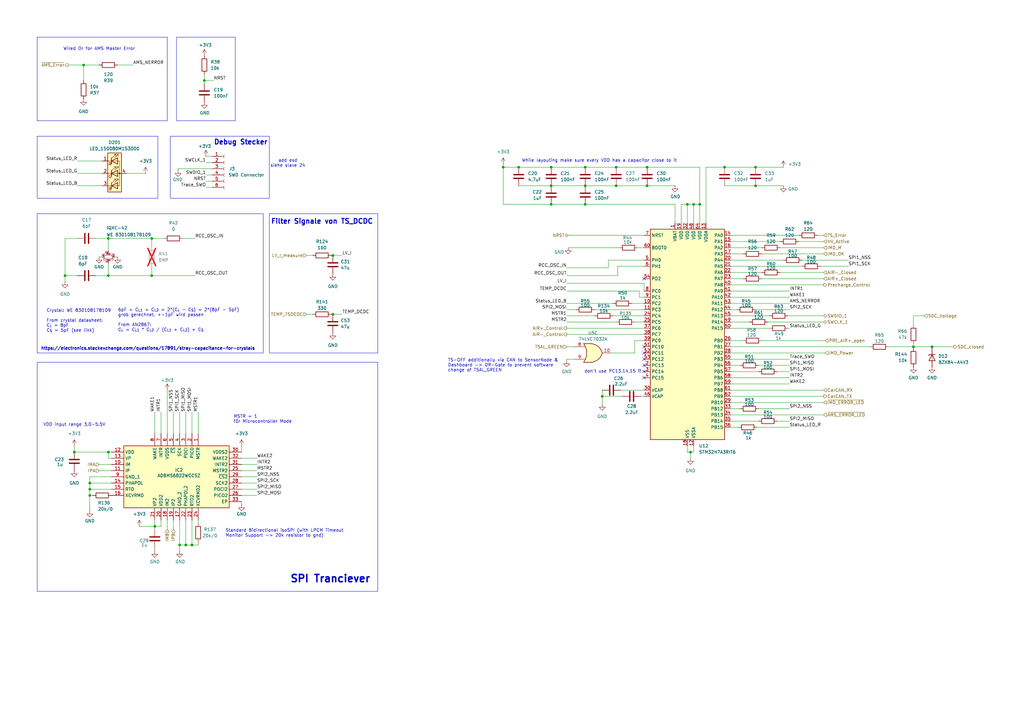
<source format=kicad_sch>
(kicad_sch
	(version 20231120)
	(generator "eeschema")
	(generator_version "8.0")
	(uuid "d4cbd48d-ba2a-4afc-b22e-0d9a16f2e6f3")
	(paper "A3")
	(lib_symbols
		(symbol "4xxx:4071"
			(pin_names
				(offset 1.016)
			)
			(exclude_from_sim no)
			(in_bom yes)
			(on_board yes)
			(property "Reference" "U"
				(at 0 1.27 0)
				(effects
					(font
						(size 1.27 1.27)
					)
				)
			)
			(property "Value" "4071"
				(at 0 -1.27 0)
				(effects
					(font
						(size 1.27 1.27)
					)
				)
			)
			(property "Footprint" ""
				(at 0 0 0)
				(effects
					(font
						(size 1.27 1.27)
					)
					(hide yes)
				)
			)
			(property "Datasheet" "http://www.intersil.com/content/dam/Intersil/documents/cd40/cd4071bms-72bms-75bms.pdf"
				(at 0 0 0)
				(effects
					(font
						(size 1.27 1.27)
					)
					(hide yes)
				)
			)
			(property "Description" "Quad Or 2 inputs"
				(at 0 0 0)
				(effects
					(font
						(size 1.27 1.27)
					)
					(hide yes)
				)
			)
			(property "ki_locked" ""
				(at 0 0 0)
				(effects
					(font
						(size 1.27 1.27)
					)
				)
			)
			(property "ki_keywords" "CMOS OR2"
				(at 0 0 0)
				(effects
					(font
						(size 1.27 1.27)
					)
					(hide yes)
				)
			)
			(property "ki_fp_filters" "DIP?14*"
				(at 0 0 0)
				(effects
					(font
						(size 1.27 1.27)
					)
					(hide yes)
				)
			)
			(symbol "4071_1_1"
				(arc
					(start -3.81 -3.81)
					(mid -2.589 0)
					(end -3.81 3.81)
					(stroke
						(width 0.254)
						(type default)
					)
					(fill
						(type none)
					)
				)
				(arc
					(start -0.6096 -3.81)
					(mid 2.1842 -2.5851)
					(end 3.81 0)
					(stroke
						(width 0.254)
						(type default)
					)
					(fill
						(type background)
					)
				)
				(polyline
					(pts
						(xy -3.81 -3.81) (xy -0.635 -3.81)
					)
					(stroke
						(width 0.254)
						(type default)
					)
					(fill
						(type background)
					)
				)
				(polyline
					(pts
						(xy -3.81 3.81) (xy -0.635 3.81)
					)
					(stroke
						(width 0.254)
						(type default)
					)
					(fill
						(type background)
					)
				)
				(polyline
					(pts
						(xy -0.635 3.81) (xy -3.81 3.81) (xy -3.81 3.81) (xy -3.556 3.4036) (xy -3.0226 2.2606) (xy -2.6924 1.0414)
						(xy -2.6162 -0.254) (xy -2.7686 -1.4986) (xy -3.175 -2.7178) (xy -3.81 -3.81) (xy -3.81 -3.81)
						(xy -0.635 -3.81)
					)
					(stroke
						(width -25.4)
						(type default)
					)
					(fill
						(type background)
					)
				)
				(arc
					(start 3.81 0)
					(mid 2.1915 2.5936)
					(end -0.6096 3.81)
					(stroke
						(width 0.254)
						(type default)
					)
					(fill
						(type background)
					)
				)
				(pin input line
					(at -7.62 2.54 0)
					(length 4.318)
					(name "~"
						(effects
							(font
								(size 1.27 1.27)
							)
						)
					)
					(number "1"
						(effects
							(font
								(size 1.27 1.27)
							)
						)
					)
				)
				(pin input line
					(at -7.62 -2.54 0)
					(length 4.318)
					(name "~"
						(effects
							(font
								(size 1.27 1.27)
							)
						)
					)
					(number "2"
						(effects
							(font
								(size 1.27 1.27)
							)
						)
					)
				)
				(pin output line
					(at 7.62 0 180)
					(length 3.81)
					(name "~"
						(effects
							(font
								(size 1.27 1.27)
							)
						)
					)
					(number "3"
						(effects
							(font
								(size 1.27 1.27)
							)
						)
					)
				)
			)
			(symbol "4071_1_2"
				(arc
					(start 0 -3.81)
					(mid 3.7934 0)
					(end 0 3.81)
					(stroke
						(width 0.254)
						(type default)
					)
					(fill
						(type background)
					)
				)
				(polyline
					(pts
						(xy 0 3.81) (xy -3.81 3.81) (xy -3.81 -3.81) (xy 0 -3.81)
					)
					(stroke
						(width 0.254)
						(type default)
					)
					(fill
						(type background)
					)
				)
				(pin input inverted
					(at -7.62 2.54 0)
					(length 3.81)
					(name "~"
						(effects
							(font
								(size 1.27 1.27)
							)
						)
					)
					(number "1"
						(effects
							(font
								(size 1.27 1.27)
							)
						)
					)
				)
				(pin input inverted
					(at -7.62 -2.54 0)
					(length 3.81)
					(name "~"
						(effects
							(font
								(size 1.27 1.27)
							)
						)
					)
					(number "2"
						(effects
							(font
								(size 1.27 1.27)
							)
						)
					)
				)
				(pin output inverted
					(at 7.62 0 180)
					(length 3.81)
					(name "~"
						(effects
							(font
								(size 1.27 1.27)
							)
						)
					)
					(number "3"
						(effects
							(font
								(size 1.27 1.27)
							)
						)
					)
				)
			)
			(symbol "4071_2_1"
				(arc
					(start -3.81 -3.81)
					(mid -2.589 0)
					(end -3.81 3.81)
					(stroke
						(width 0.254)
						(type default)
					)
					(fill
						(type none)
					)
				)
				(arc
					(start -0.6096 -3.81)
					(mid 2.1842 -2.5851)
					(end 3.81 0)
					(stroke
						(width 0.254)
						(type default)
					)
					(fill
						(type background)
					)
				)
				(polyline
					(pts
						(xy -3.81 -3.81) (xy -0.635 -3.81)
					)
					(stroke
						(width 0.254)
						(type default)
					)
					(fill
						(type background)
					)
				)
				(polyline
					(pts
						(xy -3.81 3.81) (xy -0.635 3.81)
					)
					(stroke
						(width 0.254)
						(type default)
					)
					(fill
						(type background)
					)
				)
				(polyline
					(pts
						(xy -0.635 3.81) (xy -3.81 3.81) (xy -3.81 3.81) (xy -3.556 3.4036) (xy -3.0226 2.2606) (xy -2.6924 1.0414)
						(xy -2.6162 -0.254) (xy -2.7686 -1.4986) (xy -3.175 -2.7178) (xy -3.81 -3.81) (xy -3.81 -3.81)
						(xy -0.635 -3.81)
					)
					(stroke
						(width -25.4)
						(type default)
					)
					(fill
						(type background)
					)
				)
				(arc
					(start 3.81 0)
					(mid 2.1915 2.5936)
					(end -0.6096 3.81)
					(stroke
						(width 0.254)
						(type default)
					)
					(fill
						(type background)
					)
				)
				(pin output line
					(at 7.62 0 180)
					(length 3.81)
					(name "~"
						(effects
							(font
								(size 1.27 1.27)
							)
						)
					)
					(number "4"
						(effects
							(font
								(size 1.27 1.27)
							)
						)
					)
				)
				(pin input line
					(at -7.62 2.54 0)
					(length 4.318)
					(name "~"
						(effects
							(font
								(size 1.27 1.27)
							)
						)
					)
					(number "5"
						(effects
							(font
								(size 1.27 1.27)
							)
						)
					)
				)
				(pin input line
					(at -7.62 -2.54 0)
					(length 4.318)
					(name "~"
						(effects
							(font
								(size 1.27 1.27)
							)
						)
					)
					(number "6"
						(effects
							(font
								(size 1.27 1.27)
							)
						)
					)
				)
			)
			(symbol "4071_2_2"
				(arc
					(start 0 -3.81)
					(mid 3.7934 0)
					(end 0 3.81)
					(stroke
						(width 0.254)
						(type default)
					)
					(fill
						(type background)
					)
				)
				(polyline
					(pts
						(xy 0 3.81) (xy -3.81 3.81) (xy -3.81 -3.81) (xy 0 -3.81)
					)
					(stroke
						(width 0.254)
						(type default)
					)
					(fill
						(type background)
					)
				)
				(pin output inverted
					(at 7.62 0 180)
					(length 3.81)
					(name "~"
						(effects
							(font
								(size 1.27 1.27)
							)
						)
					)
					(number "4"
						(effects
							(font
								(size 1.27 1.27)
							)
						)
					)
				)
				(pin input inverted
					(at -7.62 2.54 0)
					(length 3.81)
					(name "~"
						(effects
							(font
								(size 1.27 1.27)
							)
						)
					)
					(number "5"
						(effects
							(font
								(size 1.27 1.27)
							)
						)
					)
				)
				(pin input inverted
					(at -7.62 -2.54 0)
					(length 3.81)
					(name "~"
						(effects
							(font
								(size 1.27 1.27)
							)
						)
					)
					(number "6"
						(effects
							(font
								(size 1.27 1.27)
							)
						)
					)
				)
			)
			(symbol "4071_3_1"
				(arc
					(start -3.81 -3.81)
					(mid -2.589 0)
					(end -3.81 3.81)
					(stroke
						(width 0.254)
						(type default)
					)
					(fill
						(type none)
					)
				)
				(arc
					(start -0.6096 -3.81)
					(mid 2.1842 -2.5851)
					(end 3.81 0)
					(stroke
						(width 0.254)
						(type default)
					)
					(fill
						(type background)
					)
				)
				(polyline
					(pts
						(xy -3.81 -3.81) (xy -0.635 -3.81)
					)
					(stroke
						(width 0.254)
						(type default)
					)
					(fill
						(type background)
					)
				)
				(polyline
					(pts
						(xy -3.81 3.81) (xy -0.635 3.81)
					)
					(stroke
						(width 0.254)
						(type default)
					)
					(fill
						(type background)
					)
				)
				(polyline
					(pts
						(xy -0.635 3.81) (xy -3.81 3.81) (xy -3.81 3.81) (xy -3.556 3.4036) (xy -3.0226 2.2606) (xy -2.6924 1.0414)
						(xy -2.6162 -0.254) (xy -2.7686 -1.4986) (xy -3.175 -2.7178) (xy -3.81 -3.81) (xy -3.81 -3.81)
						(xy -0.635 -3.81)
					)
					(stroke
						(width -25.4)
						(type default)
					)
					(fill
						(type background)
					)
				)
				(arc
					(start 3.81 0)
					(mid 2.1915 2.5936)
					(end -0.6096 3.81)
					(stroke
						(width 0.254)
						(type default)
					)
					(fill
						(type background)
					)
				)
				(pin output line
					(at 7.62 0 180)
					(length 3.81)
					(name "~"
						(effects
							(font
								(size 1.27 1.27)
							)
						)
					)
					(number "10"
						(effects
							(font
								(size 1.27 1.27)
							)
						)
					)
				)
				(pin input line
					(at -7.62 2.54 0)
					(length 4.318)
					(name "~"
						(effects
							(font
								(size 1.27 1.27)
							)
						)
					)
					(number "8"
						(effects
							(font
								(size 1.27 1.27)
							)
						)
					)
				)
				(pin input line
					(at -7.62 -2.54 0)
					(length 4.318)
					(name "~"
						(effects
							(font
								(size 1.27 1.27)
							)
						)
					)
					(number "9"
						(effects
							(font
								(size 1.27 1.27)
							)
						)
					)
				)
			)
			(symbol "4071_3_2"
				(arc
					(start 0 -3.81)
					(mid 3.7934 0)
					(end 0 3.81)
					(stroke
						(width 0.254)
						(type default)
					)
					(fill
						(type background)
					)
				)
				(polyline
					(pts
						(xy 0 3.81) (xy -3.81 3.81) (xy -3.81 -3.81) (xy 0 -3.81)
					)
					(stroke
						(width 0.254)
						(type default)
					)
					(fill
						(type background)
					)
				)
				(pin output inverted
					(at 7.62 0 180)
					(length 3.81)
					(name "~"
						(effects
							(font
								(size 1.27 1.27)
							)
						)
					)
					(number "10"
						(effects
							(font
								(size 1.27 1.27)
							)
						)
					)
				)
				(pin input inverted
					(at -7.62 2.54 0)
					(length 3.81)
					(name "~"
						(effects
							(font
								(size 1.27 1.27)
							)
						)
					)
					(number "8"
						(effects
							(font
								(size 1.27 1.27)
							)
						)
					)
				)
				(pin input inverted
					(at -7.62 -2.54 0)
					(length 3.81)
					(name "~"
						(effects
							(font
								(size 1.27 1.27)
							)
						)
					)
					(number "9"
						(effects
							(font
								(size 1.27 1.27)
							)
						)
					)
				)
			)
			(symbol "4071_4_1"
				(arc
					(start -3.81 -3.81)
					(mid -2.589 0)
					(end -3.81 3.81)
					(stroke
						(width 0.254)
						(type default)
					)
					(fill
						(type none)
					)
				)
				(arc
					(start -0.6096 -3.81)
					(mid 2.1842 -2.5851)
					(end 3.81 0)
					(stroke
						(width 0.254)
						(type default)
					)
					(fill
						(type background)
					)
				)
				(polyline
					(pts
						(xy -3.81 -3.81) (xy -0.635 -3.81)
					)
					(stroke
						(width 0.254)
						(type default)
					)
					(fill
						(type background)
					)
				)
				(polyline
					(pts
						(xy -3.81 3.81) (xy -0.635 3.81)
					)
					(stroke
						(width 0.254)
						(type default)
					)
					(fill
						(type background)
					)
				)
				(polyline
					(pts
						(xy -0.635 3.81) (xy -3.81 3.81) (xy -3.81 3.81) (xy -3.556 3.4036) (xy -3.0226 2.2606) (xy -2.6924 1.0414)
						(xy -2.6162 -0.254) (xy -2.7686 -1.4986) (xy -3.175 -2.7178) (xy -3.81 -3.81) (xy -3.81 -3.81)
						(xy -0.635 -3.81)
					)
					(stroke
						(width -25.4)
						(type default)
					)
					(fill
						(type background)
					)
				)
				(arc
					(start 3.81 0)
					(mid 2.1915 2.5936)
					(end -0.6096 3.81)
					(stroke
						(width 0.254)
						(type default)
					)
					(fill
						(type background)
					)
				)
				(pin output line
					(at 7.62 0 180)
					(length 3.81)
					(name "~"
						(effects
							(font
								(size 1.27 1.27)
							)
						)
					)
					(number "11"
						(effects
							(font
								(size 1.27 1.27)
							)
						)
					)
				)
				(pin input line
					(at -7.62 2.54 0)
					(length 4.318)
					(name "~"
						(effects
							(font
								(size 1.27 1.27)
							)
						)
					)
					(number "12"
						(effects
							(font
								(size 1.27 1.27)
							)
						)
					)
				)
				(pin input line
					(at -7.62 -2.54 0)
					(length 4.318)
					(name "~"
						(effects
							(font
								(size 1.27 1.27)
							)
						)
					)
					(number "13"
						(effects
							(font
								(size 1.27 1.27)
							)
						)
					)
				)
			)
			(symbol "4071_4_2"
				(arc
					(start 0 -3.81)
					(mid 3.7934 0)
					(end 0 3.81)
					(stroke
						(width 0.254)
						(type default)
					)
					(fill
						(type background)
					)
				)
				(polyline
					(pts
						(xy 0 3.81) (xy -3.81 3.81) (xy -3.81 -3.81) (xy 0 -3.81)
					)
					(stroke
						(width 0.254)
						(type default)
					)
					(fill
						(type background)
					)
				)
				(pin output inverted
					(at 7.62 0 180)
					(length 3.81)
					(name "~"
						(effects
							(font
								(size 1.27 1.27)
							)
						)
					)
					(number "11"
						(effects
							(font
								(size 1.27 1.27)
							)
						)
					)
				)
				(pin input inverted
					(at -7.62 2.54 0)
					(length 3.81)
					(name "~"
						(effects
							(font
								(size 1.27 1.27)
							)
						)
					)
					(number "12"
						(effects
							(font
								(size 1.27 1.27)
							)
						)
					)
				)
				(pin input inverted
					(at -7.62 -2.54 0)
					(length 3.81)
					(name "~"
						(effects
							(font
								(size 1.27 1.27)
							)
						)
					)
					(number "13"
						(effects
							(font
								(size 1.27 1.27)
							)
						)
					)
				)
			)
			(symbol "4071_5_0"
				(pin power_in line
					(at 0 12.7 270)
					(length 5.08)
					(name "VDD"
						(effects
							(font
								(size 1.27 1.27)
							)
						)
					)
					(number "14"
						(effects
							(font
								(size 1.27 1.27)
							)
						)
					)
				)
				(pin power_in line
					(at 0 -12.7 90)
					(length 5.08)
					(name "VSS"
						(effects
							(font
								(size 1.27 1.27)
							)
						)
					)
					(number "7"
						(effects
							(font
								(size 1.27 1.27)
							)
						)
					)
				)
			)
			(symbol "4071_5_1"
				(rectangle
					(start -5.08 7.62)
					(end 5.08 -7.62)
					(stroke
						(width 0.254)
						(type default)
					)
					(fill
						(type background)
					)
				)
			)
		)
		(symbol "ADBMS6822WCCSZ_1"
			(exclude_from_sim no)
			(in_bom yes)
			(on_board yes)
			(property "Reference" "IC"
				(at 31.75 17.78 0)
				(effects
					(font
						(size 1.27 1.27)
					)
					(justify left top)
				)
			)
			(property "Value" "ADBMS6822WCCSZ"
				(at 31.75 15.24 0)
				(effects
					(font
						(size 1.27 1.27)
					)
					(justify left top)
				)
			)
			(property "Footprint" "QFN50P500X500X80-33N-D"
				(at 31.75 -84.76 0)
				(effects
					(font
						(size 1.27 1.27)
					)
					(justify left top)
					(hide yes)
				)
			)
			(property "Datasheet" "https://www.analog.com/ADBMS6822/datasheet"
				(at 31.75 -184.76 0)
				(effects
					(font
						(size 1.27 1.27)
					)
					(justify left top)
					(hide yes)
				)
			)
			(property "Description" " Up to 2 Mbps isolated bidirectional serial data communications  Drop in compatible: single (ADBMS6821) and dual (ADBMS6822)  Fully independent dual transceivers (ADBMS6822)  Simple galvanic isolation using capacitors or transformers  Bidirectional interface over a single twisted pair  Supports cable lengths up to 100 meters  Very low EMI susceptibility and emissions  LPCM support for ADBMS battery monitors  Interrupt output for LPCM system wake-up  4 Mbps unidirectional mode  Requires"
				(at 0 0 0)
				(effects
					(font
						(size 1.27 1.27)
					)
					(hide yes)
				)
			)
			(property "Height" "0.8"
				(at 31.75 -384.76 0)
				(effects
					(font
						(size 1.27 1.27)
					)
					(justify left top)
					(hide yes)
				)
			)
			(property "Manufacturer_Name" "Analog Devices"
				(at 31.75 -484.76 0)
				(effects
					(font
						(size 1.27 1.27)
					)
					(justify left top)
					(hide yes)
				)
			)
			(property "Manufacturer_Part_Number" "ADBMS6822WCCSZ"
				(at 31.75 -584.76 0)
				(effects
					(font
						(size 1.27 1.27)
					)
					(justify left top)
					(hide yes)
				)
			)
			(property "Mouser Part Number" "584-ADBMS6822WCCSZ"
				(at 31.75 -684.76 0)
				(effects
					(font
						(size 1.27 1.27)
					)
					(justify left top)
					(hide yes)
				)
			)
			(property "Mouser Price/Stock" "https://www.mouser.co.uk/ProductDetail/Analog-Devices/ADBMS6822WCCSZ?qs=4ASt3YYao0UVik%252BRUNLybw%3D%3D"
				(at 31.75 -784.76 0)
				(effects
					(font
						(size 1.27 1.27)
					)
					(justify left top)
					(hide yes)
				)
			)
			(property "Arrow Part Number" ""
				(at 31.75 -884.76 0)
				(effects
					(font
						(size 1.27 1.27)
					)
					(justify left top)
					(hide yes)
				)
			)
			(property "Arrow Price/Stock" ""
				(at 31.75 -984.76 0)
				(effects
					(font
						(size 1.27 1.27)
					)
					(justify left top)
					(hide yes)
				)
			)
			(symbol "ADBMS6822WCCSZ_1_1_1"
				(rectangle
					(start 5.08 12.7)
					(end 30.48 -30.48)
					(stroke
						(width 0.254)
						(type default)
					)
					(fill
						(type background)
					)
				)
				(pin passive line
					(at 0 0 0)
					(length 5.08)
					(name "MSTR"
						(effects
							(font
								(size 1.27 1.27)
							)
						)
					)
					(number "1"
						(effects
							(font
								(size 1.27 1.27)
							)
						)
					)
				)
				(pin passive line
					(at 12.7 -35.56 90)
					(length 5.08)
					(name "IM"
						(effects
							(font
								(size 1.27 1.27)
							)
						)
					)
					(number "10"
						(effects
							(font
								(size 1.27 1.27)
							)
						)
					)
				)
				(pin passive line
					(at 15.24 -35.56 90)
					(length 5.08)
					(name "IP"
						(effects
							(font
								(size 1.27 1.27)
							)
						)
					)
					(number "11"
						(effects
							(font
								(size 1.27 1.27)
							)
						)
					)
				)
				(pin passive line
					(at 7.62 -35.56 90)
					(length 5.08)
					(name "VDD"
						(effects
							(font
								(size 1.27 1.27)
							)
						)
					)
					(number "12"
						(effects
							(font
								(size 1.27 1.27)
							)
						)
					)
				)
				(pin passive line
					(at 10.16 -35.56 90)
					(length 5.08)
					(name "VP"
						(effects
							(font
								(size 1.27 1.27)
							)
						)
					)
					(number "13"
						(effects
							(font
								(size 1.27 1.27)
							)
						)
					)
				)
				(pin passive line
					(at 20.32 -35.56 90)
					(length 5.08)
					(name "PHAPOL"
						(effects
							(font
								(size 1.27 1.27)
							)
						)
					)
					(number "14"
						(effects
							(font
								(size 1.27 1.27)
							)
						)
					)
				)
				(pin passive line
					(at 22.86 -35.56 90)
					(length 5.08)
					(name "RTO"
						(effects
							(font
								(size 1.27 1.27)
							)
						)
					)
					(number "15"
						(effects
							(font
								(size 1.27 1.27)
							)
						)
					)
				)
				(pin passive line
					(at 25.4 -35.56 90)
					(length 5.08)
					(name "XCVRMD"
						(effects
							(font
								(size 1.27 1.27)
							)
						)
					)
					(number "16"
						(effects
							(font
								(size 1.27 1.27)
							)
						)
					)
				)
				(pin passive line
					(at 35.56 -7.62 180)
					(length 5.08)
					(name "GND_2"
						(effects
							(font
								(size 1.27 1.27)
							)
						)
					)
					(number "17"
						(effects
							(font
								(size 1.27 1.27)
							)
						)
					)
				)
				(pin passive line
					(at 35.56 -12.7 180)
					(length 5.08)
					(name "IM2"
						(effects
							(font
								(size 1.27 1.27)
							)
						)
					)
					(number "18"
						(effects
							(font
								(size 1.27 1.27)
							)
						)
					)
				)
				(pin passive line
					(at 35.56 -10.16 180)
					(length 5.08)
					(name "IP2"
						(effects
							(font
								(size 1.27 1.27)
							)
						)
					)
					(number "19"
						(effects
							(font
								(size 1.27 1.27)
							)
						)
					)
				)
				(pin passive line
					(at 0 -2.54 0)
					(length 5.08)
					(name "PICO"
						(effects
							(font
								(size 1.27 1.27)
							)
						)
					)
					(number "2"
						(effects
							(font
								(size 1.27 1.27)
							)
						)
					)
				)
				(pin passive line
					(at 35.56 -15.24 180)
					(length 5.08)
					(name "VDD2"
						(effects
							(font
								(size 1.27 1.27)
							)
						)
					)
					(number "20"
						(effects
							(font
								(size 1.27 1.27)
							)
						)
					)
				)
				(pin passive line
					(at 35.56 -17.78 180)
					(length 5.08)
					(name "VP2"
						(effects
							(font
								(size 1.27 1.27)
							)
						)
					)
					(number "21"
						(effects
							(font
								(size 1.27 1.27)
							)
						)
					)
				)
				(pin passive line
					(at 35.56 -5.08 180)
					(length 5.08)
					(name "PHAPOL2"
						(effects
							(font
								(size 1.27 1.27)
							)
						)
					)
					(number "22"
						(effects
							(font
								(size 1.27 1.27)
							)
						)
					)
				)
				(pin passive line
					(at 35.56 -2.54 180)
					(length 5.08)
					(name "RTO2"
						(effects
							(font
								(size 1.27 1.27)
							)
						)
					)
					(number "23"
						(effects
							(font
								(size 1.27 1.27)
							)
						)
					)
				)
				(pin passive line
					(at 35.56 0 180)
					(length 5.08)
					(name "XCVRMD2"
						(effects
							(font
								(size 1.27 1.27)
							)
						)
					)
					(number "24"
						(effects
							(font
								(size 1.27 1.27)
							)
						)
					)
				)
				(pin passive line
					(at 15.24 17.78 270)
					(length 5.08)
					(name "MSTR2"
						(effects
							(font
								(size 1.27 1.27)
							)
						)
					)
					(number "25"
						(effects
							(font
								(size 1.27 1.27)
							)
						)
					)
				)
				(pin passive line
					(at 25.4 17.78 270)
					(length 5.08)
					(name "PICO2"
						(effects
							(font
								(size 1.27 1.27)
							)
						)
					)
					(number "26"
						(effects
							(font
								(size 1.27 1.27)
							)
						)
					)
				)
				(pin passive line
					(at 22.86 17.78 270)
					(length 5.08)
					(name "POCI2"
						(effects
							(font
								(size 1.27 1.27)
							)
						)
					)
					(number "27"
						(effects
							(font
								(size 1.27 1.27)
							)
						)
					)
				)
				(pin passive line
					(at 20.32 17.78 270)
					(length 5.08)
					(name "SCK2"
						(effects
							(font
								(size 1.27 1.27)
							)
						)
					)
					(number "28"
						(effects
							(font
								(size 1.27 1.27)
							)
						)
					)
				)
				(pin passive line
					(at 17.78 17.78 270)
					(length 5.08)
					(name "~{CS2}"
						(effects
							(font
								(size 1.27 1.27)
							)
						)
					)
					(number "29"
						(effects
							(font
								(size 1.27 1.27)
							)
						)
					)
				)
				(pin passive line
					(at 0 -5.08 0)
					(length 5.08)
					(name "POCI"
						(effects
							(font
								(size 1.27 1.27)
							)
						)
					)
					(number "3"
						(effects
							(font
								(size 1.27 1.27)
							)
						)
					)
				)
				(pin passive line
					(at 7.62 17.78 270)
					(length 5.08)
					(name "VDDS2"
						(effects
							(font
								(size 1.27 1.27)
							)
						)
					)
					(number "30"
						(effects
							(font
								(size 1.27 1.27)
							)
						)
					)
				)
				(pin passive line
					(at 12.7 17.78 270)
					(length 5.08)
					(name "INTR2"
						(effects
							(font
								(size 1.27 1.27)
							)
						)
					)
					(number "31"
						(effects
							(font
								(size 1.27 1.27)
							)
						)
					)
				)
				(pin passive line
					(at 10.16 17.78 270)
					(length 5.08)
					(name "WAKE2"
						(effects
							(font
								(size 1.27 1.27)
							)
						)
					)
					(number "32"
						(effects
							(font
								(size 1.27 1.27)
							)
						)
					)
				)
				(pin passive line
					(at 27.94 17.78 270)
					(length 5.08)
					(name "EP"
						(effects
							(font
								(size 1.27 1.27)
							)
						)
					)
					(number "33"
						(effects
							(font
								(size 1.27 1.27)
							)
						)
					)
				)
				(pin passive line
					(at 0 -7.62 0)
					(length 5.08)
					(name "SCK"
						(effects
							(font
								(size 1.27 1.27)
							)
						)
					)
					(number "4"
						(effects
							(font
								(size 1.27 1.27)
							)
						)
					)
				)
				(pin passive line
					(at 0 -10.16 0)
					(length 5.08)
					(name "~{CS}"
						(effects
							(font
								(size 1.27 1.27)
							)
						)
					)
					(number "5"
						(effects
							(font
								(size 1.27 1.27)
							)
						)
					)
				)
				(pin passive line
					(at 0 -12.7 0)
					(length 5.08)
					(name "VDDS"
						(effects
							(font
								(size 1.27 1.27)
							)
						)
					)
					(number "6"
						(effects
							(font
								(size 1.27 1.27)
							)
						)
					)
				)
				(pin passive line
					(at 0 -15.24 0)
					(length 5.08)
					(name "INTR"
						(effects
							(font
								(size 1.27 1.27)
							)
						)
					)
					(number "7"
						(effects
							(font
								(size 1.27 1.27)
							)
						)
					)
				)
				(pin passive line
					(at 0 -17.78 0)
					(length 5.08)
					(name "WAKE"
						(effects
							(font
								(size 1.27 1.27)
							)
						)
					)
					(number "8"
						(effects
							(font
								(size 1.27 1.27)
							)
						)
					)
				)
				(pin passive line
					(at 17.78 -35.56 90)
					(length 5.08)
					(name "GND_1"
						(effects
							(font
								(size 1.27 1.27)
							)
						)
					)
					(number "9"
						(effects
							(font
								(size 1.27 1.27)
							)
						)
					)
				)
			)
		)
		(symbol "Connector:Conn_01x06_Female"
			(pin_names
				(offset 1.016) hide)
			(exclude_from_sim no)
			(in_bom yes)
			(on_board yes)
			(property "Reference" "J"
				(at 0 7.62 0)
				(effects
					(font
						(size 1.27 1.27)
					)
				)
			)
			(property "Value" "Conn_01x06_Female"
				(at 0 -10.16 0)
				(effects
					(font
						(size 1.27 1.27)
					)
				)
			)
			(property "Footprint" ""
				(at 0 0 0)
				(effects
					(font
						(size 1.27 1.27)
					)
					(hide yes)
				)
			)
			(property "Datasheet" "~"
				(at 0 0 0)
				(effects
					(font
						(size 1.27 1.27)
					)
					(hide yes)
				)
			)
			(property "Description" "Generic connector, single row, 01x06, script generated (kicad-library-utils/schlib/autogen/connector/)"
				(at 0 0 0)
				(effects
					(font
						(size 1.27 1.27)
					)
					(hide yes)
				)
			)
			(property "ki_keywords" "connector"
				(at 0 0 0)
				(effects
					(font
						(size 1.27 1.27)
					)
					(hide yes)
				)
			)
			(property "ki_fp_filters" "Connector*:*_1x??_*"
				(at 0 0 0)
				(effects
					(font
						(size 1.27 1.27)
					)
					(hide yes)
				)
			)
			(symbol "Conn_01x06_Female_1_1"
				(arc
					(start 0 -7.112)
					(mid -0.5058 -7.62)
					(end 0 -8.128)
					(stroke
						(width 0.1524)
						(type default)
					)
					(fill
						(type none)
					)
				)
				(arc
					(start 0 -4.572)
					(mid -0.5058 -5.08)
					(end 0 -5.588)
					(stroke
						(width 0.1524)
						(type default)
					)
					(fill
						(type none)
					)
				)
				(arc
					(start 0 -2.032)
					(mid -0.5058 -2.54)
					(end 0 -3.048)
					(stroke
						(width 0.1524)
						(type default)
					)
					(fill
						(type none)
					)
				)
				(polyline
					(pts
						(xy -1.27 -7.62) (xy -0.508 -7.62)
					)
					(stroke
						(width 0.1524)
						(type default)
					)
					(fill
						(type none)
					)
				)
				(polyline
					(pts
						(xy -1.27 -5.08) (xy -0.508 -5.08)
					)
					(stroke
						(width 0.1524)
						(type default)
					)
					(fill
						(type none)
					)
				)
				(polyline
					(pts
						(xy -1.27 -2.54) (xy -0.508 -2.54)
					)
					(stroke
						(width 0.1524)
						(type default)
					)
					(fill
						(type none)
					)
				)
				(polyline
					(pts
						(xy -1.27 0) (xy -0.508 0)
					)
					(stroke
						(width 0.1524)
						(type default)
					)
					(fill
						(type none)
					)
				)
				(polyline
					(pts
						(xy -1.27 2.54) (xy -0.508 2.54)
					)
					(stroke
						(width 0.1524)
						(type default)
					)
					(fill
						(type none)
					)
				)
				(polyline
					(pts
						(xy -1.27 5.08) (xy -0.508 5.08)
					)
					(stroke
						(width 0.1524)
						(type default)
					)
					(fill
						(type none)
					)
				)
				(arc
					(start 0 0.508)
					(mid -0.5058 0)
					(end 0 -0.508)
					(stroke
						(width 0.1524)
						(type default)
					)
					(fill
						(type none)
					)
				)
				(arc
					(start 0 3.048)
					(mid -0.5058 2.54)
					(end 0 2.032)
					(stroke
						(width 0.1524)
						(type default)
					)
					(fill
						(type none)
					)
				)
				(arc
					(start 0 5.588)
					(mid -0.5058 5.08)
					(end 0 4.572)
					(stroke
						(width 0.1524)
						(type default)
					)
					(fill
						(type none)
					)
				)
				(pin passive line
					(at -5.08 5.08 0)
					(length 3.81)
					(name "Pin_1"
						(effects
							(font
								(size 1.27 1.27)
							)
						)
					)
					(number "1"
						(effects
							(font
								(size 1.27 1.27)
							)
						)
					)
				)
				(pin passive line
					(at -5.08 2.54 0)
					(length 3.81)
					(name "Pin_2"
						(effects
							(font
								(size 1.27 1.27)
							)
						)
					)
					(number "2"
						(effects
							(font
								(size 1.27 1.27)
							)
						)
					)
				)
				(pin passive line
					(at -5.08 0 0)
					(length 3.81)
					(name "Pin_3"
						(effects
							(font
								(size 1.27 1.27)
							)
						)
					)
					(number "3"
						(effects
							(font
								(size 1.27 1.27)
							)
						)
					)
				)
				(pin passive line
					(at -5.08 -2.54 0)
					(length 3.81)
					(name "Pin_4"
						(effects
							(font
								(size 1.27 1.27)
							)
						)
					)
					(number "4"
						(effects
							(font
								(size 1.27 1.27)
							)
						)
					)
				)
				(pin passive line
					(at -5.08 -5.08 0)
					(length 3.81)
					(name "Pin_5"
						(effects
							(font
								(size 1.27 1.27)
							)
						)
					)
					(number "5"
						(effects
							(font
								(size 1.27 1.27)
							)
						)
					)
				)
				(pin passive line
					(at -5.08 -7.62 0)
					(length 3.81)
					(name "Pin_6"
						(effects
							(font
								(size 1.27 1.27)
							)
						)
					)
					(number "6"
						(effects
							(font
								(size 1.27 1.27)
							)
						)
					)
				)
			)
		)
		(symbol "Device:C"
			(pin_numbers hide)
			(pin_names
				(offset 0.254)
			)
			(exclude_from_sim no)
			(in_bom yes)
			(on_board yes)
			(property "Reference" "C"
				(at 0.635 2.54 0)
				(effects
					(font
						(size 1.27 1.27)
					)
					(justify left)
				)
			)
			(property "Value" "C"
				(at 0.635 -2.54 0)
				(effects
					(font
						(size 1.27 1.27)
					)
					(justify left)
				)
			)
			(property "Footprint" ""
				(at 0.9652 -3.81 0)
				(effects
					(font
						(size 1.27 1.27)
					)
					(hide yes)
				)
			)
			(property "Datasheet" "~"
				(at 0 0 0)
				(effects
					(font
						(size 1.27 1.27)
					)
					(hide yes)
				)
			)
			(property "Description" "Unpolarized capacitor"
				(at 0 0 0)
				(effects
					(font
						(size 1.27 1.27)
					)
					(hide yes)
				)
			)
			(property "ki_keywords" "cap capacitor"
				(at 0 0 0)
				(effects
					(font
						(size 1.27 1.27)
					)
					(hide yes)
				)
			)
			(property "ki_fp_filters" "C_*"
				(at 0 0 0)
				(effects
					(font
						(size 1.27 1.27)
					)
					(hide yes)
				)
			)
			(symbol "C_0_1"
				(polyline
					(pts
						(xy -2.032 -0.762) (xy 2.032 -0.762)
					)
					(stroke
						(width 0.508)
						(type default)
					)
					(fill
						(type none)
					)
				)
				(polyline
					(pts
						(xy -2.032 0.762) (xy 2.032 0.762)
					)
					(stroke
						(width 0.508)
						(type default)
					)
					(fill
						(type none)
					)
				)
			)
			(symbol "C_1_1"
				(pin passive line
					(at 0 3.81 270)
					(length 2.794)
					(name "~"
						(effects
							(font
								(size 1.27 1.27)
							)
						)
					)
					(number "1"
						(effects
							(font
								(size 1.27 1.27)
							)
						)
					)
				)
				(pin passive line
					(at 0 -3.81 90)
					(length 2.794)
					(name "~"
						(effects
							(font
								(size 1.27 1.27)
							)
						)
					)
					(number "2"
						(effects
							(font
								(size 1.27 1.27)
							)
						)
					)
				)
			)
		)
		(symbol "Device:Crystal_GND24_Small"
			(pin_names
				(offset 1.016) hide)
			(exclude_from_sim no)
			(in_bom yes)
			(on_board yes)
			(property "Reference" "Y"
				(at 1.27 4.445 0)
				(effects
					(font
						(size 1.27 1.27)
					)
					(justify left)
				)
			)
			(property "Value" "Crystal_GND24_Small"
				(at 1.27 2.54 0)
				(effects
					(font
						(size 1.27 1.27)
					)
					(justify left)
				)
			)
			(property "Footprint" ""
				(at 0 0 0)
				(effects
					(font
						(size 1.27 1.27)
					)
					(hide yes)
				)
			)
			(property "Datasheet" "~"
				(at 0 0 0)
				(effects
					(font
						(size 1.27 1.27)
					)
					(hide yes)
				)
			)
			(property "Description" "Four pin crystal, GND on pins 2 and 4, small symbol"
				(at 0 0 0)
				(effects
					(font
						(size 1.27 1.27)
					)
					(hide yes)
				)
			)
			(property "ki_keywords" "quartz ceramic resonator oscillator"
				(at 0 0 0)
				(effects
					(font
						(size 1.27 1.27)
					)
					(hide yes)
				)
			)
			(property "ki_fp_filters" "Crystal*"
				(at 0 0 0)
				(effects
					(font
						(size 1.27 1.27)
					)
					(hide yes)
				)
			)
			(symbol "Crystal_GND24_Small_0_1"
				(rectangle
					(start -0.762 -1.524)
					(end 0.762 1.524)
					(stroke
						(width 0)
						(type default)
					)
					(fill
						(type none)
					)
				)
				(polyline
					(pts
						(xy -1.27 -0.762) (xy -1.27 0.762)
					)
					(stroke
						(width 0.381)
						(type default)
					)
					(fill
						(type none)
					)
				)
				(polyline
					(pts
						(xy 1.27 -0.762) (xy 1.27 0.762)
					)
					(stroke
						(width 0.381)
						(type default)
					)
					(fill
						(type none)
					)
				)
				(polyline
					(pts
						(xy -1.27 -1.27) (xy -1.27 -1.905) (xy 1.27 -1.905) (xy 1.27 -1.27)
					)
					(stroke
						(width 0)
						(type default)
					)
					(fill
						(type none)
					)
				)
				(polyline
					(pts
						(xy -1.27 1.27) (xy -1.27 1.905) (xy 1.27 1.905) (xy 1.27 1.27)
					)
					(stroke
						(width 0)
						(type default)
					)
					(fill
						(type none)
					)
				)
			)
			(symbol "Crystal_GND24_Small_1_1"
				(pin passive line
					(at -2.54 0 0)
					(length 1.27)
					(name "1"
						(effects
							(font
								(size 1.27 1.27)
							)
						)
					)
					(number "1"
						(effects
							(font
								(size 0.762 0.762)
							)
						)
					)
				)
				(pin passive line
					(at 0 -2.54 90)
					(length 0.635)
					(name "2"
						(effects
							(font
								(size 1.27 1.27)
							)
						)
					)
					(number "2"
						(effects
							(font
								(size 0.762 0.762)
							)
						)
					)
				)
				(pin passive line
					(at 2.54 0 180)
					(length 1.27)
					(name "3"
						(effects
							(font
								(size 1.27 1.27)
							)
						)
					)
					(number "3"
						(effects
							(font
								(size 0.762 0.762)
							)
						)
					)
				)
				(pin passive line
					(at 0 2.54 270)
					(length 0.635)
					(name "4"
						(effects
							(font
								(size 1.27 1.27)
							)
						)
					)
					(number "4"
						(effects
							(font
								(size 0.762 0.762)
							)
						)
					)
				)
			)
		)
		(symbol "Device:LED_RGBA"
			(pin_names
				(offset 0) hide)
			(exclude_from_sim no)
			(in_bom yes)
			(on_board yes)
			(property "Reference" "D"
				(at 0 9.398 0)
				(effects
					(font
						(size 1.27 1.27)
					)
				)
			)
			(property "Value" "LED_RGBA"
				(at 0 -8.89 0)
				(effects
					(font
						(size 1.27 1.27)
					)
				)
			)
			(property "Footprint" ""
				(at 0 -1.27 0)
				(effects
					(font
						(size 1.27 1.27)
					)
					(hide yes)
				)
			)
			(property "Datasheet" "~"
				(at 0 -1.27 0)
				(effects
					(font
						(size 1.27 1.27)
					)
					(hide yes)
				)
			)
			(property "Description" "RGB LED, red/green/blue/anode"
				(at 0 0 0)
				(effects
					(font
						(size 1.27 1.27)
					)
					(hide yes)
				)
			)
			(property "ki_keywords" "LED RGB diode"
				(at 0 0 0)
				(effects
					(font
						(size 1.27 1.27)
					)
					(hide yes)
				)
			)
			(property "ki_fp_filters" "LED* LED_SMD:* LED_THT:*"
				(at 0 0 0)
				(effects
					(font
						(size 1.27 1.27)
					)
					(hide yes)
				)
			)
			(symbol "LED_RGBA_0_0"
				(text "B"
					(at -1.905 -6.35 0)
					(effects
						(font
							(size 1.27 1.27)
						)
					)
				)
				(text "G"
					(at -1.905 -1.27 0)
					(effects
						(font
							(size 1.27 1.27)
						)
					)
				)
				(text "R"
					(at -1.905 3.81 0)
					(effects
						(font
							(size 1.27 1.27)
						)
					)
				)
			)
			(symbol "LED_RGBA_0_1"
				(polyline
					(pts
						(xy -1.27 -5.08) (xy -2.54 -5.08)
					)
					(stroke
						(width 0)
						(type default)
					)
					(fill
						(type none)
					)
				)
				(polyline
					(pts
						(xy -1.27 -5.08) (xy 1.27 -5.08)
					)
					(stroke
						(width 0)
						(type default)
					)
					(fill
						(type none)
					)
				)
				(polyline
					(pts
						(xy -1.27 -3.81) (xy -1.27 -6.35)
					)
					(stroke
						(width 0.254)
						(type default)
					)
					(fill
						(type none)
					)
				)
				(polyline
					(pts
						(xy -1.27 0) (xy -2.54 0)
					)
					(stroke
						(width 0)
						(type default)
					)
					(fill
						(type none)
					)
				)
				(polyline
					(pts
						(xy -1.27 1.27) (xy -1.27 -1.27)
					)
					(stroke
						(width 0.254)
						(type default)
					)
					(fill
						(type none)
					)
				)
				(polyline
					(pts
						(xy -1.27 5.08) (xy -2.54 5.08)
					)
					(stroke
						(width 0)
						(type default)
					)
					(fill
						(type none)
					)
				)
				(polyline
					(pts
						(xy -1.27 5.08) (xy 1.27 5.08)
					)
					(stroke
						(width 0)
						(type default)
					)
					(fill
						(type none)
					)
				)
				(polyline
					(pts
						(xy -1.27 6.35) (xy -1.27 3.81)
					)
					(stroke
						(width 0.254)
						(type default)
					)
					(fill
						(type none)
					)
				)
				(polyline
					(pts
						(xy 1.27 0) (xy -1.27 0)
					)
					(stroke
						(width 0)
						(type default)
					)
					(fill
						(type none)
					)
				)
				(polyline
					(pts
						(xy 1.27 0) (xy 2.54 0)
					)
					(stroke
						(width 0)
						(type default)
					)
					(fill
						(type none)
					)
				)
				(polyline
					(pts
						(xy -1.27 1.27) (xy -1.27 -1.27) (xy -1.27 -1.27)
					)
					(stroke
						(width 0)
						(type default)
					)
					(fill
						(type none)
					)
				)
				(polyline
					(pts
						(xy -1.27 6.35) (xy -1.27 3.81) (xy -1.27 3.81)
					)
					(stroke
						(width 0)
						(type default)
					)
					(fill
						(type none)
					)
				)
				(polyline
					(pts
						(xy 1.27 -5.08) (xy 2.032 -5.08) (xy 2.032 5.08) (xy 1.27 5.08)
					)
					(stroke
						(width 0)
						(type default)
					)
					(fill
						(type none)
					)
				)
				(polyline
					(pts
						(xy 1.27 -3.81) (xy 1.27 -6.35) (xy -1.27 -5.08) (xy 1.27 -3.81)
					)
					(stroke
						(width 0.254)
						(type default)
					)
					(fill
						(type none)
					)
				)
				(polyline
					(pts
						(xy 1.27 1.27) (xy 1.27 -1.27) (xy -1.27 0) (xy 1.27 1.27)
					)
					(stroke
						(width 0.254)
						(type default)
					)
					(fill
						(type none)
					)
				)
				(polyline
					(pts
						(xy 1.27 6.35) (xy 1.27 3.81) (xy -1.27 5.08) (xy 1.27 6.35)
					)
					(stroke
						(width 0.254)
						(type default)
					)
					(fill
						(type none)
					)
				)
				(polyline
					(pts
						(xy -1.016 -3.81) (xy 0.508 -2.286) (xy -0.254 -2.286) (xy 0.508 -2.286) (xy 0.508 -3.048)
					)
					(stroke
						(width 0)
						(type default)
					)
					(fill
						(type none)
					)
				)
				(polyline
					(pts
						(xy -1.016 1.27) (xy 0.508 2.794) (xy -0.254 2.794) (xy 0.508 2.794) (xy 0.508 2.032)
					)
					(stroke
						(width 0)
						(type default)
					)
					(fill
						(type none)
					)
				)
				(polyline
					(pts
						(xy -1.016 6.35) (xy 0.508 7.874) (xy -0.254 7.874) (xy 0.508 7.874) (xy 0.508 7.112)
					)
					(stroke
						(width 0)
						(type default)
					)
					(fill
						(type none)
					)
				)
				(polyline
					(pts
						(xy 0 -3.81) (xy 1.524 -2.286) (xy 0.762 -2.286) (xy 1.524 -2.286) (xy 1.524 -3.048)
					)
					(stroke
						(width 0)
						(type default)
					)
					(fill
						(type none)
					)
				)
				(polyline
					(pts
						(xy 0 1.27) (xy 1.524 2.794) (xy 0.762 2.794) (xy 1.524 2.794) (xy 1.524 2.032)
					)
					(stroke
						(width 0)
						(type default)
					)
					(fill
						(type none)
					)
				)
				(polyline
					(pts
						(xy 0 6.35) (xy 1.524 7.874) (xy 0.762 7.874) (xy 1.524 7.874) (xy 1.524 7.112)
					)
					(stroke
						(width 0)
						(type default)
					)
					(fill
						(type none)
					)
				)
				(rectangle
					(start 1.27 -1.27)
					(end 1.27 1.27)
					(stroke
						(width 0)
						(type default)
					)
					(fill
						(type none)
					)
				)
				(rectangle
					(start 1.27 1.27)
					(end 1.27 1.27)
					(stroke
						(width 0)
						(type default)
					)
					(fill
						(type none)
					)
				)
				(rectangle
					(start 1.27 3.81)
					(end 1.27 6.35)
					(stroke
						(width 0)
						(type default)
					)
					(fill
						(type none)
					)
				)
				(rectangle
					(start 1.27 6.35)
					(end 1.27 6.35)
					(stroke
						(width 0)
						(type default)
					)
					(fill
						(type none)
					)
				)
				(circle
					(center 2.032 0)
					(radius 0.254)
					(stroke
						(width 0)
						(type default)
					)
					(fill
						(type outline)
					)
				)
				(rectangle
					(start 2.794 8.382)
					(end -2.794 -7.62)
					(stroke
						(width 0.254)
						(type default)
					)
					(fill
						(type background)
					)
				)
			)
			(symbol "LED_RGBA_1_1"
				(pin passive line
					(at -5.08 5.08 0)
					(length 2.54)
					(name "RK"
						(effects
							(font
								(size 1.27 1.27)
							)
						)
					)
					(number "1"
						(effects
							(font
								(size 1.27 1.27)
							)
						)
					)
				)
				(pin passive line
					(at -5.08 0 0)
					(length 2.54)
					(name "GK"
						(effects
							(font
								(size 1.27 1.27)
							)
						)
					)
					(number "2"
						(effects
							(font
								(size 1.27 1.27)
							)
						)
					)
				)
				(pin passive line
					(at -5.08 -5.08 0)
					(length 2.54)
					(name "BK"
						(effects
							(font
								(size 1.27 1.27)
							)
						)
					)
					(number "3"
						(effects
							(font
								(size 1.27 1.27)
							)
						)
					)
				)
				(pin passive line
					(at 5.08 0 180)
					(length 2.54)
					(name "A"
						(effects
							(font
								(size 1.27 1.27)
							)
						)
					)
					(number "4"
						(effects
							(font
								(size 1.27 1.27)
							)
						)
					)
				)
			)
		)
		(symbol "Device:R"
			(pin_numbers hide)
			(pin_names
				(offset 0)
			)
			(exclude_from_sim no)
			(in_bom yes)
			(on_board yes)
			(property "Reference" "R"
				(at 2.032 0 90)
				(effects
					(font
						(size 1.27 1.27)
					)
				)
			)
			(property "Value" "R"
				(at 0 0 90)
				(effects
					(font
						(size 1.27 1.27)
					)
				)
			)
			(property "Footprint" ""
				(at -1.778 0 90)
				(effects
					(font
						(size 1.27 1.27)
					)
					(hide yes)
				)
			)
			(property "Datasheet" "~"
				(at 0 0 0)
				(effects
					(font
						(size 1.27 1.27)
					)
					(hide yes)
				)
			)
			(property "Description" "Resistor"
				(at 0 0 0)
				(effects
					(font
						(size 1.27 1.27)
					)
					(hide yes)
				)
			)
			(property "ki_keywords" "R res resistor"
				(at 0 0 0)
				(effects
					(font
						(size 1.27 1.27)
					)
					(hide yes)
				)
			)
			(property "ki_fp_filters" "R_*"
				(at 0 0 0)
				(effects
					(font
						(size 1.27 1.27)
					)
					(hide yes)
				)
			)
			(symbol "R_0_1"
				(rectangle
					(start -1.016 -2.54)
					(end 1.016 2.54)
					(stroke
						(width 0.254)
						(type default)
					)
					(fill
						(type none)
					)
				)
			)
			(symbol "R_1_1"
				(pin passive line
					(at 0 3.81 270)
					(length 1.27)
					(name "~"
						(effects
							(font
								(size 1.27 1.27)
							)
						)
					)
					(number "1"
						(effects
							(font
								(size 1.27 1.27)
							)
						)
					)
				)
				(pin passive line
					(at 0 -3.81 90)
					(length 1.27)
					(name "~"
						(effects
							(font
								(size 1.27 1.27)
							)
						)
					)
					(number "2"
						(effects
							(font
								(size 1.27 1.27)
							)
						)
					)
				)
			)
		)
		(symbol "MCU_ST_STM32H7:STM32H7A3R_G-I_Tx"
			(exclude_from_sim no)
			(in_bom yes)
			(on_board yes)
			(property "Reference" "U"
				(at -15.24 44.45 0)
				(effects
					(font
						(size 1.27 1.27)
					)
					(justify left)
				)
			)
			(property "Value" "STM32H7A3R_G-I_Tx"
				(at 10.16 44.45 0)
				(effects
					(font
						(size 1.27 1.27)
					)
					(justify left)
				)
			)
			(property "Footprint" "Package_QFP:LQFP-64_10x10mm_P0.5mm"
				(at -15.24 -43.18 0)
				(effects
					(font
						(size 1.27 1.27)
					)
					(justify right)
					(hide yes)
				)
			)
			(property "Datasheet" "https://www.st.com/resource/en/datasheet/stm32h7a3rg.pdf"
				(at 0 0 0)
				(effects
					(font
						(size 1.27 1.27)
					)
					(hide yes)
				)
			)
			(property "Description" "STMicroelectronics Arm Cortex-M7 MCU, 1024-2048KB flash, 1184KB RAM, 280 MHz, 1.62-3.6V, 49 GPIO, LQFP64"
				(at 0 0 0)
				(effects
					(font
						(size 1.27 1.27)
					)
					(hide yes)
				)
			)
			(property "ki_locked" ""
				(at 0 0 0)
				(effects
					(font
						(size 1.27 1.27)
					)
				)
			)
			(property "ki_keywords" "Arm Cortex-M7 STM32H7 STM32H7A3/7B3"
				(at 0 0 0)
				(effects
					(font
						(size 1.27 1.27)
					)
					(hide yes)
				)
			)
			(property "ki_fp_filters" "LQFP*10x10mm*P0.5mm*"
				(at 0 0 0)
				(effects
					(font
						(size 1.27 1.27)
					)
					(hide yes)
				)
			)
			(symbol "STM32H7A3R_G-I_Tx_0_1"
				(rectangle
					(start -15.24 -43.18)
					(end 15.24 43.18)
					(stroke
						(width 0.254)
						(type default)
					)
					(fill
						(type background)
					)
				)
			)
			(symbol "STM32H7A3R_G-I_Tx_1_1"
				(pin power_in line
					(at -5.08 45.72 270)
					(length 2.54)
					(name "VBAT"
						(effects
							(font
								(size 1.27 1.27)
							)
						)
					)
					(number "1"
						(effects
							(font
								(size 1.27 1.27)
							)
						)
					)
				)
				(pin bidirectional line
					(at -17.78 12.7 0)
					(length 2.54)
					(name "PC2"
						(effects
							(font
								(size 1.27 1.27)
							)
						)
					)
					(number "10"
						(effects
							(font
								(size 1.27 1.27)
							)
						)
					)
					(alternate "ADC1_INN11" bidirectional line)
					(alternate "ADC1_INP12" bidirectional line)
					(alternate "ADC2_INN11" bidirectional line)
					(alternate "ADC2_INP12" bidirectional line)
					(alternate "DFSDM1_CKIN1" bidirectional line)
					(alternate "DFSDM1_CKOUT" bidirectional line)
					(alternate "I2S2_SDI" bidirectional line)
					(alternate "OCTOSPIM_P1_IO2" bidirectional line)
					(alternate "OCTOSPIM_P1_IO5" bidirectional line)
					(alternate "PWR_CSTOP" bidirectional line)
					(alternate "SPI2_MISO" bidirectional line)
					(alternate "USB_OTG_HS_ULPI_DIR" bidirectional line)
				)
				(pin bidirectional line
					(at -17.78 10.16 0)
					(length 2.54)
					(name "PC3"
						(effects
							(font
								(size 1.27 1.27)
							)
						)
					)
					(number "11"
						(effects
							(font
								(size 1.27 1.27)
							)
						)
					)
					(alternate "ADC1_INN12" bidirectional line)
					(alternate "ADC1_INP13" bidirectional line)
					(alternate "ADC2_INN12" bidirectional line)
					(alternate "ADC2_INP13" bidirectional line)
					(alternate "DFSDM1_DATIN1" bidirectional line)
					(alternate "I2S2_SDO" bidirectional line)
					(alternate "OCTOSPIM_P1_IO0" bidirectional line)
					(alternate "OCTOSPIM_P1_IO6" bidirectional line)
					(alternate "PWR_CSLEEP" bidirectional line)
					(alternate "SPI2_MOSI" bidirectional line)
					(alternate "USB_OTG_HS_ULPI_NXT" bidirectional line)
				)
				(pin power_in line
					(at 2.54 -45.72 90)
					(length 2.54)
					(name "VSSA"
						(effects
							(font
								(size 1.27 1.27)
							)
						)
					)
					(number "12"
						(effects
							(font
								(size 1.27 1.27)
							)
						)
					)
				)
				(pin power_in line
					(at 7.62 45.72 270)
					(length 2.54)
					(name "VDDA"
						(effects
							(font
								(size 1.27 1.27)
							)
						)
					)
					(number "13"
						(effects
							(font
								(size 1.27 1.27)
							)
						)
					)
				)
				(pin bidirectional line
					(at 17.78 40.64 180)
					(length 2.54)
					(name "PA0"
						(effects
							(font
								(size 1.27 1.27)
							)
						)
					)
					(number "14"
						(effects
							(font
								(size 1.27 1.27)
							)
						)
					)
					(alternate "ADC1_INP16" bidirectional line)
					(alternate "I2S6_WS" bidirectional line)
					(alternate "PWR_WKUP1" bidirectional line)
					(alternate "SAI2_SD_B" bidirectional line)
					(alternate "SDMMC2_CMD" bidirectional line)
					(alternate "SPI6_NSS" bidirectional line)
					(alternate "TIM15_BKIN" bidirectional line)
					(alternate "TIM2_CH1" bidirectional line)
					(alternate "TIM2_ETR" bidirectional line)
					(alternate "TIM5_CH1" bidirectional line)
					(alternate "TIM8_ETR" bidirectional line)
					(alternate "UART4_TX" bidirectional line)
					(alternate "USART2_CTS" bidirectional line)
					(alternate "USART2_NSS" bidirectional line)
				)
				(pin bidirectional line
					(at 17.78 38.1 180)
					(length 2.54)
					(name "PA1"
						(effects
							(font
								(size 1.27 1.27)
							)
						)
					)
					(number "15"
						(effects
							(font
								(size 1.27 1.27)
							)
						)
					)
					(alternate "ADC1_INN16" bidirectional line)
					(alternate "ADC1_INP17" bidirectional line)
					(alternate "LPTIM3_OUT" bidirectional line)
					(alternate "LTDC_R2" bidirectional line)
					(alternate "OCTOSPIM_P1_DQS" bidirectional line)
					(alternate "OCTOSPIM_P1_IO3" bidirectional line)
					(alternate "SAI2_MCLK_B" bidirectional line)
					(alternate "TIM15_CH1N" bidirectional line)
					(alternate "TIM2_CH2" bidirectional line)
					(alternate "TIM5_CH2" bidirectional line)
					(alternate "UART4_RX" bidirectional line)
					(alternate "USART2_DE" bidirectional line)
					(alternate "USART2_RTS" bidirectional line)
				)
				(pin bidirectional line
					(at 17.78 35.56 180)
					(length 2.54)
					(name "PA2"
						(effects
							(font
								(size 1.27 1.27)
							)
						)
					)
					(number "16"
						(effects
							(font
								(size 1.27 1.27)
							)
						)
					)
					(alternate "ADC1_INP14" bidirectional line)
					(alternate "DFSDM2_CKIN1" bidirectional line)
					(alternate "LTDC_R1" bidirectional line)
					(alternate "MDIOS_MDIO" bidirectional line)
					(alternate "PWR_WKUP2" bidirectional line)
					(alternate "SAI2_SCK_B" bidirectional line)
					(alternate "TIM15_CH1" bidirectional line)
					(alternate "TIM2_CH3" bidirectional line)
					(alternate "TIM5_CH3" bidirectional line)
					(alternate "USART2_TX" bidirectional line)
				)
				(pin bidirectional line
					(at 17.78 33.02 180)
					(length 2.54)
					(name "PA3"
						(effects
							(font
								(size 1.27 1.27)
							)
						)
					)
					(number "17"
						(effects
							(font
								(size 1.27 1.27)
							)
						)
					)
					(alternate "ADC1_INP15" bidirectional line)
					(alternate "I2S6_MCK" bidirectional line)
					(alternate "LTDC_B2" bidirectional line)
					(alternate "LTDC_B5" bidirectional line)
					(alternate "OCTOSPIM_P1_CLK" bidirectional line)
					(alternate "TIM15_CH2" bidirectional line)
					(alternate "TIM2_CH4" bidirectional line)
					(alternate "TIM5_CH4" bidirectional line)
					(alternate "USART2_RX" bidirectional line)
					(alternate "USB_OTG_HS_ULPI_D0" bidirectional line)
				)
				(pin power_in line
					(at 0 -45.72 90)
					(length 2.54)
					(name "VSS"
						(effects
							(font
								(size 1.27 1.27)
							)
						)
					)
					(number "18"
						(effects
							(font
								(size 1.27 1.27)
							)
						)
					)
				)
				(pin power_in line
					(at -2.54 45.72 270)
					(length 2.54)
					(name "VDD"
						(effects
							(font
								(size 1.27 1.27)
							)
						)
					)
					(number "19"
						(effects
							(font
								(size 1.27 1.27)
							)
						)
					)
				)
				(pin bidirectional line
					(at -17.78 -12.7 0)
					(length 2.54)
					(name "PC13"
						(effects
							(font
								(size 1.27 1.27)
							)
						)
					)
					(number "2"
						(effects
							(font
								(size 1.27 1.27)
							)
						)
					)
					(alternate "PWR_WKUP4" bidirectional line)
					(alternate "RTC_OUT_ALARM" bidirectional line)
					(alternate "RTC_OUT_CALIB" bidirectional line)
					(alternate "RTC_TAMP1" bidirectional line)
					(alternate "RTC_TS" bidirectional line)
				)
				(pin bidirectional line
					(at 17.78 30.48 180)
					(length 2.54)
					(name "PA4"
						(effects
							(font
								(size 1.27 1.27)
							)
						)
					)
					(number "20"
						(effects
							(font
								(size 1.27 1.27)
							)
						)
					)
					(alternate "ADC1_INP18" bidirectional line)
					(alternate "DAC1_OUT1" bidirectional line)
					(alternate "DCMI_HSYNC" bidirectional line)
					(alternate "I2S1_WS" bidirectional line)
					(alternate "I2S3_WS" bidirectional line)
					(alternate "I2S6_WS" bidirectional line)
					(alternate "LTDC_VSYNC" bidirectional line)
					(alternate "PSSI_DE" bidirectional line)
					(alternate "SPI1_NSS" bidirectional line)
					(alternate "SPI3_NSS" bidirectional line)
					(alternate "SPI6_NSS" bidirectional line)
					(alternate "TIM5_ETR" bidirectional line)
					(alternate "USART2_CK" bidirectional line)
				)
				(pin bidirectional line
					(at 17.78 27.94 180)
					(length 2.54)
					(name "PA5"
						(effects
							(font
								(size 1.27 1.27)
							)
						)
					)
					(number "21"
						(effects
							(font
								(size 1.27 1.27)
							)
						)
					)
					(alternate "ADC1_INN18" bidirectional line)
					(alternate "ADC1_INP19" bidirectional line)
					(alternate "DAC1_OUT2" bidirectional line)
					(alternate "I2S1_CK" bidirectional line)
					(alternate "I2S6_CK" bidirectional line)
					(alternate "LTDC_R4" bidirectional line)
					(alternate "PSSI_D14" bidirectional line)
					(alternate "PWR_NDSTOP2" bidirectional line)
					(alternate "SPI1_SCK" bidirectional line)
					(alternate "SPI6_SCK" bidirectional line)
					(alternate "TIM2_CH1" bidirectional line)
					(alternate "TIM2_ETR" bidirectional line)
					(alternate "TIM8_CH1N" bidirectional line)
					(alternate "USB_OTG_HS_ULPI_CK" bidirectional line)
				)
				(pin bidirectional line
					(at 17.78 25.4 180)
					(length 2.54)
					(name "PA6"
						(effects
							(font
								(size 1.27 1.27)
							)
						)
					)
					(number "22"
						(effects
							(font
								(size 1.27 1.27)
							)
						)
					)
					(alternate "ADC1_INP3" bidirectional line)
					(alternate "ADC2_INP3" bidirectional line)
					(alternate "DAC2_OUT1" bidirectional line)
					(alternate "DCMI_PIXCLK" bidirectional line)
					(alternate "I2S1_SDI" bidirectional line)
					(alternate "I2S6_SDI" bidirectional line)
					(alternate "LTDC_G2" bidirectional line)
					(alternate "MDIOS_MDC" bidirectional line)
					(alternate "OCTOSPIM_P1_IO3" bidirectional line)
					(alternate "PSSI_PDCK" bidirectional line)
					(alternate "SPI1_MISO" bidirectional line)
					(alternate "SPI6_MISO" bidirectional line)
					(alternate "TIM13_CH1" bidirectional line)
					(alternate "TIM1_BKIN" bidirectional line)
					(alternate "TIM1_BKIN_COMP1" bidirectional line)
					(alternate "TIM3_CH1" bidirectional line)
					(alternate "TIM8_BKIN" bidirectional line)
					(alternate "TIM8_BKIN_COMP1" bidirectional line)
				)
				(pin bidirectional line
					(at 17.78 22.86 180)
					(length 2.54)
					(name "PA7"
						(effects
							(font
								(size 1.27 1.27)
							)
						)
					)
					(number "23"
						(effects
							(font
								(size 1.27 1.27)
							)
						)
					)
					(alternate "ADC1_INN3" bidirectional line)
					(alternate "ADC1_INP7" bidirectional line)
					(alternate "ADC2_INN3" bidirectional line)
					(alternate "ADC2_INP7" bidirectional line)
					(alternate "DFSDM2_DATIN1" bidirectional line)
					(alternate "I2S1_SDO" bidirectional line)
					(alternate "I2S6_SDO" bidirectional line)
					(alternate "LTDC_VSYNC" bidirectional line)
					(alternate "OCTOSPIM_P1_IO2" bidirectional line)
					(alternate "OPAMP1_VINM" bidirectional line)
					(alternate "SPI1_MOSI" bidirectional line)
					(alternate "SPI6_MOSI" bidirectional line)
					(alternate "TIM14_CH1" bidirectional line)
					(alternate "TIM1_CH1N" bidirectional line)
					(alternate "TIM3_CH2" bidirectional line)
					(alternate "TIM8_CH1N" bidirectional line)
				)
				(pin bidirectional line
					(at -17.78 7.62 0)
					(length 2.54)
					(name "PC4"
						(effects
							(font
								(size 1.27 1.27)
							)
						)
					)
					(number "24"
						(effects
							(font
								(size 1.27 1.27)
							)
						)
					)
					(alternate "ADC1_INP4" bidirectional line)
					(alternate "ADC2_INP4" bidirectional line)
					(alternate "COMP1_INM" bidirectional line)
					(alternate "DFSDM1_CKIN2" bidirectional line)
					(alternate "I2S1_MCK" bidirectional line)
					(alternate "LTDC_R7" bidirectional line)
					(alternate "OPAMP1_VOUT" bidirectional line)
					(alternate "SPDIFRX_IN2" bidirectional line)
				)
				(pin bidirectional line
					(at -17.78 5.08 0)
					(length 2.54)
					(name "PC5"
						(effects
							(font
								(size 1.27 1.27)
							)
						)
					)
					(number "25"
						(effects
							(font
								(size 1.27 1.27)
							)
						)
					)
					(alternate "ADC1_INN4" bidirectional line)
					(alternate "ADC1_INP8" bidirectional line)
					(alternate "ADC2_INN4" bidirectional line)
					(alternate "ADC2_INP8" bidirectional line)
					(alternate "COMP1_OUT" bidirectional line)
					(alternate "DFSDM1_DATIN2" bidirectional line)
					(alternate "LTDC_DE" bidirectional line)
					(alternate "OCTOSPIM_P1_DQS" bidirectional line)
					(alternate "OPAMP1_VINM" bidirectional line)
					(alternate "PSSI_D15" bidirectional line)
					(alternate "SPDIFRX_IN3" bidirectional line)
				)
				(pin bidirectional line
					(at 17.78 -2.54 180)
					(length 2.54)
					(name "PB0"
						(effects
							(font
								(size 1.27 1.27)
							)
						)
					)
					(number "26"
						(effects
							(font
								(size 1.27 1.27)
							)
						)
					)
					(alternate "ADC1_INN5" bidirectional line)
					(alternate "ADC1_INP9" bidirectional line)
					(alternate "ADC2_INN5" bidirectional line)
					(alternate "ADC2_INP9" bidirectional line)
					(alternate "COMP1_INP" bidirectional line)
					(alternate "DFSDM1_CKOUT" bidirectional line)
					(alternate "DFSDM2_CKOUT" bidirectional line)
					(alternate "LTDC_G1" bidirectional line)
					(alternate "LTDC_R3" bidirectional line)
					(alternate "OCTOSPIM_P1_IO1" bidirectional line)
					(alternate "OPAMP1_VINP" bidirectional line)
					(alternate "TIM1_CH2N" bidirectional line)
					(alternate "TIM3_CH3" bidirectional line)
					(alternate "TIM8_CH2N" bidirectional line)
					(alternate "UART4_CTS" bidirectional line)
					(alternate "USB_OTG_HS_ULPI_D1" bidirectional line)
				)
				(pin bidirectional line
					(at 17.78 -5.08 180)
					(length 2.54)
					(name "PB1"
						(effects
							(font
								(size 1.27 1.27)
							)
						)
					)
					(number "27"
						(effects
							(font
								(size 1.27 1.27)
							)
						)
					)
					(alternate "ADC1_INP5" bidirectional line)
					(alternate "ADC2_INP5" bidirectional line)
					(alternate "COMP1_INM" bidirectional line)
					(alternate "DFSDM1_DATIN1" bidirectional line)
					(alternate "LTDC_G0" bidirectional line)
					(alternate "LTDC_R6" bidirectional line)
					(alternate "OCTOSPIM_P1_IO0" bidirectional line)
					(alternate "TIM1_CH3N" bidirectional line)
					(alternate "TIM3_CH4" bidirectional line)
					(alternate "TIM8_CH3N" bidirectional line)
					(alternate "USB_OTG_HS_ULPI_D2" bidirectional line)
				)
				(pin bidirectional line
					(at 17.78 -7.62 180)
					(length 2.54)
					(name "PB2"
						(effects
							(font
								(size 1.27 1.27)
							)
						)
					)
					(number "28"
						(effects
							(font
								(size 1.27 1.27)
							)
						)
					)
					(alternate "COMP1_INP" bidirectional line)
					(alternate "DFSDM1_CKIN1" bidirectional line)
					(alternate "I2S3_SDO" bidirectional line)
					(alternate "OCTOSPIM_P1_CLK" bidirectional line)
					(alternate "OCTOSPIM_P1_DQS" bidirectional line)
					(alternate "RTC_OUT_ALARM" bidirectional line)
					(alternate "RTC_OUT_CALIB" bidirectional line)
					(alternate "SPI3_MOSI" bidirectional line)
				)
				(pin bidirectional line
					(at 17.78 -27.94 180)
					(length 2.54)
					(name "PB10"
						(effects
							(font
								(size 1.27 1.27)
							)
						)
					)
					(number "29"
						(effects
							(font
								(size 1.27 1.27)
							)
						)
					)
					(alternate "DFSDM1_DATIN7" bidirectional line)
					(alternate "I2S2_CK" bidirectional line)
					(alternate "LPTIM2_IN1" bidirectional line)
					(alternate "LTDC_G4" bidirectional line)
					(alternate "OCTOSPIM_P1_NCS" bidirectional line)
					(alternate "SPI2_SCK" bidirectional line)
					(alternate "TIM2_CH3" bidirectional line)
					(alternate "USART3_TX" bidirectional line)
					(alternate "USB_OTG_HS_ULPI_D3" bidirectional line)
				)
				(pin bidirectional line
					(at -17.78 -15.24 0)
					(length 2.54)
					(name "PC14"
						(effects
							(font
								(size 1.27 1.27)
							)
						)
					)
					(number "3"
						(effects
							(font
								(size 1.27 1.27)
							)
						)
					)
					(alternate "RCC_OSC32_IN" bidirectional line)
				)
				(pin power_out line
					(at -17.78 -22.86 0)
					(length 2.54)
					(name "VCAP"
						(effects
							(font
								(size 1.27 1.27)
							)
						)
					)
					(number "30"
						(effects
							(font
								(size 1.27 1.27)
							)
						)
					)
				)
				(pin passive line
					(at 0 -45.72 90)
					(length 2.54) hide
					(name "VSS"
						(effects
							(font
								(size 1.27 1.27)
							)
						)
					)
					(number "31"
						(effects
							(font
								(size 1.27 1.27)
							)
						)
					)
				)
				(pin power_in line
					(at 0 45.72 270)
					(length 2.54)
					(name "VDD"
						(effects
							(font
								(size 1.27 1.27)
							)
						)
					)
					(number "32"
						(effects
							(font
								(size 1.27 1.27)
							)
						)
					)
				)
				(pin bidirectional line
					(at 17.78 -30.48 180)
					(length 2.54)
					(name "PB12"
						(effects
							(font
								(size 1.27 1.27)
							)
						)
					)
					(number "33"
						(effects
							(font
								(size 1.27 1.27)
							)
						)
					)
					(alternate "" input line)
					(alternate "DFSDM1_DATIN1" bidirectional line)
					(alternate "DFSDM2_DATIN1" bidirectional line)
					(alternate "FDCAN2_RX" bidirectional line)
					(alternate "I2S2_WS" bidirectional line)
					(alternate "OCTOSPIM_P1_NCLK" bidirectional line)
					(alternate "SPI2_NSS" bidirectional line)
					(alternate "TIM1_BKIN" bidirectional line)
					(alternate "TIM1_BKIN_COMP1" bidirectional line)
					(alternate "UART5_RX" bidirectional line)
					(alternate "USART3_CK" bidirectional line)
					(alternate "USB_OTG_HS_ULPI_D5" bidirectional line)
				)
				(pin bidirectional line
					(at 17.78 -33.02 180)
					(length 2.54)
					(name "PB13"
						(effects
							(font
								(size 1.27 1.27)
							)
						)
					)
					(number "34"
						(effects
							(font
								(size 1.27 1.27)
							)
						)
					)
					(alternate "" input line)
					(alternate "DCMI_D2" bidirectional line)
					(alternate "DFSDM1_CKIN1" bidirectional line)
					(alternate "DFSDM2_CKIN1" bidirectional line)
					(alternate "FDCAN2_TX" bidirectional line)
					(alternate "I2S2_CK" bidirectional line)
					(alternate "LPTIM2_OUT" bidirectional line)
					(alternate "PSSI_D2" bidirectional line)
					(alternate "SDMMC1_D0" bidirectional line)
					(alternate "SPI2_SCK" bidirectional line)
					(alternate "TIM1_CH1N" bidirectional line)
					(alternate "UART5_TX" bidirectional line)
					(alternate "USART3_CTS" bidirectional line)
					(alternate "USART3_NSS" bidirectional line)
					(alternate "USB_OTG_HS_ULPI_D6" bidirectional line)
				)
				(pin bidirectional line
					(at 17.78 -35.56 180)
					(length 2.54)
					(name "PB14"
						(effects
							(font
								(size 1.27 1.27)
							)
						)
					)
					(number "35"
						(effects
							(font
								(size 1.27 1.27)
							)
						)
					)
					(alternate "" input line)
					(alternate "DFSDM1_DATIN2" bidirectional line)
					(alternate "I2S2_SDI" bidirectional line)
					(alternate "LTDC_CLK" bidirectional line)
					(alternate "SDMMC2_D0" bidirectional line)
					(alternate "SPI2_MISO" bidirectional line)
					(alternate "TIM12_CH1" bidirectional line)
					(alternate "TIM1_CH2N" bidirectional line)
					(alternate "TIM8_CH2N" bidirectional line)
					(alternate "UART4_DE" bidirectional line)
					(alternate "UART4_RTS" bidirectional line)
					(alternate "USART1_TX" bidirectional line)
					(alternate "USART3_DE" bidirectional line)
					(alternate "USART3_RTS" bidirectional line)
				)
				(pin bidirectional line
					(at 17.78 -38.1 180)
					(length 2.54)
					(name "PB15"
						(effects
							(font
								(size 1.27 1.27)
							)
						)
					)
					(number "36"
						(effects
							(font
								(size 1.27 1.27)
							)
						)
					)
					(alternate "" input line)
					(alternate "ADC1_EXTI15" bidirectional line)
					(alternate "ADC2_EXTI15" bidirectional line)
					(alternate "DFSDM1_CKIN2" bidirectional line)
					(alternate "I2S2_SDO" bidirectional line)
					(alternate "LTDC_G7" bidirectional line)
					(alternate "RTC_REFIN" bidirectional line)
					(alternate "SDMMC2_D1" bidirectional line)
					(alternate "SPI2_MOSI" bidirectional line)
					(alternate "TIM12_CH2" bidirectional line)
					(alternate "TIM1_CH3N" bidirectional line)
					(alternate "TIM8_CH3N" bidirectional line)
					(alternate "UART4_CTS" bidirectional line)
					(alternate "USART1_RX" bidirectional line)
				)
				(pin bidirectional line
					(at -17.78 2.54 0)
					(length 2.54)
					(name "PC6"
						(effects
							(font
								(size 1.27 1.27)
							)
						)
					)
					(number "37"
						(effects
							(font
								(size 1.27 1.27)
							)
						)
					)
					(alternate "DCMI_D0" bidirectional line)
					(alternate "DFSDM1_CKIN3" bidirectional line)
					(alternate "I2S2_MCK" bidirectional line)
					(alternate "LTDC_HSYNC" bidirectional line)
					(alternate "PSSI_D0" bidirectional line)
					(alternate "SDMMC1_D0DIR" bidirectional line)
					(alternate "SDMMC1_D6" bidirectional line)
					(alternate "SDMMC2_D6" bidirectional line)
					(alternate "SWPMI1_IO" bidirectional line)
					(alternate "TIM3_CH1" bidirectional line)
					(alternate "TIM8_CH1" bidirectional line)
					(alternate "USART6_TX" bidirectional line)
				)
				(pin bidirectional line
					(at -17.78 0 0)
					(length 2.54)
					(name "PC7"
						(effects
							(font
								(size 1.27 1.27)
							)
						)
					)
					(number "38"
						(effects
							(font
								(size 1.27 1.27)
							)
						)
					)
					(alternate "DCMI_D1" bidirectional line)
					(alternate "DEBUG_TRGIO" bidirectional line)
					(alternate "DFSDM1_DATIN3" bidirectional line)
					(alternate "I2S3_MCK" bidirectional line)
					(alternate "LTDC_G6" bidirectional line)
					(alternate "PSSI_D1" bidirectional line)
					(alternate "SDMMC1_D123DIR" bidirectional line)
					(alternate "SDMMC1_D7" bidirectional line)
					(alternate "SDMMC2_D7" bidirectional line)
					(alternate "SWPMI1_TX" bidirectional line)
					(alternate "TIM3_CH2" bidirectional line)
					(alternate "TIM8_CH2" bidirectional line)
					(alternate "USART6_RX" bidirectional line)
				)
				(pin bidirectional line
					(at -17.78 -2.54 0)
					(length 2.54)
					(name "PC9"
						(effects
							(font
								(size 1.27 1.27)
							)
						)
					)
					(number "39"
						(effects
							(font
								(size 1.27 1.27)
							)
						)
					)
					(alternate "DAC1_EXTI9" bidirectional line)
					(alternate "DCMI_D3" bidirectional line)
					(alternate "I2C3_SDA" bidirectional line)
					(alternate "I2S_CKIN" bidirectional line)
					(alternate "LTDC_B2" bidirectional line)
					(alternate "LTDC_G3" bidirectional line)
					(alternate "OCTOSPIM_P1_IO0" bidirectional line)
					(alternate "PSSI_D3" bidirectional line)
					(alternate "RCC_MCO_2" bidirectional line)
					(alternate "SDMMC1_D1" bidirectional line)
					(alternate "SWPMI1_SUSPEND" bidirectional line)
					(alternate "TIM3_CH4" bidirectional line)
					(alternate "TIM8_CH4" bidirectional line)
					(alternate "UART5_CTS" bidirectional line)
				)
				(pin bidirectional line
					(at -17.78 -17.78 0)
					(length 2.54)
					(name "PC15"
						(effects
							(font
								(size 1.27 1.27)
							)
						)
					)
					(number "4"
						(effects
							(font
								(size 1.27 1.27)
							)
						)
					)
					(alternate "ADC1_EXTI15" bidirectional line)
					(alternate "ADC2_EXTI15" bidirectional line)
					(alternate "RCC_OSC32_OUT" bidirectional line)
				)
				(pin bidirectional line
					(at 17.78 20.32 180)
					(length 2.54)
					(name "PA8"
						(effects
							(font
								(size 1.27 1.27)
							)
						)
					)
					(number "40"
						(effects
							(font
								(size 1.27 1.27)
							)
						)
					)
					(alternate "I2C3_SCL" bidirectional line)
					(alternate "LTDC_B3" bidirectional line)
					(alternate "LTDC_R6" bidirectional line)
					(alternate "RCC_MCO_1" bidirectional line)
					(alternate "TIM1_CH1" bidirectional line)
					(alternate "TIM8_BKIN2" bidirectional line)
					(alternate "TIM8_BKIN2_COMP1" bidirectional line)
					(alternate "UART7_RX" bidirectional line)
					(alternate "USART1_CK" bidirectional line)
					(alternate "USB_OTG_HS_SOF" bidirectional line)
				)
				(pin bidirectional line
					(at 17.78 17.78 180)
					(length 2.54)
					(name "PA9"
						(effects
							(font
								(size 1.27 1.27)
							)
						)
					)
					(number "41"
						(effects
							(font
								(size 1.27 1.27)
							)
						)
					)
					(alternate "DAC1_EXTI9" bidirectional line)
					(alternate "DCMI_D0" bidirectional line)
					(alternate "I2C3_SMBA" bidirectional line)
					(alternate "I2S2_CK" bidirectional line)
					(alternate "LPUART1_TX" bidirectional line)
					(alternate "LTDC_R5" bidirectional line)
					(alternate "PSSI_D0" bidirectional line)
					(alternate "SPI2_SCK" bidirectional line)
					(alternate "TIM1_CH2" bidirectional line)
					(alternate "USART1_TX" bidirectional line)
					(alternate "USB_OTG_HS_VBUS" bidirectional line)
				)
				(pin bidirectional line
					(at 17.78 15.24 180)
					(length 2.54)
					(name "PA10"
						(effects
							(font
								(size 1.27 1.27)
							)
						)
					)
					(number "42"
						(effects
							(font
								(size 1.27 1.27)
							)
						)
					)
					(alternate "DCMI_D1" bidirectional line)
					(alternate "LPUART1_RX" bidirectional line)
					(alternate "LTDC_B1" bidirectional line)
					(alternate "LTDC_B4" bidirectional line)
					(alternate "MDIOS_MDIO" bidirectional line)
					(alternate "PSSI_D1" bidirectional line)
					(alternate "TIM1_CH3" bidirectional line)
					(alternate "USART1_RX" bidirectional line)
					(alternate "USB_OTG_HS_ID" bidirectional line)
				)
				(pin bidirectional line
					(at 17.78 12.7 180)
					(length 2.54)
					(name "PA11"
						(effects
							(font
								(size 1.27 1.27)
							)
						)
					)
					(number "43"
						(effects
							(font
								(size 1.27 1.27)
							)
						)
					)
					(alternate "ADC1_EXTI11" bidirectional line)
					(alternate "ADC2_EXTI11" bidirectional line)
					(alternate "FDCAN1_RX" bidirectional line)
					(alternate "I2S2_WS" bidirectional line)
					(alternate "LPUART1_CTS" bidirectional line)
					(alternate "LTDC_R4" bidirectional line)
					(alternate "SPI2_NSS" bidirectional line)
					(alternate "TIM1_CH4" bidirectional line)
					(alternate "UART4_RX" bidirectional line)
					(alternate "USART1_CTS" bidirectional line)
					(alternate "USART1_NSS" bidirectional line)
					(alternate "USB_OTG_HS_DM" bidirectional line)
				)
				(pin bidirectional line
					(at 17.78 10.16 180)
					(length 2.54)
					(name "PA12"
						(effects
							(font
								(size 1.27 1.27)
							)
						)
					)
					(number "44"
						(effects
							(font
								(size 1.27 1.27)
							)
						)
					)
					(alternate "FDCAN1_TX" bidirectional line)
					(alternate "I2S2_CK" bidirectional line)
					(alternate "LPUART1_DE" bidirectional line)
					(alternate "LPUART1_RTS" bidirectional line)
					(alternate "LTDC_R5" bidirectional line)
					(alternate "SAI2_FS_B" bidirectional line)
					(alternate "SPI2_SCK" bidirectional line)
					(alternate "TIM1_ETR" bidirectional line)
					(alternate "UART4_TX" bidirectional line)
					(alternate "USART1_DE" bidirectional line)
					(alternate "USART1_RTS" bidirectional line)
					(alternate "USB_OTG_HS_DP" bidirectional line)
				)
				(pin bidirectional line
					(at 17.78 7.62 180)
					(length 2.54)
					(name "PA13"
						(effects
							(font
								(size 1.27 1.27)
							)
						)
					)
					(number "45"
						(effects
							(font
								(size 1.27 1.27)
							)
						)
					)
					(alternate "DEBUG_JTMS-SWDIO" bidirectional line)
				)
				(pin power_out line
					(at -17.78 -25.4 0)
					(length 2.54)
					(name "VCAP"
						(effects
							(font
								(size 1.27 1.27)
							)
						)
					)
					(number "46"
						(effects
							(font
								(size 1.27 1.27)
							)
						)
					)
				)
				(pin passive line
					(at 0 -45.72 90)
					(length 2.54) hide
					(name "VSS"
						(effects
							(font
								(size 1.27 1.27)
							)
						)
					)
					(number "47"
						(effects
							(font
								(size 1.27 1.27)
							)
						)
					)
				)
				(pin power_in line
					(at 2.54 45.72 270)
					(length 2.54)
					(name "VDD"
						(effects
							(font
								(size 1.27 1.27)
							)
						)
					)
					(number "48"
						(effects
							(font
								(size 1.27 1.27)
							)
						)
					)
				)
				(pin bidirectional line
					(at 17.78 5.08 180)
					(length 2.54)
					(name "PA14"
						(effects
							(font
								(size 1.27 1.27)
							)
						)
					)
					(number "49"
						(effects
							(font
								(size 1.27 1.27)
							)
						)
					)
					(alternate "DEBUG_JTCK-SWCLK" bidirectional line)
				)
				(pin bidirectional line
					(at -17.78 30.48 0)
					(length 2.54)
					(name "PH0"
						(effects
							(font
								(size 1.27 1.27)
							)
						)
					)
					(number "5"
						(effects
							(font
								(size 1.27 1.27)
							)
						)
					)
					(alternate "RCC_OSC_IN" bidirectional line)
				)
				(pin bidirectional line
					(at 17.78 2.54 180)
					(length 2.54)
					(name "PA15"
						(effects
							(font
								(size 1.27 1.27)
							)
						)
					)
					(number "50"
						(effects
							(font
								(size 1.27 1.27)
							)
						)
					)
					(alternate "ADC1_EXTI15" bidirectional line)
					(alternate "ADC2_EXTI15" bidirectional line)
					(alternate "CEC" bidirectional line)
					(alternate "DEBUG_JTDI" bidirectional line)
					(alternate "I2S1_WS" bidirectional line)
					(alternate "I2S3_WS" bidirectional line)
					(alternate "I2S6_WS" bidirectional line)
					(alternate "LTDC_B6" bidirectional line)
					(alternate "LTDC_R3" bidirectional line)
					(alternate "SPI1_NSS" bidirectional line)
					(alternate "SPI3_NSS" bidirectional line)
					(alternate "SPI6_NSS" bidirectional line)
					(alternate "TIM2_CH1" bidirectional line)
					(alternate "TIM2_ETR" bidirectional line)
					(alternate "UART4_DE" bidirectional line)
					(alternate "UART4_RTS" bidirectional line)
					(alternate "UART7_TX" bidirectional line)
				)
				(pin bidirectional line
					(at -17.78 -5.08 0)
					(length 2.54)
					(name "PC10"
						(effects
							(font
								(size 1.27 1.27)
							)
						)
					)
					(number "51"
						(effects
							(font
								(size 1.27 1.27)
							)
						)
					)
					(alternate "DCMI_D8" bidirectional line)
					(alternate "DFSDM1_CKIN5" bidirectional line)
					(alternate "DFSDM2_CKIN0" bidirectional line)
					(alternate "I2S3_CK" bidirectional line)
					(alternate "LTDC_B1" bidirectional line)
					(alternate "LTDC_R2" bidirectional line)
					(alternate "OCTOSPIM_P1_IO1" bidirectional line)
					(alternate "PSSI_D8" bidirectional line)
					(alternate "SDMMC1_D2" bidirectional line)
					(alternate "SPI3_SCK" bidirectional line)
					(alternate "SWPMI1_RX" bidirectional line)
					(alternate "UART4_TX" bidirectional line)
					(alternate "USART3_TX" bidirectional line)
				)
				(pin bidirectional line
					(at -17.78 -7.62 0)
					(length 2.54)
					(name "PC11"
						(effects
							(font
								(size 1.27 1.27)
							)
						)
					)
					(number "52"
						(effects
							(font
								(size 1.27 1.27)
							)
						)
					)
					(alternate "ADC1_EXTI11" bidirectional line)
					(alternate "ADC2_EXTI11" bidirectional line)
					(alternate "DCMI_D4" bidirectional line)
					(alternate "DFSDM1_DATIN5" bidirectional line)
					(alternate "DFSDM2_DATIN0" bidirectional line)
					(alternate "I2S3_SDI" bidirectional line)
					(alternate "LTDC_B4" bidirectional line)
					(alternate "OCTOSPIM_P1_NCS" bidirectional line)
					(alternate "PSSI_D4" bidirectional line)
					(alternate "SDMMC1_D3" bidirectional line)
					(alternate "SPI3_MISO" bidirectional line)
					(alternate "UART4_RX" bidirectional line)
					(alternate "USART3_RX" bidirectional line)
				)
				(pin bidirectional line
					(at -17.78 -10.16 0)
					(length 2.54)
					(name "PC12"
						(effects
							(font
								(size 1.27 1.27)
							)
						)
					)
					(number "53"
						(effects
							(font
								(size 1.27 1.27)
							)
						)
					)
					(alternate "DCMI_D9" bidirectional line)
					(alternate "DEBUG_TRACED3" bidirectional line)
					(alternate "DFSDM2_CKOUT" bidirectional line)
					(alternate "I2S3_SDO" bidirectional line)
					(alternate "I2S6_CK" bidirectional line)
					(alternate "LTDC_R6" bidirectional line)
					(alternate "PSSI_D9" bidirectional line)
					(alternate "SDMMC1_CK" bidirectional line)
					(alternate "SPI3_MOSI" bidirectional line)
					(alternate "SPI6_SCK" bidirectional line)
					(alternate "TIM15_CH1" bidirectional line)
					(alternate "UART5_TX" bidirectional line)
					(alternate "USART3_CK" bidirectional line)
				)
				(pin bidirectional line
					(at -17.78 22.86 0)
					(length 2.54)
					(name "PD2"
						(effects
							(font
								(size 1.27 1.27)
							)
						)
					)
					(number "54"
						(effects
							(font
								(size 1.27 1.27)
							)
						)
					)
					(alternate "DCMI_D11" bidirectional line)
					(alternate "DEBUG_TRACED2" bidirectional line)
					(alternate "LTDC_B2" bidirectional line)
					(alternate "LTDC_B7" bidirectional line)
					(alternate "PSSI_D11" bidirectional line)
					(alternate "SDMMC1_CMD" bidirectional line)
					(alternate "TIM15_BKIN" bidirectional line)
					(alternate "TIM3_ETR" bidirectional line)
					(alternate "UART5_RX" bidirectional line)
				)
				(pin bidirectional line
					(at 17.78 -10.16 180)
					(length 2.54)
					(name "PB3"
						(effects
							(font
								(size 1.27 1.27)
							)
						)
					)
					(number "55"
						(effects
							(font
								(size 1.27 1.27)
							)
						)
					)
					(alternate "CRS_SYNC" bidirectional line)
					(alternate "DEBUG_JTDO-SWO" bidirectional line)
					(alternate "I2S1_CK" bidirectional line)
					(alternate "I2S3_CK" bidirectional line)
					(alternate "I2S6_CK" bidirectional line)
					(alternate "SDMMC2_D2" bidirectional line)
					(alternate "SPI1_SCK" bidirectional line)
					(alternate "SPI3_SCK" bidirectional line)
					(alternate "SPI6_SCK" bidirectional line)
					(alternate "TIM2_CH2" bidirectional line)
					(alternate "UART7_RX" bidirectional line)
				)
				(pin bidirectional line
					(at 17.78 -12.7 180)
					(length 2.54)
					(name "PB4"
						(effects
							(font
								(size 1.27 1.27)
							)
						)
					)
					(number "56"
						(effects
							(font
								(size 1.27 1.27)
							)
						)
					)
					(alternate "" input line)
					(alternate "DEBUG_JTRST" bidirectional line)
					(alternate "I2S1_SDI" bidirectional line)
					(alternate "I2S2_WS" bidirectional line)
					(alternate "I2S3_SDI" bidirectional line)
					(alternate "I2S6_SDI" bidirectional line)
					(alternate "SDMMC2_D3" bidirectional line)
					(alternate "SPI1_MISO" bidirectional line)
					(alternate "SPI2_NSS" bidirectional line)
					(alternate "SPI3_MISO" bidirectional line)
					(alternate "SPI6_MISO" bidirectional line)
					(alternate "TIM16_BKIN" bidirectional line)
					(alternate "TIM3_CH1" bidirectional line)
					(alternate "UART7_TX" bidirectional line)
				)
				(pin bidirectional line
					(at 17.78 -15.24 180)
					(length 2.54)
					(name "PB5"
						(effects
							(font
								(size 1.27 1.27)
							)
						)
					)
					(number "57"
						(effects
							(font
								(size 1.27 1.27)
							)
						)
					)
					(alternate "" input line)
					(alternate "DCMI_D10" bidirectional line)
					(alternate "FDCAN2_RX" bidirectional line)
					(alternate "I2C1_SMBA" bidirectional line)
					(alternate "I2C4_SMBA" bidirectional line)
					(alternate "I2S1_SDO" bidirectional line)
					(alternate "I2S3_SDO" bidirectional line)
					(alternate "I2S6_SDO" bidirectional line)
					(alternate "LTDC_B5" bidirectional line)
					(alternate "PSSI_D10" bidirectional line)
					(alternate "SPI1_MOSI" bidirectional line)
					(alternate "SPI3_MOSI" bidirectional line)
					(alternate "SPI6_MOSI" bidirectional line)
					(alternate "TIM17_BKIN" bidirectional line)
					(alternate "TIM3_CH2" bidirectional line)
					(alternate "UART5_RX" bidirectional line)
					(alternate "USB_OTG_HS_ULPI_D7" bidirectional line)
				)
				(pin bidirectional line
					(at 17.78 -17.78 180)
					(length 2.54)
					(name "PB6"
						(effects
							(font
								(size 1.27 1.27)
							)
						)
					)
					(number "58"
						(effects
							(font
								(size 1.27 1.27)
							)
						)
					)
					(alternate "CEC" bidirectional line)
					(alternate "DCMI_D5" bidirectional line)
					(alternate "DFSDM1_DATIN5" bidirectional line)
					(alternate "FDCAN2_TX" bidirectional line)
					(alternate "I2C1_SCL" bidirectional line)
					(alternate "I2C4_SCL" bidirectional line)
					(alternate "LPUART1_TX" bidirectional line)
					(alternate "OCTOSPIM_P1_NCS" bidirectional line)
					(alternate "PSSI_D5" bidirectional line)
					(alternate "TIM16_CH1N" bidirectional line)
					(alternate "TIM4_CH1" bidirectional line)
					(alternate "UART5_TX" bidirectional line)
					(alternate "USART1_TX" bidirectional line)
				)
				(pin bidirectional line
					(at 17.78 -20.32 180)
					(length 2.54)
					(name "PB7"
						(effects
							(font
								(size 1.27 1.27)
							)
						)
					)
					(number "59"
						(effects
							(font
								(size 1.27 1.27)
							)
						)
					)
					(alternate "DCMI_VSYNC" bidirectional line)
					(alternate "DFSDM1_CKIN5" bidirectional line)
					(alternate "I2C1_SDA" bidirectional line)
					(alternate "I2C4_SDA" bidirectional line)
					(alternate "LPUART1_RX" bidirectional line)
					(alternate "PSSI_RDY" bidirectional line)
					(alternate "PWR_PVD_IN" bidirectional line)
					(alternate "TIM17_CH1N" bidirectional line)
					(alternate "TIM4_CH2" bidirectional line)
					(alternate "USART1_RX" bidirectional line)
				)
				(pin bidirectional line
					(at -17.78 27.94 0)
					(length 2.54)
					(name "PH1"
						(effects
							(font
								(size 1.27 1.27)
							)
						)
					)
					(number "6"
						(effects
							(font
								(size 1.27 1.27)
							)
						)
					)
					(alternate "RCC_OSC_OUT" bidirectional line)
				)
				(pin input line
					(at -17.78 35.56 0)
					(length 2.54)
					(name "BOOT0"
						(effects
							(font
								(size 1.27 1.27)
							)
						)
					)
					(number "60"
						(effects
							(font
								(size 1.27 1.27)
							)
						)
					)
				)
				(pin bidirectional line
					(at 17.78 -22.86 180)
					(length 2.54)
					(name "PB8"
						(effects
							(font
								(size 1.27 1.27)
							)
						)
					)
					(number "61"
						(effects
							(font
								(size 1.27 1.27)
							)
						)
					)
					(alternate "DCMI_D6" bidirectional line)
					(alternate "DFSDM1_CKIN7" bidirectional line)
					(alternate "FDCAN1_RX" bidirectional line)
					(alternate "I2C1_SCL" bidirectional line)
					(alternate "I2C4_SCL" bidirectional line)
					(alternate "LTDC_B6" bidirectional line)
					(alternate "PSSI_D6" bidirectional line)
					(alternate "SDMMC1_CKIN" bidirectional line)
					(alternate "SDMMC1_D4" bidirectional line)
					(alternate "SDMMC2_D4" bidirectional line)
					(alternate "TIM16_CH1" bidirectional line)
					(alternate "TIM4_CH3" bidirectional line)
					(alternate "UART4_RX" bidirectional line)
				)
				(pin bidirectional line
					(at 17.78 -25.4 180)
					(length 2.54)
					(name "PB9"
						(effects
							(font
								(size 1.27 1.27)
							)
						)
					)
					(number "62"
						(effects
							(font
								(size 1.27 1.27)
							)
						)
					)
					(alternate "DAC1_EXTI9" bidirectional line)
					(alternate "DCMI_D7" bidirectional line)
					(alternate "DFSDM1_DATIN7" bidirectional line)
					(alternate "FDCAN1_TX" bidirectional line)
					(alternate "I2C1_SDA" bidirectional line)
					(alternate "I2C4_SDA" bidirectional line)
					(alternate "I2C4_SMBA" bidirectional line)
					(alternate "I2S2_WS" bidirectional line)
					(alternate "LTDC_B7" bidirectional line)
					(alternate "PSSI_D7" bidirectional line)
					(alternate "SDMMC1_CDIR" bidirectional line)
					(alternate "SDMMC1_D5" bidirectional line)
					(alternate "SDMMC2_D5" bidirectional line)
					(alternate "SPI2_NSS" bidirectional line)
					(alternate "TIM17_CH1" bidirectional line)
					(alternate "TIM4_CH4" bidirectional line)
					(alternate "UART4_TX" bidirectional line)
				)
				(pin passive line
					(at 0 -45.72 90)
					(length 2.54) hide
					(name "VSS"
						(effects
							(font
								(size 1.27 1.27)
							)
						)
					)
					(number "63"
						(effects
							(font
								(size 1.27 1.27)
							)
						)
					)
				)
				(pin power_in line
					(at 5.08 45.72 270)
					(length 2.54)
					(name "VDD"
						(effects
							(font
								(size 1.27 1.27)
							)
						)
					)
					(number "64"
						(effects
							(font
								(size 1.27 1.27)
							)
						)
					)
				)
				(pin input line
					(at -17.78 40.64 0)
					(length 2.54)
					(name "NRST"
						(effects
							(font
								(size 1.27 1.27)
							)
						)
					)
					(number "7"
						(effects
							(font
								(size 1.27 1.27)
							)
						)
					)
				)
				(pin bidirectional line
					(at -17.78 17.78 0)
					(length 2.54)
					(name "PC0"
						(effects
							(font
								(size 1.27 1.27)
							)
						)
					)
					(number "8"
						(effects
							(font
								(size 1.27 1.27)
							)
						)
					)
					(alternate "ADC1_INP10" bidirectional line)
					(alternate "ADC2_INP10" bidirectional line)
					(alternate "DFSDM1_CKIN0" bidirectional line)
					(alternate "DFSDM1_DATIN4" bidirectional line)
					(alternate "LTDC_G2" bidirectional line)
					(alternate "LTDC_R5" bidirectional line)
					(alternate "SAI2_FS_B" bidirectional line)
					(alternate "USB_OTG_HS_ULPI_STP" bidirectional line)
				)
				(pin bidirectional line
					(at -17.78 15.24 0)
					(length 2.54)
					(name "PC1"
						(effects
							(font
								(size 1.27 1.27)
							)
						)
					)
					(number "9"
						(effects
							(font
								(size 1.27 1.27)
							)
						)
					)
					(alternate "ADC1_INN10" bidirectional line)
					(alternate "ADC1_INP11" bidirectional line)
					(alternate "ADC2_INN10" bidirectional line)
					(alternate "ADC2_INP11" bidirectional line)
					(alternate "DEBUG_TRACED0" bidirectional line)
					(alternate "DFSDM1_CKIN4" bidirectional line)
					(alternate "DFSDM1_DATIN0" bidirectional line)
					(alternate "I2S2_SDO" bidirectional line)
					(alternate "LTDC_G5" bidirectional line)
					(alternate "MDIOS_MDC" bidirectional line)
					(alternate "OCTOSPIM_P1_IO4" bidirectional line)
					(alternate "PWR_WKUP6" bidirectional line)
					(alternate "RTC_TAMP3" bidirectional line)
					(alternate "SDMMC2_CK" bidirectional line)
					(alternate "SPI2_MOSI" bidirectional line)
				)
			)
		)
		(symbol "Master:BZX84-A3V3"
			(pin_numbers hide)
			(pin_names
				(offset 1.016) hide)
			(exclude_from_sim no)
			(in_bom yes)
			(on_board yes)
			(property "Reference" "D"
				(at 0 2.54 0)
				(effects
					(font
						(size 1.27 1.27)
					)
				)
			)
			(property "Value" "BZX84-A3V3"
				(at 0 -2.54 0)
				(effects
					(font
						(size 1.27 1.27)
					)
				)
			)
			(property "Footprint" "Package_TO_SOT_SMD:SOT-23-3"
				(at 0 5.08 0)
				(effects
					(font
						(size 1.27 1.27)
					)
					(hide yes)
				)
			)
			(property "Datasheet" "~"
				(at 0 0 0)
				(effects
					(font
						(size 1.27 1.27)
					)
					(hide yes)
				)
			)
			(property "Description" "Zener diode 3.3V SOT-23"
				(at 0 0 0)
				(effects
					(font
						(size 1.27 1.27)
					)
					(hide yes)
				)
			)
			(property "ki_keywords" "diode"
				(at 0 0 0)
				(effects
					(font
						(size 1.27 1.27)
					)
					(hide yes)
				)
			)
			(property "ki_fp_filters" "TO-???* *_Diode_* *SingleDiode* D_*"
				(at 0 0 0)
				(effects
					(font
						(size 1.27 1.27)
					)
					(hide yes)
				)
			)
			(symbol "BZX84-A3V3_0_1"
				(polyline
					(pts
						(xy 1.27 0) (xy -1.27 0)
					)
					(stroke
						(width 0)
						(type default)
					)
					(fill
						(type none)
					)
				)
				(polyline
					(pts
						(xy -1.27 -1.27) (xy -1.27 1.27) (xy -0.762 1.27)
					)
					(stroke
						(width 0.254)
						(type default)
					)
					(fill
						(type none)
					)
				)
				(polyline
					(pts
						(xy 1.27 -1.27) (xy 1.27 1.27) (xy -1.27 0) (xy 1.27 -1.27)
					)
					(stroke
						(width 0.254)
						(type default)
					)
					(fill
						(type none)
					)
				)
			)
			(symbol "BZX84-A3V3_1_1"
				(pin passive line
					(at 3.81 0 180)
					(length 2.54)
					(name "A"
						(effects
							(font
								(size 1.27 1.27)
							)
						)
					)
					(number "1"
						(effects
							(font
								(size 1.27 1.27)
							)
						)
					)
				)
				(pin passive line
					(at -3.81 0 0)
					(length 2.54)
					(name "K"
						(effects
							(font
								(size 1.27 1.27)
							)
						)
					)
					(number "3"
						(effects
							(font
								(size 1.27 1.27)
							)
						)
					)
				)
			)
		)
		(symbol "power:+3V3"
			(power)
			(pin_numbers hide)
			(pin_names
				(offset 0) hide)
			(exclude_from_sim no)
			(in_bom yes)
			(on_board yes)
			(property "Reference" "#PWR"
				(at 0 -3.81 0)
				(effects
					(font
						(size 1.27 1.27)
					)
					(hide yes)
				)
			)
			(property "Value" "+3V3"
				(at 0 3.556 0)
				(effects
					(font
						(size 1.27 1.27)
					)
				)
			)
			(property "Footprint" ""
				(at 0 0 0)
				(effects
					(font
						(size 1.27 1.27)
					)
					(hide yes)
				)
			)
			(property "Datasheet" ""
				(at 0 0 0)
				(effects
					(font
						(size 1.27 1.27)
					)
					(hide yes)
				)
			)
			(property "Description" "Power symbol creates a global label with name \"+3V3\""
				(at 0 0 0)
				(effects
					(font
						(size 1.27 1.27)
					)
					(hide yes)
				)
			)
			(property "ki_keywords" "global power"
				(at 0 0 0)
				(effects
					(font
						(size 1.27 1.27)
					)
					(hide yes)
				)
			)
			(symbol "+3V3_0_1"
				(polyline
					(pts
						(xy -0.762 1.27) (xy 0 2.54)
					)
					(stroke
						(width 0)
						(type default)
					)
					(fill
						(type none)
					)
				)
				(polyline
					(pts
						(xy 0 0) (xy 0 2.54)
					)
					(stroke
						(width 0)
						(type default)
					)
					(fill
						(type none)
					)
				)
				(polyline
					(pts
						(xy 0 2.54) (xy 0.762 1.27)
					)
					(stroke
						(width 0)
						(type default)
					)
					(fill
						(type none)
					)
				)
			)
			(symbol "+3V3_1_1"
				(pin power_in line
					(at 0 0 90)
					(length 0)
					(name "~"
						(effects
							(font
								(size 1.27 1.27)
							)
						)
					)
					(number "1"
						(effects
							(font
								(size 1.27 1.27)
							)
						)
					)
				)
			)
		)
		(symbol "power:GND"
			(power)
			(pin_numbers hide)
			(pin_names
				(offset 0) hide)
			(exclude_from_sim no)
			(in_bom yes)
			(on_board yes)
			(property "Reference" "#PWR"
				(at 0 -6.35 0)
				(effects
					(font
						(size 1.27 1.27)
					)
					(hide yes)
				)
			)
			(property "Value" "GND"
				(at 0 -3.81 0)
				(effects
					(font
						(size 1.27 1.27)
					)
				)
			)
			(property "Footprint" ""
				(at 0 0 0)
				(effects
					(font
						(size 1.27 1.27)
					)
					(hide yes)
				)
			)
			(property "Datasheet" ""
				(at 0 0 0)
				(effects
					(font
						(size 1.27 1.27)
					)
					(hide yes)
				)
			)
			(property "Description" "Power symbol creates a global label with name \"GND\" , ground"
				(at 0 0 0)
				(effects
					(font
						(size 1.27 1.27)
					)
					(hide yes)
				)
			)
			(property "ki_keywords" "global power"
				(at 0 0 0)
				(effects
					(font
						(size 1.27 1.27)
					)
					(hide yes)
				)
			)
			(symbol "GND_0_1"
				(polyline
					(pts
						(xy 0 0) (xy 0 -1.27) (xy 1.27 -1.27) (xy 0 -2.54) (xy -1.27 -1.27) (xy 0 -1.27)
					)
					(stroke
						(width 0)
						(type default)
					)
					(fill
						(type none)
					)
				)
			)
			(symbol "GND_1_1"
				(pin power_in line
					(at 0 0 270)
					(length 0)
					(name "~"
						(effects
							(font
								(size 1.27 1.27)
							)
						)
					)
					(number "1"
						(effects
							(font
								(size 1.27 1.27)
							)
						)
					)
				)
			)
		)
	)
	(junction
		(at 240.03 68.58)
		(diameter 0)
		(color 0 0 0 0)
		(uuid "03a3759d-7942-4573-b695-5b912c863175")
	)
	(junction
		(at 78.74 223.52)
		(diameter 0)
		(color 0 0 0 0)
		(uuid "0bdcac3e-efd7-49c2-8417-9c1bb6eb2a97")
	)
	(junction
		(at 76.2 223.52)
		(diameter 0)
		(color 0 0 0 0)
		(uuid "15a233be-d1cb-4e15-a56c-21e440155066")
	)
	(junction
		(at 136.525 128.905)
		(diameter 0)
		(color 0 0 0 0)
		(uuid "165bc477-af5d-4c5b-b6aa-d62516b40bb7")
	)
	(junction
		(at 265.43 68.58)
		(diameter 0)
		(color 0 0 0 0)
		(uuid "1ac0d86b-3346-4380-9c4e-fd84eda5ff34")
	)
	(junction
		(at 281.94 83.82)
		(diameter 0)
		(color 0 0 0 0)
		(uuid "1cadb882-39af-42e7-9c67-f905bc76f91b")
	)
	(junction
		(at 63.5 215.9)
		(diameter 0)
		(color 0 0 0 0)
		(uuid "2114b612-ee51-4a65-a2e0-fde9060d55d9")
	)
	(junction
		(at 30.48 185.42)
		(diameter 0)
		(color 0 0 0 0)
		(uuid "2d649f02-74d9-4331-9753-1e414e6ad364")
	)
	(junction
		(at 226.06 68.58)
		(diameter 0)
		(color 0 0 0 0)
		(uuid "2dadbd81-6752-4a2d-bcfc-7e356c694396")
	)
	(junction
		(at 265.43 76.2)
		(diameter 0)
		(color 0 0 0 0)
		(uuid "324a3ec4-9c79-484f-ae41-c370eff054f6")
	)
	(junction
		(at 226.06 76.2)
		(diameter 0)
		(color 0 0 0 0)
		(uuid "35fab18d-4b89-49f0-8e62-384749737e82")
	)
	(junction
		(at 240.03 83.82)
		(diameter 0)
		(color 0 0 0 0)
		(uuid "42a8f210-badb-468f-94fa-81e5736d4256")
	)
	(junction
		(at 36.83 200.66)
		(diameter 0)
		(color 0 0 0 0)
		(uuid "438d390c-af45-4f22-9095-2eba56b4992a")
	)
	(junction
		(at 212.725 68.58)
		(diameter 0)
		(color 0 0 0 0)
		(uuid "45398bb8-6a78-40fa-be38-94a86f90e4ae")
	)
	(junction
		(at 247.015 162.56)
		(diameter 0)
		(color 0 0 0 0)
		(uuid "4671708f-c373-4145-bfa1-4cfd8dda75a8")
	)
	(junction
		(at 44.45 185.42)
		(diameter 0)
		(color 0 0 0 0)
		(uuid "486a2831-f324-4d13-87c1-b5e52f36a9fe")
	)
	(junction
		(at 34.29 26.67)
		(diameter 0)
		(color 0 0 0 0)
		(uuid "48bb254d-2b9e-45bb-b8ae-b26c606ff031")
	)
	(junction
		(at 73.66 223.52)
		(diameter 0)
		(color 0 0 0 0)
		(uuid "5086481a-28db-4982-a30a-4151f5393db9")
	)
	(junction
		(at 83.82 33.02)
		(diameter 0)
		(color 0 0 0 0)
		(uuid "532dad08-8663-4e1e-9c1f-8b44124c8313")
	)
	(junction
		(at 36.83 203.2)
		(diameter 0)
		(color 0 0 0 0)
		(uuid "5f06b2f7-39fc-4fc5-800f-01686ad793e3")
	)
	(junction
		(at 44.45 97.79)
		(diameter 0)
		(color 0 0 0 0)
		(uuid "61ea1dbc-0d03-4d1b-958f-ab760b1feb79")
	)
	(junction
		(at 62.23 97.79)
		(diameter 0)
		(color 0 0 0 0)
		(uuid "62f11a41-7da3-420c-b990-e1adb728237e")
	)
	(junction
		(at 62.23 113.03)
		(diameter 0)
		(color 0 0 0 0)
		(uuid "7536a4ed-ffca-4408-a8bf-f575f0e80888")
	)
	(junction
		(at 240.03 76.2)
		(diameter 0)
		(color 0 0 0 0)
		(uuid "759aff39-a69a-4266-9a6a-d6415f40e298")
	)
	(junction
		(at 297.18 68.58)
		(diameter 0)
		(color 0 0 0 0)
		(uuid "77a56be9-955f-4571-9ad3-0e7454908812")
	)
	(junction
		(at 226.06 83.82)
		(diameter 0)
		(color 0 0 0 0)
		(uuid "7b1bedb7-da78-402f-81ac-23e0862798bd")
	)
	(junction
		(at 284.48 83.82)
		(diameter 0)
		(color 0 0 0 0)
		(uuid "83a1a13f-8f95-4fd7-993a-410e5767a6e5")
	)
	(junction
		(at 36.83 198.12)
		(diameter 0)
		(color 0 0 0 0)
		(uuid "8b23486f-ba01-4e11-bb05-a57dac40a2fd")
	)
	(junction
		(at 44.45 113.03)
		(diameter 0)
		(color 0 0 0 0)
		(uuid "946bddeb-f542-47b4-8419-d10fd34a40d1")
	)
	(junction
		(at 252.73 76.2)
		(diameter 0)
		(color 0 0 0 0)
		(uuid "98983af6-1101-48a2-b256-db30160608b2")
	)
	(junction
		(at 382.27 142.24)
		(diameter 0)
		(color 0 0 0 0)
		(uuid "9a023309-2643-4375-a693-c4919439ed19")
	)
	(junction
		(at 309.88 76.2)
		(diameter 0)
		(color 0 0 0 0)
		(uuid "a5806e8a-d37e-4948-a53a-b6afb68ef21b")
	)
	(junction
		(at 287.02 83.82)
		(diameter 0)
		(color 0 0 0 0)
		(uuid "b0e8881d-6617-4536-ba53-a3732dec8500")
	)
	(junction
		(at 26.67 113.03)
		(diameter 0)
		(color 0 0 0 0)
		(uuid "c822f036-2704-4c86-afb0-23139aeb37a4")
	)
	(junction
		(at 374.65 142.24)
		(diameter 0)
		(color 0 0 0 0)
		(uuid "cfc23479-1c19-4a44-8caa-cf59e3b08709")
	)
	(junction
		(at 283.21 185.42)
		(diameter 0)
		(color 0 0 0 0)
		(uuid "d2ebf59c-22bf-43e2-bef8-48cc74b1becc")
	)
	(junction
		(at 136.525 104.775)
		(diameter 0)
		(color 0 0 0 0)
		(uuid "e248cf90-c2bb-4850-8441-b8d883a996e7")
	)
	(junction
		(at 252.73 68.58)
		(diameter 0)
		(color 0 0 0 0)
		(uuid "f2b79fa5-4967-4f5c-8e54-15e2d092b7d8")
	)
	(junction
		(at 309.88 68.58)
		(diameter 0)
		(color 0 0 0 0)
		(uuid "f5ba06c7-f412-4dc9-a9e5-3f8b0dc45b8c")
	)
	(junction
		(at 206.375 68.58)
		(diameter 0)
		(color 0 0 0 0)
		(uuid "f8cd8aad-e10e-4f71-8ff1-e1a485f1cf10")
	)
	(no_connect
		(at 264.16 152.4)
		(uuid "09782c6c-ff33-476e-a56b-a618e4fbf1a2")
	)
	(no_connect
		(at 264.16 149.86)
		(uuid "108a9a41-46b4-4dec-91b8-109c1209fe26")
	)
	(no_connect
		(at 264.16 142.24)
		(uuid "43d10757-0d33-4fc0-b2ce-24c52d3a008e")
	)
	(no_connect
		(at 264.16 147.32)
		(uuid "4803c1d0-8786-40db-9594-df5fcebcf2ca")
	)
	(no_connect
		(at 264.16 154.94)
		(uuid "733a0102-f356-47b8-8fec-082fe40bdc77")
	)
	(no_connect
		(at 264.16 114.3)
		(uuid "b184f892-72e9-45d8-b1e6-a06dba188098")
	)
	(no_connect
		(at 264.16 144.78)
		(uuid "d8a10bae-fe23-4de8-948e-da4248197c1a")
	)
	(wire
		(pts
			(xy 63.5 168.91) (xy 63.5 177.8)
		)
		(stroke
			(width 0)
			(type default)
		)
		(uuid "00680034-97a5-4bd5-bdf4-467ada102e37")
	)
	(wire
		(pts
			(xy 299.72 157.48) (xy 323.85 157.48)
		)
		(stroke
			(width 0)
			(type default)
		)
		(uuid "00780eb1-200a-4a3c-a7b3-5dce6b99c1fb")
	)
	(wire
		(pts
			(xy 31.75 66.04) (xy 41.91 66.04)
		)
		(stroke
			(width 0)
			(type default)
		)
		(uuid "00a9b31c-e82d-453a-be58-b4abc5ac351d")
	)
	(wire
		(pts
			(xy 299.72 106.68) (xy 321.31 106.68)
		)
		(stroke
			(width 0)
			(type default)
		)
		(uuid "02f7b788-3c8f-4b6f-aae5-cd2a41936084")
	)
	(wire
		(pts
			(xy 299.72 134.62) (xy 315.595 134.62)
		)
		(stroke
			(width 0)
			(type default)
		)
		(uuid "03c91292-e56b-4a61-b3ab-d1babc930d6b")
	)
	(wire
		(pts
			(xy 287.02 83.82) (xy 284.48 83.82)
		)
		(stroke
			(width 0)
			(type default)
		)
		(uuid "05bfeaa0-df4f-428a-b82c-80c6e1c08c26")
	)
	(wire
		(pts
			(xy 44.45 107.95) (xy 44.45 113.03)
		)
		(stroke
			(width 0)
			(type default)
		)
		(uuid "05dacf05-9574-44b2-bdb6-b8e1e819a626")
	)
	(wire
		(pts
			(xy 323.85 147.32) (xy 299.72 147.32)
		)
		(stroke
			(width 0)
			(type default)
		)
		(uuid "063a7988-9534-41f9-a2cb-597aec8ea15d")
	)
	(wire
		(pts
			(xy 99.06 207.01) (xy 99.06 205.74)
		)
		(stroke
			(width 0)
			(type default)
		)
		(uuid "07ec716f-8648-4939-87cf-2f7ae3cdb109")
	)
	(wire
		(pts
			(xy 52.07 71.12) (xy 59.69 71.12)
		)
		(stroke
			(width 0)
			(type default)
		)
		(uuid "093536f8-5053-4960-ae82-b79e98fbf0c3")
	)
	(wire
		(pts
			(xy 309.88 127) (xy 323.85 127)
		)
		(stroke
			(width 0)
			(type default)
		)
		(uuid "093d2c78-4708-457d-a40e-f76975ada812")
	)
	(wire
		(pts
			(xy 105.41 203.2) (xy 99.06 203.2)
		)
		(stroke
			(width 0)
			(type default)
		)
		(uuid "09d9000c-4013-45ce-9be9-6a959d0461f9")
	)
	(wire
		(pts
			(xy 40.64 26.67) (xy 34.29 26.67)
		)
		(stroke
			(width 0)
			(type default)
		)
		(uuid "0c9f274e-3616-4c1a-b856-4198cde2b8ac")
	)
	(wire
		(pts
			(xy 281.94 83.82) (xy 281.94 91.44)
		)
		(stroke
			(width 0)
			(type default)
		)
		(uuid "0db05391-ac84-42d0-b65f-6b929c530013")
	)
	(wire
		(pts
			(xy 36.83 203.2) (xy 38.1 203.2)
		)
		(stroke
			(width 0)
			(type default)
		)
		(uuid "0ec3642d-6dcf-401b-a706-a8ba81976b81")
	)
	(wire
		(pts
			(xy 62.23 97.79) (xy 67.31 97.79)
		)
		(stroke
			(width 0)
			(type default)
		)
		(uuid "0f718aac-c884-4e5c-b7df-20e8927e2457")
	)
	(wire
		(pts
			(xy 318.77 152.4) (xy 323.85 152.4)
		)
		(stroke
			(width 0)
			(type default)
		)
		(uuid "0fd940ff-2edc-4728-b47f-40fa11c3948c")
	)
	(wire
		(pts
			(xy 36.83 200.66) (xy 45.72 200.66)
		)
		(stroke
			(width 0)
			(type default)
		)
		(uuid "118fe7bc-9767-45f8-903d-1810437ca54d")
	)
	(wire
		(pts
			(xy 265.43 68.58) (xy 252.73 68.58)
		)
		(stroke
			(width 0)
			(type default)
		)
		(uuid "12477c27-c8bf-457d-92b6-181d550bc1a2")
	)
	(wire
		(pts
			(xy 84.455 64.135) (xy 86.995 64.135)
		)
		(stroke
			(width 0)
			(type default)
		)
		(uuid "143b2090-2db0-4539-b3f4-b3e9700d7a87")
	)
	(wire
		(pts
			(xy 63.5 226.06) (xy 63.5 224.79)
		)
		(stroke
			(width 0)
			(type default)
		)
		(uuid "14915c9f-a9d5-45f2-97fd-6c2d802f9fcc")
	)
	(wire
		(pts
			(xy 73.025 69.215) (xy 86.995 69.215)
		)
		(stroke
			(width 0)
			(type default)
		)
		(uuid "1664bc48-c024-413e-bf74-ef0a86a409f2")
	)
	(wire
		(pts
			(xy 262.255 119.38) (xy 232.41 119.38)
		)
		(stroke
			(width 0)
			(type default)
		)
		(uuid "178934d5-c390-4560-b6ac-a89cf04c89a8")
	)
	(wire
		(pts
			(xy 125.73 104.775) (xy 128.27 104.775)
		)
		(stroke
			(width 0)
			(type default)
		)
		(uuid "17f30114-74f4-44bd-b25f-cc7e9837e654")
	)
	(wire
		(pts
			(xy 76.2 213.36) (xy 76.2 223.52)
		)
		(stroke
			(width 0)
			(type default)
		)
		(uuid "194cd2ba-0305-483f-aa18-7024c02537e1")
	)
	(wire
		(pts
			(xy 297.18 68.58) (xy 309.88 68.58)
		)
		(stroke
			(width 0)
			(type default)
		)
		(uuid "1d28ca35-75b3-43fb-a999-b944f387b3eb")
	)
	(wire
		(pts
			(xy 335.28 96.52) (xy 337.82 96.52)
		)
		(stroke
			(width 0)
			(type default)
		)
		(uuid "1d43c982-4421-4ee2-99a4-8b8985d009e4")
	)
	(wire
		(pts
			(xy 81.28 214.63) (xy 81.28 213.36)
		)
		(stroke
			(width 0)
			(type default)
		)
		(uuid "2049c6bc-b2fc-4f0a-b35c-7de66158ae11")
	)
	(wire
		(pts
			(xy 252.73 68.58) (xy 240.03 68.58)
		)
		(stroke
			(width 0)
			(type default)
		)
		(uuid "225eb5af-3b1d-435c-869c-85ac75a03f1e")
	)
	(polyline
		(pts
			(xy 15.24 15.24) (xy 15.24 49.53)
		)
		(stroke
			(width 0)
			(type default)
		)
		(uuid "238526c7-f555-4ce0-b311-d60e0694135e")
	)
	(wire
		(pts
			(xy 34.29 33.02) (xy 34.29 26.67)
		)
		(stroke
			(width 0)
			(type default)
		)
		(uuid "23ebeaff-3812-4872-b1ba-2dc51a5a126b")
	)
	(wire
		(pts
			(xy 105.41 187.96) (xy 99.06 187.96)
		)
		(stroke
			(width 0)
			(type default)
		)
		(uuid "24eee8e6-f3a3-42c4-8c7f-a53c166148e9")
	)
	(wire
		(pts
			(xy 27.94 26.67) (xy 34.29 26.67)
		)
		(stroke
			(width 0)
			(type default)
		)
		(uuid "2788495c-0df5-4c4b-92cf-214e951539aa")
	)
	(wire
		(pts
			(xy 299.72 165.1) (xy 337.82 165.1)
		)
		(stroke
			(width 0)
			(type default)
		)
		(uuid "2a029748-095e-42ea-828b-180af345b971")
	)
	(wire
		(pts
			(xy 249.555 109.855) (xy 249.555 106.68)
		)
		(stroke
			(width 0)
			(type default)
		)
		(uuid "2a7f6a50-afd3-492e-bd70-7b409c8673a9")
	)
	(wire
		(pts
			(xy 287.02 91.44) (xy 287.02 83.82)
		)
		(stroke
			(width 0)
			(type default)
		)
		(uuid "2aa30e83-edec-4e18-999d-d058d4aeeb9e")
	)
	(wire
		(pts
			(xy 281.94 185.42) (xy 281.94 182.88)
		)
		(stroke
			(width 0)
			(type default)
		)
		(uuid "2e49942b-ac45-44b6-bed9-cd4a503b4422")
	)
	(wire
		(pts
			(xy 374.65 142.24) (xy 364.49 142.24)
		)
		(stroke
			(width 0)
			(type default)
		)
		(uuid "2f04480a-e03d-4813-bb05-547edc72750d")
	)
	(wire
		(pts
			(xy 320.04 111.76) (xy 337.82 111.76)
		)
		(stroke
			(width 0)
			(type default)
		)
		(uuid "2f4a5107-f814-46aa-99a4-a10adc9460ab")
	)
	(wire
		(pts
			(xy 226.06 83.82) (xy 240.03 83.82)
		)
		(stroke
			(width 0)
			(type default)
		)
		(uuid "2fe411ab-e7de-4ab0-b3cb-83b3bf707ab6")
	)
	(wire
		(pts
			(xy 299.72 167.64) (xy 303.53 167.64)
		)
		(stroke
			(width 0)
			(type default)
		)
		(uuid "308f70fb-ed3c-435e-b194-18230da38494")
	)
	(wire
		(pts
			(xy 83.82 33.02) (xy 83.82 30.48)
		)
		(stroke
			(width 0)
			(type default)
		)
		(uuid "318a4035-f6bc-47f1-9fc9-9de77f999fac")
	)
	(wire
		(pts
			(xy 62.23 97.79) (xy 62.23 101.6)
		)
		(stroke
			(width 0)
			(type default)
		)
		(uuid "33a4dcd9-2e04-4396-b9b6-d477cfbcc6aa")
	)
	(wire
		(pts
			(xy 309.88 68.58) (xy 321.31 68.58)
		)
		(stroke
			(width 0)
			(type default)
		)
		(uuid "33f361c7-0379-4bc0-af57-6f9045b3aca3")
	)
	(wire
		(pts
			(xy 206.375 68.58) (xy 206.375 83.82)
		)
		(stroke
			(width 0)
			(type default)
		)
		(uuid "36b84adb-d320-4c6e-bf82-b57c31cb2ce0")
	)
	(wire
		(pts
			(xy 250.825 144.78) (xy 260.35 144.78)
		)
		(stroke
			(width 0)
			(type default)
		)
		(uuid "3a6a8bb0-d9b1-4d15-b59c-fc266e250ebd")
	)
	(wire
		(pts
			(xy 289.56 68.58) (xy 289.56 91.44)
		)
		(stroke
			(width 0)
			(type default)
		)
		(uuid "3bfb1518-a944-4c61-8f2e-0dc2788576ae")
	)
	(wire
		(pts
			(xy 299.72 109.22) (xy 328.93 109.22)
		)
		(stroke
			(width 0)
			(type default)
		)
		(uuid "3e690463-c5b7-4f63-b5df-223b6c7357fb")
	)
	(wire
		(pts
			(xy 309.88 76.2) (xy 321.31 76.2)
		)
		(stroke
			(width 0)
			(type default)
		)
		(uuid "3eb11b06-3b87-4e88-a93e-7ca5db894309")
	)
	(wire
		(pts
			(xy 299.72 152.4) (xy 311.15 152.4)
		)
		(stroke
			(width 0)
			(type default)
		)
		(uuid "3f1a0e57-8ded-4e73-ab9b-99415d1c8e10")
	)
	(wire
		(pts
			(xy 73.66 223.52) (xy 73.66 226.06)
		)
		(stroke
			(width 0)
			(type default)
		)
		(uuid "409dddb9-0fa7-4df1-897d-ecb55481ba4b")
	)
	(wire
		(pts
			(xy 314.96 132.08) (xy 337.82 132.08)
		)
		(stroke
			(width 0)
			(type default)
		)
		(uuid "43925c8b-cf1b-493f-be95-3cff1dac5591")
	)
	(wire
		(pts
			(xy 323.85 175.26) (xy 310.515 175.26)
		)
		(stroke
			(width 0)
			(type default)
		)
		(uuid "45e4f02e-1490-4cb8-8916-130ca7ed7d02")
	)
	(wire
		(pts
			(xy 247.015 165.735) (xy 247.015 162.56)
		)
		(stroke
			(width 0)
			(type default)
		)
		(uuid "463a761d-a43f-4a8a-85d3-3045350e75b6")
	)
	(wire
		(pts
			(xy 299.72 121.92) (xy 323.85 121.92)
		)
		(stroke
			(width 0)
			(type default)
		)
		(uuid "4671f80b-3da7-49f2-916d-03fcbff02cab")
	)
	(wire
		(pts
			(xy 136.525 104.775) (xy 140.335 104.775)
		)
		(stroke
			(width 0)
			(type default)
		)
		(uuid "47a18d77-d110-4968-bbc7-542184421870")
	)
	(wire
		(pts
			(xy 279.4 83.82) (xy 281.94 83.82)
		)
		(stroke
			(width 0)
			(type default)
		)
		(uuid "488a6a2e-3720-4c0c-a765-55417eac8b23")
	)
	(wire
		(pts
			(xy 264.16 116.205) (xy 264.16 119.38)
		)
		(stroke
			(width 0)
			(type default)
		)
		(uuid "48a1f6da-f452-4451-ab46-4a3b58b74ab0")
	)
	(wire
		(pts
			(xy 36.83 195.58) (xy 36.83 198.12)
		)
		(stroke
			(width 0)
			(type default)
		)
		(uuid "49579628-2159-4a0f-a0e8-e79f648f259f")
	)
	(wire
		(pts
			(xy 136.525 128.905) (xy 140.335 128.905)
		)
		(stroke
			(width 0)
			(type default)
		)
		(uuid "4c94e72a-6dde-49c6-b0ec-9b622f11efed")
	)
	(wire
		(pts
			(xy 260.35 132.08) (xy 264.16 132.08)
		)
		(stroke
			(width 0)
			(type default)
		)
		(uuid "4cbf7ad5-8041-44d5-9a00-810e7f13420d")
	)
	(wire
		(pts
			(xy 45.72 185.42) (xy 44.45 185.42)
		)
		(stroke
			(width 0)
			(type default)
		)
		(uuid "4d92dedc-d545-4f84-bcae-6701d8379726")
	)
	(wire
		(pts
			(xy 78.74 213.36) (xy 78.74 223.52)
		)
		(stroke
			(width 0)
			(type default)
		)
		(uuid "4dd6d879-a044-4359-bc44-2695a68743e8")
	)
	(wire
		(pts
			(xy 264.16 121.92) (xy 262.255 121.92)
		)
		(stroke
			(width 0)
			(type default)
		)
		(uuid "4e0b7e54-ff49-4a6d-890c-0e0c5cd5fb38")
	)
	(wire
		(pts
			(xy 374.65 129.54) (xy 379.095 129.54)
		)
		(stroke
			(width 0)
			(type default)
		)
		(uuid "52a6f410-c16b-4dc7-949f-33ce1b591997")
	)
	(wire
		(pts
			(xy 84.455 74.295) (xy 86.995 74.295)
		)
		(stroke
			(width 0)
			(type default)
		)
		(uuid "555c0108-78ef-4070-800a-3e514b075b40")
	)
	(wire
		(pts
			(xy 374.65 133.35) (xy 374.65 129.54)
		)
		(stroke
			(width 0)
			(type default)
		)
		(uuid "55fe2fc1-0386-4040-a24e-57af6ecf00a4")
	)
	(wire
		(pts
			(xy 76.2 168.91) (xy 76.2 177.8)
		)
		(stroke
			(width 0)
			(type default)
		)
		(uuid "56a750c9-864c-4959-bcc2-a7bedb427b8e")
	)
	(wire
		(pts
			(xy 318.77 172.72) (xy 323.85 172.72)
		)
		(stroke
			(width 0)
			(type default)
		)
		(uuid "576240cf-4f25-4953-8054-c7c3265420e0")
	)
	(wire
		(pts
			(xy 240.03 76.2) (xy 226.06 76.2)
		)
		(stroke
			(width 0)
			(type default)
		)
		(uuid "59ed0714-c9cc-4967-b971-dcfc6b84dc4b")
	)
	(wire
		(pts
			(xy 81.28 168.91) (xy 81.28 177.8)
		)
		(stroke
			(width 0)
			(type default)
		)
		(uuid "5a36365f-b208-4493-a2cb-328ddd8939ac")
	)
	(wire
		(pts
			(xy 31.75 71.12) (xy 41.91 71.12)
		)
		(stroke
			(width 0)
			(type default)
		)
		(uuid "5b76c094-66e3-4ab5-a0c2-cc286faf2f27")
	)
	(wire
		(pts
			(xy 26.67 113.03) (xy 31.75 113.03)
		)
		(stroke
			(width 0)
			(type default)
		)
		(uuid "5cd6c35e-d59f-486c-bbdf-15e5cba5e7d4")
	)
	(wire
		(pts
			(xy 40.64 105.41) (xy 41.91 105.41)
		)
		(stroke
			(width 0)
			(type default)
		)
		(uuid "5d1e16a2-d53e-437a-9917-ca4ed0b0af1a")
	)
	(wire
		(pts
			(xy 284.48 83.82) (xy 284.48 91.44)
		)
		(stroke
			(width 0)
			(type default)
		)
		(uuid "5e32db61-448c-4888-99e6-547b5f404cfa")
	)
	(wire
		(pts
			(xy 382.27 142.24) (xy 391.16 142.24)
		)
		(stroke
			(width 0)
			(type default)
		)
		(uuid "5f6a5bac-3f06-4a85-9787-fa7e5da6d6a8")
	)
	(wire
		(pts
			(xy 71.12 213.36) (xy 71.12 217.17)
		)
		(stroke
			(width 0)
			(type default)
		)
		(uuid "601b796b-692d-4529-a284-6a0c29c8ccf4")
	)
	(wire
		(pts
			(xy 304.8 139.7) (xy 299.72 139.7)
		)
		(stroke
			(width 0)
			(type default)
		)
		(uuid "602900bf-ac3f-4e12-b454-716e438dfd31")
	)
	(wire
		(pts
			(xy 62.23 113.03) (xy 80.01 113.03)
		)
		(stroke
			(width 0)
			(type default)
		)
		(uuid "62ab04d7-fb92-452d-a050-cb4fb23ac2c2")
	)
	(wire
		(pts
			(xy 105.41 198.12) (xy 99.06 198.12)
		)
		(stroke
			(width 0)
			(type default)
		)
		(uuid "6422c38a-a32c-4b10-9e29-9fd1b01cbf8c")
	)
	(wire
		(pts
			(xy 44.45 97.79) (xy 44.45 102.87)
		)
		(stroke
			(width 0)
			(type default)
		)
		(uuid "64ed5c78-bd95-48d1-9437-3b33e17547a7")
	)
	(wire
		(pts
			(xy 284.48 185.42) (xy 283.21 185.42)
		)
		(stroke
			(width 0)
			(type default)
		)
		(uuid "64fc87ff-b976-491c-afb0-d9fab13051a7")
	)
	(wire
		(pts
			(xy 83.82 34.29) (xy 83.82 33.02)
		)
		(stroke
			(width 0)
			(type default)
		)
		(uuid "6590619b-87da-4786-90fe-ee4e26f56ff5")
	)
	(wire
		(pts
			(xy 63.5 215.9) (xy 66.04 215.9)
		)
		(stroke
			(width 0)
			(type default)
		)
		(uuid "671a02a0-7df9-4b8c-ab7b-4412d64d033f")
	)
	(wire
		(pts
			(xy 63.5 213.36) (xy 63.5 215.9)
		)
		(stroke
			(width 0)
			(type default)
		)
		(uuid "6964b913-71bf-4ab1-9199-65221011348c")
	)
	(wire
		(pts
			(xy 105.41 190.5) (xy 99.06 190.5)
		)
		(stroke
			(width 0)
			(type default)
		)
		(uuid "6a7eca51-750e-4920-b286-cdee17a00b1d")
	)
	(wire
		(pts
			(xy 251.46 129.54) (xy 264.16 129.54)
		)
		(stroke
			(width 0)
			(type default)
		)
		(uuid "6b99a32a-8938-4658-ba70-3ac1430f5122")
	)
	(polyline
		(pts
			(xy 15.24 15.24) (xy 68.58 15.24)
		)
		(stroke
			(width 0)
			(type default)
		)
		(uuid "6bff358d-5b0d-49a0-a8e1-d1f6fe2262f2")
	)
	(wire
		(pts
			(xy 299.72 170.18) (xy 337.82 170.18)
		)
		(stroke
			(width 0)
			(type default)
		)
		(uuid "6c75816e-4368-4389-90f4-46da2a72b1ca")
	)
	(wire
		(pts
			(xy 84.455 66.675) (xy 86.995 66.675)
		)
		(stroke
			(width 0)
			(type default)
		)
		(uuid "6d560220-9c03-4e28-8967-84de80a8a673")
	)
	(wire
		(pts
			(xy 30.48 185.42) (xy 44.45 185.42)
		)
		(stroke
			(width 0)
			(type default)
		)
		(uuid "6d591816-b053-4ff8-8d12-742f838cf6ce")
	)
	(wire
		(pts
			(xy 260.35 144.78) (xy 260.35 139.7)
		)
		(stroke
			(width 0)
			(type default)
		)
		(uuid "6e9dbc53-e860-4916-b34c-00d74d6a3cc6")
	)
	(wire
		(pts
			(xy 36.83 209.55) (xy 36.83 203.2)
		)
		(stroke
			(width 0)
			(type default)
		)
		(uuid "6f9bcdce-4831-4fa2-bc80-96c517c912cf")
	)
	(wire
		(pts
			(xy 249.555 106.68) (xy 264.16 106.68)
		)
		(stroke
			(width 0)
			(type default)
		)
		(uuid "7032e00b-c3ce-4f7f-937d-dfa230d59276")
	)
	(wire
		(pts
			(xy 73.66 213.36) (xy 73.66 223.52)
		)
		(stroke
			(width 0)
			(type default)
		)
		(uuid "714c41b3-cb70-4860-bd28-3a190e0fdf68")
	)
	(wire
		(pts
			(xy 299.72 101.6) (xy 312.42 101.6)
		)
		(stroke
			(width 0)
			(type default)
		)
		(uuid "7201b30b-9769-4c49-9460-b5e17cc0df7c")
	)
	(wire
		(pts
			(xy 105.41 195.58) (xy 99.06 195.58)
		)
		(stroke
			(width 0)
			(type default)
		)
		(uuid "7428e4b6-948c-4fd1-baf4-e28e44882cb6")
	)
	(wire
		(pts
			(xy 287.02 68.58) (xy 287.02 83.82)
		)
		(stroke
			(width 0)
			(type default)
		)
		(uuid "74ee2d01-107f-472a-b515-6bc56d09988f")
	)
	(wire
		(pts
			(xy 320.04 101.6) (xy 337.82 101.6)
		)
		(stroke
			(width 0)
			(type default)
		)
		(uuid "76018a57-848e-4eb7-a19f-e29d7ba32310")
	)
	(wire
		(pts
			(xy 233.045 96.52) (xy 264.16 96.52)
		)
		(stroke
			(width 0)
			(type default)
		)
		(uuid "77f672f0-77ca-49e0-a6cd-c782bcb95a7d")
	)
	(wire
		(pts
			(xy 40.64 190.5) (xy 45.72 190.5)
		)
		(stroke
			(width 0)
			(type default)
		)
		(uuid "78d2cc2e-73b4-4de8-90ef-1313dab530cf")
	)
	(wire
		(pts
			(xy 44.45 113.03) (xy 62.23 113.03)
		)
		(stroke
			(width 0)
			(type default)
		)
		(uuid "7a16b3bc-f197-4011-bc2e-a943809abec5")
	)
	(wire
		(pts
			(xy 36.83 198.12) (xy 36.83 200.66)
		)
		(stroke
			(width 0)
			(type default)
		)
		(uuid "7c7e692e-0cb0-45c8-add6-458b74d9e863")
	)
	(polyline
		(pts
			(xy 68.58 49.53) (xy 68.58 15.24)
		)
		(stroke
			(width 0)
			(type default)
		)
		(uuid "7ce1cde6-cb3b-49cc-9e1e-9dc9fca4ce8d")
	)
	(wire
		(pts
			(xy 262.255 121.92) (xy 262.255 119.38)
		)
		(stroke
			(width 0)
			(type default)
		)
		(uuid "7e4aa4ec-62ae-471d-9905-16b1653e9fae")
	)
	(wire
		(pts
			(xy 30.48 182.88) (xy 30.48 185.42)
		)
		(stroke
			(width 0)
			(type default)
		)
		(uuid "7ea3fb13-52fb-4bed-9167-c203dcff5bb8")
	)
	(wire
		(pts
			(xy 63.5 215.9) (xy 63.5 217.17)
		)
		(stroke
			(width 0)
			(type default)
		)
		(uuid "7f7ee88d-dd53-46de-97ce-d0367a038a39")
	)
	(wire
		(pts
			(xy 337.82 160.02) (xy 299.72 160.02)
		)
		(stroke
			(width 0)
			(type default)
		)
		(uuid "8186ff37-c7a7-4d11-a409-c60fc5790a67")
	)
	(wire
		(pts
			(xy 73.66 168.91) (xy 73.66 177.8)
		)
		(stroke
			(width 0)
			(type default)
		)
		(uuid "819891ee-3ee8-4d63-990c-4fbf7535b907")
	)
	(wire
		(pts
			(xy 265.43 68.58) (xy 287.02 68.58)
		)
		(stroke
			(width 0)
			(type default)
		)
		(uuid "821f441e-ffc6-4064-ae78-862156d91918")
	)
	(wire
		(pts
			(xy 232.41 142.24) (xy 235.585 142.24)
		)
		(stroke
			(width 0)
			(type default)
		)
		(uuid "8261c03a-c7a5-47bd-8097-6064ec2a5eed")
	)
	(wire
		(pts
			(xy 299.72 114.3) (xy 304.8 114.3)
		)
		(stroke
			(width 0)
			(type default)
		)
		(uuid "8410ccea-65fd-484b-ac05-461166d0cd1f")
	)
	(wire
		(pts
			(xy 262.89 162.56) (xy 264.16 162.56)
		)
		(stroke
			(width 0)
			(type default)
		)
		(uuid "886dd26c-bf97-45c1-a735-e778e27c1ab1")
	)
	(wire
		(pts
			(xy 39.37 113.03) (xy 44.45 113.03)
		)
		(stroke
			(width 0)
			(type default)
		)
		(uuid "88c366cc-f529-42cb-bd04-cab4d5a10e0b")
	)
	(wire
		(pts
			(xy 276.86 76.2) (xy 265.43 76.2)
		)
		(stroke
			(width 0)
			(type default)
		)
		(uuid "8b553a5b-83d8-4866-990e-992de37eb78a")
	)
	(wire
		(pts
			(xy 253.365 109.22) (xy 264.16 109.22)
		)
		(stroke
			(width 0)
			(type default)
		)
		(uuid "8c30bb87-143f-4f6d-acc6-139cb40b24f1")
	)
	(wire
		(pts
			(xy 374.65 142.24) (xy 382.27 142.24)
		)
		(stroke
			(width 0)
			(type default)
		)
		(uuid "8d107da1-a234-4ec1-bbdb-edc35cc62c0f")
	)
	(wire
		(pts
			(xy 233.045 101.6) (xy 254 101.6)
		)
		(stroke
			(width 0)
			(type default)
		)
		(uuid "8d6bc934-2623-493c-ba2e-d4781f31b4d0")
	)
	(wire
		(pts
			(xy 232.41 137.16) (xy 264.16 137.16)
		)
		(stroke
			(width 0)
			(type default)
		)
		(uuid "8d98db1d-0174-47b2-abb8-91e2f684b928")
	)
	(wire
		(pts
			(xy 232.41 127) (xy 236.22 127)
		)
		(stroke
			(width 0)
			(type default)
		)
		(uuid "8e978312-91e2-4f25-b27d-fd57067143ff")
	)
	(wire
		(pts
			(xy 382.27 142.24) (xy 382.27 142.875)
		)
		(stroke
			(width 0)
			(type default)
		)
		(uuid "8eaa8a79-867d-446e-8884-e6b1a104abad")
	)
	(wire
		(pts
			(xy 299.72 144.78) (xy 338.455 144.78)
		)
		(stroke
			(width 0)
			(type default)
		)
		(uuid "91551266-d158-4424-aca0-1f83f024e001")
	)
	(wire
		(pts
			(xy 299.72 124.46) (xy 323.85 124.46)
		)
		(stroke
			(width 0)
			(type default)
		)
		(uuid "9202fbb0-074e-4659-ac4c-dc4924563fa1")
	)
	(wire
		(pts
			(xy 232.41 116.205) (xy 264.16 116.205)
		)
		(stroke
			(width 0)
			(type default)
		)
		(uuid "9360e03d-2b73-41c3-b564-efd0ab6cfe4a")
	)
	(wire
		(pts
			(xy 232.41 132.08) (xy 252.73 132.08)
		)
		(stroke
			(width 0)
			(type default)
		)
		(uuid "93b17a71-3d0e-4e94-a9e2-23f5763fc743")
	)
	(wire
		(pts
			(xy 264.16 124.46) (xy 259.08 124.46)
		)
		(stroke
			(width 0)
			(type default)
		)
		(uuid "93c84bdb-1b47-4cc6-b9d2-ea09c1ac1412")
	)
	(wire
		(pts
			(xy 299.72 111.76) (xy 312.42 111.76)
		)
		(stroke
			(width 0)
			(type default)
		)
		(uuid "94b36d62-d9f1-419a-b7e7-d468924ccee7")
	)
	(wire
		(pts
			(xy 252.73 76.2) (xy 265.43 76.2)
		)
		(stroke
			(width 0)
			(type default)
		)
		(uuid "95fb3ba3-9573-40e7-aae5-543478fed1d1")
	)
	(wire
		(pts
			(xy 206.375 68.58) (xy 212.725 68.58)
		)
		(stroke
			(width 0)
			(type default)
		)
		(uuid "9628c997-3bfd-4491-96ca-b6e35412e8b5")
	)
	(wire
		(pts
			(xy 99.06 182.88) (xy 99.06 185.42)
		)
		(stroke
			(width 0)
			(type default)
		)
		(uuid "973ffe2e-94a8-4e1b-be37-3a25d97339df")
	)
	(wire
		(pts
			(xy 105.41 193.04) (xy 99.06 193.04)
		)
		(stroke
			(width 0)
			(type default)
		)
		(uuid "97ac9df8-f3d5-4b10-84bc-b7ff1f6aa78f")
	)
	(wire
		(pts
			(xy 212.725 76.2) (xy 226.06 76.2)
		)
		(stroke
			(width 0)
			(type default)
		)
		(uuid "9cc5b5ec-750d-40cd-addb-c25d294c87bd")
	)
	(wire
		(pts
			(xy 299.72 119.38) (xy 323.85 119.38)
		)
		(stroke
			(width 0)
			(type default)
		)
		(uuid "9e7be555-ac21-4093-8ad1-6563b4ec0657")
	)
	(wire
		(pts
			(xy 232.41 147.32) (xy 232.41 147.955)
		)
		(stroke
			(width 0)
			(type default)
		)
		(uuid "a0d5fc65-2728-49a0-a5be-390ea3f7cfd2")
	)
	(wire
		(pts
			(xy 312.42 114.3) (xy 337.82 114.3)
		)
		(stroke
			(width 0)
			(type default)
		)
		(uuid "a26c7003-6aa9-4e21-a5a3-1f2c6b5e0de1")
	)
	(wire
		(pts
			(xy 136.525 128.905) (xy 135.89 128.905)
		)
		(stroke
			(width 0)
			(type default)
		)
		(uuid "a70ad883-f13c-4265-bda1-7ce449d51bf2")
	)
	(wire
		(pts
			(xy 283.21 185.42) (xy 281.94 185.42)
		)
		(stroke
			(width 0)
			(type default)
		)
		(uuid "a72c0a77-4be5-45af-a008-1cda44090ce1")
	)
	(wire
		(pts
			(xy 40.64 193.04) (xy 45.72 193.04)
		)
		(stroke
			(width 0)
			(type default)
		)
		(uuid "a768caf3-100e-4844-8771-4e8581013d3e")
	)
	(wire
		(pts
			(xy 311.15 167.64) (xy 323.85 167.64)
		)
		(stroke
			(width 0)
			(type default)
		)
		(uuid "a7c5ef54-5336-4e6b-bd58-2f92a2a49f7f")
	)
	(wire
		(pts
			(xy 48.26 105.41) (xy 46.99 105.41)
		)
		(stroke
			(width 0)
			(type default)
		)
		(uuid "a845cea9-eee9-47b2-8af2-d701394402f8")
	)
	(wire
		(pts
			(xy 299.72 127) (xy 302.26 127)
		)
		(stroke
			(width 0)
			(type default)
		)
		(uuid "a854ab30-e064-4dc1-a8bf-8ebf30e2bf48")
	)
	(wire
		(pts
			(xy 284.48 182.88) (xy 284.48 185.42)
		)
		(stroke
			(width 0)
			(type default)
		)
		(uuid "a894724d-e091-4009-a574-afc80066a688")
	)
	(wire
		(pts
			(xy 253.365 113.03) (xy 253.365 109.22)
		)
		(stroke
			(width 0)
			(type default)
		)
		(uuid "a97359d4-18eb-4586-a884-8bd807983874")
	)
	(wire
		(pts
			(xy 337.82 99.06) (xy 327.66 99.06)
		)
		(stroke
			(width 0)
			(type default)
		)
		(uuid "abd8be7d-4126-4958-96f8-2b1559f2fb8b")
	)
	(wire
		(pts
			(xy 299.72 104.14) (xy 304.8 104.14)
		)
		(stroke
			(width 0)
			(type default)
		)
		(uuid "ad2c8321-709c-447a-91e2-7405ffd32447")
	)
	(polyline
		(pts
			(xy 15.24 49.53) (xy 68.58 49.53)
		)
		(stroke
			(width 0)
			(type default)
		)
		(uuid "ae3be15b-8a87-45dc-a314-b14ef35d879c")
	)
	(wire
		(pts
			(xy 78.74 168.91) (xy 78.74 177.8)
		)
		(stroke
			(width 0)
			(type default)
		)
		(uuid "aed65595-c1c2-4f02-b83a-bee51c1f608c")
	)
	(wire
		(pts
			(xy 73.66 223.52) (xy 76.2 223.52)
		)
		(stroke
			(width 0)
			(type default)
		)
		(uuid "aeec8b62-3e62-4b57-9896-85ce763a1ddc")
	)
	(wire
		(pts
			(xy 66.04 168.91) (xy 66.04 177.8)
		)
		(stroke
			(width 0)
			(type default)
		)
		(uuid "af56463d-e3b3-4c7f-8ed8-b5471067946e")
	)
	(wire
		(pts
			(xy 136.525 104.775) (xy 135.89 104.775)
		)
		(stroke
			(width 0)
			(type default)
		)
		(uuid "afee4df3-9388-47a0-a7ad-a7239289b31b")
	)
	(wire
		(pts
			(xy 299.72 162.56) (xy 337.82 162.56)
		)
		(stroke
			(width 0)
			(type default)
		)
		(uuid "b202fc2e-96ab-4625-a058-becd93e81b29")
	)
	(wire
		(pts
			(xy 299.72 129.54) (xy 315.595 129.54)
		)
		(stroke
			(width 0)
			(type default)
		)
		(uuid "b2c9efe6-5b57-4256-a72c-445eaa8b923c")
	)
	(wire
		(pts
			(xy 87.63 33.02) (xy 83.82 33.02)
		)
		(stroke
			(width 0)
			(type default)
		)
		(uuid "b4cfe1ae-0797-4b24-bf6d-aec115b93efb")
	)
	(wire
		(pts
			(xy 81.28 223.52) (xy 81.28 222.25)
		)
		(stroke
			(width 0)
			(type default)
		)
		(uuid "b7b6b2a0-2c79-4df0-a96d-0b2aac6349e3")
	)
	(wire
		(pts
			(xy 26.67 97.79) (xy 31.75 97.79)
		)
		(stroke
			(width 0)
			(type default)
		)
		(uuid "b9e52ab1-5e34-40bd-8aef-135522409b3e")
	)
	(wire
		(pts
			(xy 39.37 97.79) (xy 44.45 97.79)
		)
		(stroke
			(width 0)
			(type default)
		)
		(uuid "bae548aa-7029-4420-b4d5-3541936e55f7")
	)
	(wire
		(pts
			(xy 276.86 91.44) (xy 276.86 83.82)
		)
		(stroke
			(width 0)
			(type default)
		)
		(uuid "c04905ea-6609-439a-b26f-4713cd2c8b8c")
	)
	(wire
		(pts
			(xy 48.26 26.67) (xy 54.61 26.67)
		)
		(stroke
			(width 0)
			(type default)
		)
		(uuid "c11f4eb9-fcdd-49fb-8b59-8a691c10c71d")
	)
	(wire
		(pts
			(xy 240.03 76.2) (xy 252.73 76.2)
		)
		(stroke
			(width 0)
			(type default)
		)
		(uuid "c2b0a863-aceb-496c-8a9a-d82e34c7dbf9")
	)
	(wire
		(pts
			(xy 240.03 68.58) (xy 226.06 68.58)
		)
		(stroke
			(width 0)
			(type default)
		)
		(uuid "c2e5480f-88f5-42e0-afa2-f932a2115ebe")
	)
	(wire
		(pts
			(xy 84.455 76.835) (xy 86.995 76.835)
		)
		(stroke
			(width 0)
			(type default)
		)
		(uuid "c3338174-5e28-45e0-b995-a1aaadedfa37")
	)
	(wire
		(pts
			(xy 283.21 187.96) (xy 283.21 185.42)
		)
		(stroke
			(width 0)
			(type default)
		)
		(uuid "c3d256da-1982-49da-940a-45acb9046de1")
	)
	(wire
		(pts
			(xy 247.015 162.56) (xy 255.27 162.56)
		)
		(stroke
			(width 0)
			(type default)
		)
		(uuid "c4c97c7c-0b80-40b0-bf63-f8cf73be6035")
	)
	(wire
		(pts
			(xy 336.55 109.22) (xy 347.98 109.22)
		)
		(stroke
			(width 0)
			(type default)
		)
		(uuid "c613292a-0c3f-4df5-ad89-2d39abc209ef")
	)
	(wire
		(pts
			(xy 279.4 91.44) (xy 279.4 83.82)
		)
		(stroke
			(width 0)
			(type default)
		)
		(uuid "c62fdded-9d68-4edb-ba22-11d076b0e3e4")
	)
	(wire
		(pts
			(xy 232.41 109.855) (xy 249.555 109.855)
		)
		(stroke
			(width 0)
			(type default)
		)
		(uuid "c7376b2d-9b39-414c-a357-05438afe2c48")
	)
	(wire
		(pts
			(xy 297.18 76.2) (xy 309.88 76.2)
		)
		(stroke
			(width 0)
			(type default)
		)
		(uuid "c829b08e-29c9-4564-87cf-588196fc8a5b")
	)
	(wire
		(pts
			(xy 44.45 187.96) (xy 44.45 185.42)
		)
		(stroke
			(width 0)
			(type default)
		)
		(uuid "c8b6f21f-03ca-4d67-ab84-820988eeb4b8")
	)
	(wire
		(pts
			(xy 347.98 106.68) (xy 328.93 106.68)
		)
		(stroke
			(width 0)
			(type default)
		)
		(uuid "c999a408-58ab-470b-b2f9-7599717d89de")
	)
	(wire
		(pts
			(xy 62.23 109.22) (xy 62.23 113.03)
		)
		(stroke
			(width 0)
			(type default)
		)
		(uuid "c9d8804f-48ba-4266-b67f-13b9f8bb055f")
	)
	(wire
		(pts
			(xy 323.215 129.54) (xy 337.82 129.54)
		)
		(stroke
			(width 0)
			(type default)
		)
		(uuid "ca723bc7-ab4e-4d1b-846f-c09837a610cf")
	)
	(wire
		(pts
			(xy 299.72 149.86) (xy 303.53 149.86)
		)
		(stroke
			(width 0)
			(type default)
		)
		(uuid "ca779f2e-bffd-4970-a61d-0a26416f9bcf")
	)
	(wire
		(pts
			(xy 81.28 223.52) (xy 78.74 223.52)
		)
		(stroke
			(width 0)
			(type default)
		)
		(uuid "cacc5763-53de-43ce-ac62-da6a7d63c1f8")
	)
	(wire
		(pts
			(xy 68.58 160.02) (xy 68.58 177.8)
		)
		(stroke
			(width 0)
			(type default)
		)
		(uuid "cb3b7945-6d50-45b5-a5bc-f89cbbe9f563")
	)
	(wire
		(pts
			(xy 260.35 139.7) (xy 264.16 139.7)
		)
		(stroke
			(width 0)
			(type default)
		)
		(uuid "cc0f4502-3190-469d-bd54-1779882dcc3b")
	)
	(wire
		(pts
			(xy 45.72 195.58) (xy 36.83 195.58)
		)
		(stroke
			(width 0)
			(type default)
		)
		(uuid "ccf171b5-ab01-449c-810b-8f679d089f44")
	)
	(wire
		(pts
			(xy 235.585 147.32) (xy 232.41 147.32)
		)
		(stroke
			(width 0)
			(type default)
		)
		(uuid "cd137ba2-1bf7-4ae1-9779-78a34420da37")
	)
	(wire
		(pts
			(xy 125.73 128.905) (xy 128.27 128.905)
		)
		(stroke
			(width 0)
			(type default)
		)
		(uuid "cf35d2e0-b4c8-4104-b8f8-905d37d98d22")
	)
	(wire
		(pts
			(xy 374.65 142.875) (xy 374.65 142.24)
		)
		(stroke
			(width 0)
			(type default)
		)
		(uuid "d07fca59-10e9-464a-a96d-61970eb2a6d3")
	)
	(wire
		(pts
			(xy 240.03 83.82) (xy 276.86 83.82)
		)
		(stroke
			(width 0)
			(type default)
		)
		(uuid "d1f87efd-6531-4256-bb1d-19ae58c7afeb")
	)
	(wire
		(pts
			(xy 26.67 115.57) (xy 26.67 113.03)
		)
		(stroke
			(width 0)
			(type default)
		)
		(uuid "d2d3df8f-a191-4fb3-85a7-4d31d32a9aa0")
	)
	(wire
		(pts
			(xy 311.15 149.86) (xy 323.85 149.86)
		)
		(stroke
			(width 0)
			(type default)
		)
		(uuid "d3da293d-94cf-446c-a49e-c76e53db308a")
	)
	(wire
		(pts
			(xy 71.12 168.91) (xy 71.12 177.8)
		)
		(stroke
			(width 0)
			(type default)
		)
		(uuid "d3f57a03-3b5a-4e6f-90d6-d5e6b50a5eb9")
	)
	(wire
		(pts
			(xy 232.41 134.62) (xy 264.16 134.62)
		)
		(stroke
			(width 0)
			(type default)
		)
		(uuid "d5448e5e-72d9-44b8-be9e-26894df3ebd9")
	)
	(wire
		(pts
			(xy 26.67 113.03) (xy 26.67 97.79)
		)
		(stroke
			(width 0)
			(type default)
		)
		(uuid "d711bd9c-056a-484f-9cda-ec7e3a307d8c")
	)
	(wire
		(pts
			(xy 232.41 113.03) (xy 253.365 113.03)
		)
		(stroke
			(width 0)
			(type default)
		)
		(uuid "d725fe05-c23b-4d74-b35c-3c05fb4f30f2")
	)
	(wire
		(pts
			(xy 299.72 142.24) (xy 356.87 142.24)
		)
		(stroke
			(width 0)
			(type default)
		)
		(uuid "d8023fbd-3c27-4349-929b-4891ac77ed0d")
	)
	(wire
		(pts
			(xy 299.72 175.26) (xy 302.895 175.26)
		)
		(stroke
			(width 0)
			(type default)
		)
		(uuid "d89534e6-f1e2-461b-8761-3c999ebdafb3")
	)
	(wire
		(pts
			(xy 44.45 97.79) (xy 62.23 97.79)
		)
		(stroke
			(width 0)
			(type default)
		)
		(uuid "d8e2eeae-70c7-4e54-b2c0-e5e9ee5f06cf")
	)
	(wire
		(pts
			(xy 36.83 200.66) (xy 36.83 203.2)
		)
		(stroke
			(width 0)
			(type default)
		)
		(uuid "d9cce0c3-a7b1-4cac-bcb5-5f1b5b7623bf")
	)
	(wire
		(pts
			(xy 68.58 213.36) (xy 68.58 217.17)
		)
		(stroke
			(width 0)
			(type default)
		)
		(uuid "dc2a8e11-49ba-4b63-a866-03ac925739af")
	)
	(wire
		(pts
			(xy 299.72 99.06) (xy 320.04 99.06)
		)
		(stroke
			(width 0)
			(type default)
		)
		(uuid "dc967991-495a-4b57-883b-5ba32f074b87")
	)
	(wire
		(pts
			(xy 74.93 97.79) (xy 80.01 97.79)
		)
		(stroke
			(width 0)
			(type default)
		)
		(uuid "dce3b5b2-1f9e-4a8e-8853-1b53050362b6")
	)
	(wire
		(pts
			(xy 299.72 96.52) (xy 327.66 96.52)
		)
		(stroke
			(width 0)
			(type default)
		)
		(uuid "dd0e19e9-07dd-44ba-8c76-650348866886")
	)
	(wire
		(pts
			(xy 206.375 67.31) (xy 206.375 68.58)
		)
		(stroke
			(width 0)
			(type default)
		)
		(uuid "de3f274b-fcf5-4542-a789-2fcc2d0c75b2")
	)
	(wire
		(pts
			(xy 251.46 124.46) (xy 232.41 124.46)
		)
		(stroke
			(width 0)
			(type default)
		)
		(uuid "dfdca4a5-df82-4f3e-8b42-fae6a364f92d")
	)
	(wire
		(pts
			(xy 212.725 68.58) (xy 226.06 68.58)
		)
		(stroke
			(width 0)
			(type default)
		)
		(uuid "e23ca724-df9d-47fa-850e-747b99af52eb")
	)
	(wire
		(pts
			(xy 281.94 83.82) (xy 284.48 83.82)
		)
		(stroke
			(width 0)
			(type default)
		)
		(uuid "e35d6260-564f-4158-a083-cbbe9aec6e62")
	)
	(wire
		(pts
			(xy 206.375 83.82) (xy 226.06 83.82)
		)
		(stroke
			(width 0)
			(type default)
		)
		(uuid "e3b5871c-774e-48f5-9ab7-aef1443c682d")
	)
	(wire
		(pts
			(xy 31.75 76.2) (xy 41.91 76.2)
		)
		(stroke
			(width 0)
			(type default)
		)
		(uuid "e7fec06b-21a0-4ad9-afc6-9ee9dbba137b")
	)
	(wire
		(pts
			(xy 247.015 162.56) (xy 247.015 160.02)
		)
		(stroke
			(width 0)
			(type default)
		)
		(uuid "e878333f-f0fa-4b69-b035-4cf75057348c")
	)
	(wire
		(pts
			(xy 66.04 215.9) (xy 66.04 213.36)
		)
		(stroke
			(width 0)
			(type default)
		)
		(uuid "eb6fe030-bc94-4d4c-be9e-f662bd0de3df")
	)
	(wire
		(pts
			(xy 299.72 172.72) (xy 311.15 172.72)
		)
		(stroke
			(width 0)
			(type default)
		)
		(uuid "ed1d5492-a526-4c65-91ba-052040847c80")
	)
	(wire
		(pts
			(xy 36.83 198.12) (xy 45.72 198.12)
		)
		(stroke
			(width 0)
			(type default)
		)
		(uuid "ed49040e-1723-441e-bde0-d286a48d67da")
	)
	(wire
		(pts
			(xy 254.635 160.02) (xy 264.16 160.02)
		)
		(stroke
			(width 0)
			(type default)
		)
		(uuid "ee1e557c-ca67-4439-b31c-65f7beff3e2a")
	)
	(wire
		(pts
			(xy 289.56 68.58) (xy 297.18 68.58)
		)
		(stroke
			(width 0)
			(type default)
		)
		(uuid "ee39e3b4-be4e-4244-a4ca-1816b8f0d9c1")
	)
	(wire
		(pts
			(xy 299.72 154.94) (xy 323.85 154.94)
		)
		(stroke
			(width 0)
			(type default)
		)
		(uuid "eeb15aeb-bd22-45a3-bed3-e2a19ce41e72")
	)
	(wire
		(pts
			(xy 261.62 101.6) (xy 264.16 101.6)
		)
		(stroke
			(width 0)
			(type default)
		)
		(uuid "f13b1680-2d68-4d7e-afdb-8feb4605ad3c")
	)
	(wire
		(pts
			(xy 63.5 215.9) (xy 57.15 215.9)
		)
		(stroke
			(width 0)
			(type default)
		)
		(uuid "f285faad-0695-4908-ac2e-5fabb62dfe15")
	)
	(wire
		(pts
			(xy 105.41 200.66) (xy 99.06 200.66)
		)
		(stroke
			(width 0)
			(type default)
		)
		(uuid "f501eee9-da25-49ec-aba0-8a2ac2ec216e")
	)
	(wire
		(pts
			(xy 299.72 116.84) (xy 337.82 116.84)
		)
		(stroke
			(width 0)
			(type default)
		)
		(uuid "f55da30d-901b-4bac-953d-2becdbd0bec1")
	)
	(wire
		(pts
			(xy 243.84 127) (xy 264.16 127)
		)
		(stroke
			(width 0)
			(type default)
		)
		(uuid "f64d6326-5aea-4056-9411-3f55762503f7")
	)
	(wire
		(pts
			(xy 73.025 69.215) (xy 73.025 69.85)
		)
		(stroke
			(width 0)
			(type default)
		)
		(uuid "f82df9e3-9147-4838-aed0-ae892a36f4a4")
	)
	(wire
		(pts
			(xy 45.72 187.96) (xy 44.45 187.96)
		)
		(stroke
			(width 0)
			(type default)
		)
		(uuid "f8a9e8dd-ed01-40bd-bfc4-63473af40e11")
	)
	(wire
		(pts
			(xy 76.2 223.52) (xy 78.74 223.52)
		)
		(stroke
			(width 0)
			(type default)
		)
		(uuid "f8f4f403-393d-4062-9fb5-bac281b074c5")
	)
	(wire
		(pts
			(xy 232.41 129.54) (xy 243.84 129.54)
		)
		(stroke
			(width 0)
			(type default)
		)
		(uuid "f9576b7b-7552-4f33-a79c-bb56dd543937")
	)
	(wire
		(pts
			(xy 323.85 134.62) (xy 323.215 134.62)
		)
		(stroke
			(width 0)
			(type default)
		)
		(uuid "f9744f0c-5bd9-480a-91ba-9d8943a15494")
	)
	(wire
		(pts
			(xy 338.455 139.7) (xy 312.42 139.7)
		)
		(stroke
			(width 0)
			(type default)
		)
		(uuid "f97980a9-24e2-4761-82e2-2739792b72df")
	)
	(wire
		(pts
			(xy 84.455 71.755) (xy 86.995 71.755)
		)
		(stroke
			(width 0)
			(type default)
		)
		(uuid "fd373f4f-105a-4970-b502-f92f59eae0b3")
	)
	(wire
		(pts
			(xy 312.42 104.14) (xy 337.82 104.14)
		)
		(stroke
			(width 0)
			(type default)
		)
		(uuid "fedc9c41-97cf-4045-b6d4-5b5c65556ea1")
	)
	(wire
		(pts
			(xy 299.72 132.08) (xy 307.34 132.08)
		)
		(stroke
			(width 0)
			(type default)
		)
		(uuid "ff058e6f-e303-4931-89b4-c195d2efe7a9")
	)
	(wire
		(pts
			(xy 374.65 140.97) (xy 374.65 142.24)
		)
		(stroke
			(width 0)
			(type default)
		)
		(uuid "ff59141d-f4f1-4504-9b57-186365826933")
	)
	(rectangle
		(start 15.24 55.88)
		(end 64.77 81.28)
		(stroke
			(width 0)
			(type default)
		)
		(fill
			(type none)
		)
		(uuid 24cc132e-96e4-4dee-ac8d-5f18fd44235a)
	)
	(rectangle
		(start 72.39 15.24)
		(end 96.52 49.53)
		(stroke
			(width 0)
			(type default)
		)
		(fill
			(type none)
		)
		(uuid 36b5b729-083c-4118-9f4b-1d39271868e9)
	)
	(rectangle
		(start 110.49 87.63)
		(end 154.94 144.78)
		(stroke
			(width 0)
			(type default)
		)
		(fill
			(type none)
		)
		(uuid 45e99d9b-2bcc-464f-be7e-cea30d9e179a)
	)
	(rectangle
		(start 15.24 148.59)
		(end 154.94 242.57)
		(stroke
			(width 0)
			(type default)
		)
		(fill
			(type none)
		)
		(uuid 715da868-c7e9-4354-b8df-aae78f4150b7)
	)
	(rectangle
		(start 15.24 87.63)
		(end 107.95 144.78)
		(stroke
			(width 0)
			(type default)
		)
		(fill
			(type none)
		)
		(uuid 78363354-d059-469d-88ec-9dc2312f7ab3)
	)
	(rectangle
		(start 69.85 55.88)
		(end 110.49 81.28)
		(stroke
			(width 0)
			(type default)
		)
		(fill
			(type none)
		)
		(uuid ae13ac18-7df4-4699-bde5-487ea5d40f4a)
	)
	(text "SPI Tranciever"
		(exclude_from_sim no)
		(at 118.872 237.49 0)
		(effects
			(font
				(size 3 3)
				(bold yes)
			)
			(justify left)
		)
		(uuid "1ceb448b-fde3-4082-9604-1acfaed4ec4f")
	)
	(text "Filter Signale von TS_DCDC"
		(exclude_from_sim no)
		(at 132.08 90.932 0)
		(effects
			(font
				(size 2 2)
				(thickness 0.4)
				(bold yes)
			)
		)
		(uuid "302db82b-de90-4e55-a830-3886c7f42f59")
	)
	(text "https://electronics.stackexchange.com/questions/17891/stray-capacitance-for-crystals"
		(exclude_from_sim no)
		(at 16.764 143.764 0)
		(effects
			(font
				(size 1.27 1.27)
				(bold yes)
			)
			(justify left bottom)
			(href "https://electronics.stackexchange.com/questions/17891/stray-capacitance-for-crystals")
		)
		(uuid "3373a35d-0c1b-46ef-a989-264468458983")
	)
	(text "Standard Bidirectional isoSPI (with LPCM Timeout\nMonitor Support -> 20k resistor to gnd)"
		(exclude_from_sim no)
		(at 92.456 218.694 0)
		(effects
			(font
				(size 1.27 1.27)
			)
			(justify left)
		)
		(uuid "52a4d8ca-7c48-46ee-8006-dd003349bf17")
	)
	(text "Debug Stecker"
		(exclude_from_sim no)
		(at 87.63 58.42 0)
		(effects
			(font
				(size 2 2)
				(bold yes)
			)
			(justify left)
		)
		(uuid "67930a2e-0bb8-4fc8-bbed-af8e5b969339")
	)
	(text "TS-OFF additionally via CAN to SensorNode &\nDashboard -> OR-Gate to prevent software \nchange of TSAL_GREEN"
		(exclude_from_sim no)
		(at 183.642 149.86 0)
		(effects
			(font
				(size 1.27 1.27)
			)
			(justify left)
		)
		(uuid "688c7cbb-cea8-4832-b297-6aaa84ad028f")
	)
	(text "add esd\nsiehe slave 24\n"
		(exclude_from_sim no)
		(at 118.0724 66.9687 0)
		(effects
			(font
				(size 1.27 1.27)
			)
		)
		(uuid "7c65a27b-51de-4286-8a4c-71d2d5270354")
	)
	(text "VDD input range 3.0-5.5V"
		(exclude_from_sim no)
		(at 30.48 174.244 0)
		(effects
			(font
				(size 1.27 1.27)
			)
		)
		(uuid "884a3d0a-e8af-4476-b996-6cf3a8fb5b5e")
	)
	(text "Crystal: WE 830108178109\n\nFrom crystal datasheet:\nC_{L} = 8pF\nC_{S} = 5pF (see link)\n"
		(exclude_from_sim no)
		(at 19.05 136.398 0)
		(effects
			(font
				(size 1.27 1.27)
			)
			(justify left bottom)
		)
		(uuid "8efc2e74-53bd-4969-8fbf-e99f82ffce09")
	)
	(text "Wired Or for AMS Master Error"
		(exclude_from_sim no)
		(at 25.908 20.828 0)
		(effects
			(font
				(size 1.27 1.27)
			)
			(justify left bottom)
		)
		(uuid "9fd650b1-b87e-408d-9a57-648982643e5b")
	)
	(text "6pF = C_{L1} = C_{L2} = 2*(C_{L} - C_{S}) = 2*(8pF − 5pF)\ngrob gerechnet, +-1pF wird passen\n\nFrom AN2867:\nC_{L} = C_{L1} * C_{L2} / (C_{L1} + C_{L2}) + C_{S}"
		(exclude_from_sim no)
		(at 48.387 131.318 0)
		(effects
			(font
				(size 1.27 1.27)
			)
			(justify left)
		)
		(uuid "a92f2408-0a04-48a9-849a-d82923ca8b53")
	)
	(text "don't use PC13,14,15 !!"
		(exclude_from_sim no)
		(at 263.017 152.4 0)
		(effects
			(font
				(size 1.27 1.27)
			)
			(justify right)
		)
		(uuid "cec651d2-8081-47c0-a3ef-5dd0037f6f56")
	)
	(text "MSTR = 1 \nfür Microcontroller Mode"
		(exclude_from_sim no)
		(at 95.758 171.958 0)
		(effects
			(font
				(size 1.27 1.27)
			)
			(justify left)
		)
		(uuid "d0f91a6d-8cf7-48aa-9072-28d7da597213")
	)
	(text "While layouting make sure every VDD has a capacitor close to it"
		(exclude_from_sim no)
		(at 213.995 66.675 0)
		(effects
			(font
				(size 1.27 1.27)
			)
			(justify left bottom)
		)
		(uuid "ea16109f-6ffd-4346-b474-df69dc170d5f")
	)
	(label "MSTR2"
		(at 105.41 193.04 0)
		(fields_autoplaced yes)
		(effects
			(font
				(size 1.27 1.27)
			)
			(justify left bottom)
		)
		(uuid "010b198c-5a32-4115-96a7-1cb798f7ae09")
	)
	(label "SWDIO_1"
		(at 84.455 71.755 180)
		(fields_autoplaced yes)
		(effects
			(font
				(size 1.27 1.27)
			)
			(justify right bottom)
		)
		(uuid "01713fa8-7906-4c5f-aba3-991d5e1fa8fb")
	)
	(label "Trace_SWO"
		(at 84.455 76.835 180)
		(fields_autoplaced yes)
		(effects
			(font
				(size 1.27 1.27)
			)
			(justify right bottom)
		)
		(uuid "1252ba17-3f1a-4e12-bca9-0acbe01049c2")
	)
	(label "Status_LED_R"
		(at 323.85 175.26 0)
		(fields_autoplaced yes)
		(effects
			(font
				(size 1.27 1.27)
			)
			(justify left bottom)
		)
		(uuid "220a362e-8280-4cbf-aeb0-08bd6642e0bd")
	)
	(label "SPI1_MISO"
		(at 76.2 168.91 90)
		(fields_autoplaced yes)
		(effects
			(font
				(size 1.27 1.27)
			)
			(justify left bottom)
		)
		(uuid "254f7977-2335-425f-a298-0dc31440500f")
	)
	(label "WAKE2"
		(at 323.85 157.48 0)
		(fields_autoplaced yes)
		(effects
			(font
				(size 1.27 1.27)
			)
			(justify left bottom)
		)
		(uuid "2b975f86-2055-465e-8b37-301e2636fa85")
	)
	(label "INTR1"
		(at 323.85 119.38 0)
		(fields_autoplaced yes)
		(effects
			(font
				(size 1.27 1.27)
			)
			(justify left bottom)
		)
		(uuid "329c4c6d-7928-40ab-bb1f-01304284f32b")
	)
	(label "INTR1"
		(at 66.04 168.91 90)
		(fields_autoplaced yes)
		(effects
			(font
				(size 1.27 1.27)
			)
			(justify left bottom)
		)
		(uuid "35f83b64-de88-41e4-9543-827eda9a4155")
	)
	(label "RCC_OSC_OUT"
		(at 80.01 113.03 0)
		(fields_autoplaced yes)
		(effects
			(font
				(size 1.27 1.27)
			)
			(justify left bottom)
		)
		(uuid "3f43ac44-0632-4be4-bfc2-078ad9b699f4")
	)
	(label "SPI2_SCK"
		(at 323.85 127 0)
		(fields_autoplaced yes)
		(effects
			(font
				(size 1.27 1.27)
			)
			(justify left bottom)
		)
		(uuid "422c2679-f5d1-4aef-8a41-95127b307d82")
	)
	(label "LV_I"
		(at 140.335 104.775 0)
		(fields_autoplaced yes)
		(effects
			(font
				(size 1.27 1.27)
			)
			(justify left bottom)
		)
		(uuid "485dc992-5e7b-4331-9252-a0011dfb3bf0")
	)
	(label "Status_LED_G"
		(at 31.75 71.12 180)
		(fields_autoplaced yes)
		(effects
			(font
				(size 1.27 1.27)
			)
			(justify right bottom)
		)
		(uuid "49c0010e-cee6-45fc-b4aa-5bf42931e6c9")
	)
	(label "MSTR1"
		(at 232.41 129.54 180)
		(fields_autoplaced yes)
		(effects
			(font
				(size 1.27 1.27)
			)
			(justify right bottom)
		)
		(uuid "4baef994-4b61-4aa0-a9ff-0fd68d3009f6")
	)
	(label "WAKE1"
		(at 63.5 168.91 90)
		(fields_autoplaced yes)
		(effects
			(font
				(size 1.27 1.27)
			)
			(justify left bottom)
		)
		(uuid "4fdeb0e9-a635-409d-85b9-faad5cfb8c69")
	)
	(label "SPI1_MOSI"
		(at 78.74 168.91 90)
		(fields_autoplaced yes)
		(effects
			(font
				(size 1.27 1.27)
			)
			(justify left bottom)
		)
		(uuid "57d4af28-cd0a-4e7a-bc2d-9626616bac2d")
	)
	(label "AMS_NERROR"
		(at 323.85 124.46 0)
		(fields_autoplaced yes)
		(effects
			(font
				(size 1.27 1.27)
			)
			(justify left bottom)
		)
		(uuid "587e8c23-657a-43ad-be64-fb5a7ece4941")
	)
	(label "TEMP_DCDC"
		(at 232.41 119.38 180)
		(fields_autoplaced yes)
		(effects
			(font
				(size 1.27 1.27)
			)
			(justify right bottom)
		)
		(uuid "62fa7efa-d6cb-4818-b8ca-e7aa2c172173")
	)
	(label "SPI1_MOSI"
		(at 323.85 152.4 0)
		(fields_autoplaced yes)
		(effects
			(font
				(size 1.27 1.27)
			)
			(justify left bottom)
		)
		(uuid "70d7103e-29ca-48ae-b6ff-29d8f9896770")
	)
	(label "INTR2"
		(at 323.85 154.94 0)
		(fields_autoplaced yes)
		(effects
			(font
				(size 1.27 1.27)
			)
			(justify left bottom)
		)
		(uuid "751f4dad-6b0e-437c-9614-2a6ae1d8328c")
	)
	(label "SPI1_NSS"
		(at 71.12 168.91 90)
		(fields_autoplaced yes)
		(effects
			(font
				(size 1.27 1.27)
			)
			(justify left bottom)
		)
		(uuid "79d88022-8273-4dd8-bcb3-ba0109cd35bf")
	)
	(label "SPI2_MISO"
		(at 105.41 200.66 0)
		(fields_autoplaced yes)
		(effects
			(font
				(size 1.27 1.27)
			)
			(justify left bottom)
		)
		(uuid "7dde4eb9-aa84-484e-bc17-c8a25f4f5855")
	)
	(label "MSTR2"
		(at 232.41 132.08 180)
		(fields_autoplaced yes)
		(effects
			(font
				(size 1.27 1.27)
			)
			(justify right bottom)
		)
		(uuid "7e8816e7-2b52-4c58-9ebd-9ca210d6c59c")
	)
	(label "WAKE2"
		(at 105.41 187.96 0)
		(fields_autoplaced yes)
		(effects
			(font
				(size 1.27 1.27)
			)
			(justify left bottom)
		)
		(uuid "8293bdd2-78b8-482a-b094-868ab75aa838")
	)
	(label "RCC_OSC_OUT"
		(at 232.41 113.03 180)
		(fields_autoplaced yes)
		(effects
			(font
				(size 1.27 1.27)
			)
			(justify right bottom)
		)
		(uuid "83b44fc1-fc52-4348-a1af-0b129163435e")
	)
	(label "SPI1_SCK"
		(at 347.98 109.22 0)
		(fields_autoplaced yes)
		(effects
			(font
				(size 1.27 1.27)
			)
			(justify left bottom)
		)
		(uuid "8467620f-8ac4-4001-a038-ee9dddfb45af")
	)
	(label "Status_LED_R"
		(at 31.75 66.04 180)
		(fields_autoplaced yes)
		(effects
			(font
				(size 1.27 1.27)
			)
			(justify right bottom)
		)
		(uuid "84e33d1b-426c-4190-920e-fe824615a0d6")
	)
	(label "Status_LED_B"
		(at 31.75 76.2 180)
		(fields_autoplaced yes)
		(effects
			(font
				(size 1.27 1.27)
			)
			(justify right bottom)
		)
		(uuid "883308c2-b816-4ca0-be0a-c9978efeb5d9")
	)
	(label "RCC_OSC_IN"
		(at 80.01 97.79 0)
		(fields_autoplaced yes)
		(effects
			(font
				(size 1.27 1.27)
			)
			(justify left bottom)
		)
		(uuid "91c80e1f-1277-4901-941d-d489c04a8081")
	)
	(label "MSTR1"
		(at 81.28 168.91 90)
		(fields_autoplaced yes)
		(effects
			(font
				(size 1.27 1.27)
			)
			(justify left bottom)
		)
		(uuid "94049ac2-fe8b-4de0-b813-ee8037fde95f")
	)
	(label "SPI2_MOSI"
		(at 232.41 127 180)
		(fields_autoplaced yes)
		(effects
			(font
				(size 1.27 1.27)
			)
			(justify right bottom)
		)
		(uuid "acc5f971-7f40-4c48-ad28-3c465d4e7746")
	)
	(label "WAKE1"
		(at 323.85 121.92 0)
		(fields_autoplaced yes)
		(effects
			(font
				(size 1.27 1.27)
			)
			(justify left bottom)
		)
		(uuid "acfe8797-d30f-43d6-8ac0-95e366091914")
	)
	(label "SPI1_NSS"
		(at 347.98 106.68 0)
		(fields_autoplaced yes)
		(effects
			(font
				(size 1.27 1.27)
			)
			(justify left bottom)
		)
		(uuid "b631ac8d-4e47-48e3-8e97-94b0b05d1c7a")
	)
	(label "SPI2_NSS"
		(at 323.85 167.64 0)
		(fields_autoplaced yes)
		(effects
			(font
				(size 1.27 1.27)
			)
			(justify left bottom)
		)
		(uuid "b8e1131c-a177-4b75-8092-985e767ed928")
	)
	(label "SPI1_SCK"
		(at 73.66 168.91 90)
		(fields_autoplaced yes)
		(effects
			(font
				(size 1.27 1.27)
			)
			(justify left bottom)
		)
		(uuid "b8ff71d1-b6b0-47a0-b812-008dbc31a742")
	)
	(label "LV_I"
		(at 232.41 116.205 180)
		(fields_autoplaced yes)
		(effects
			(font
				(size 1.27 1.27)
			)
			(justify right bottom)
		)
		(uuid "c217542b-c009-4d96-8c0c-29aa5d5b2309")
	)
	(label "SPI2_NSS"
		(at 105.41 195.58 0)
		(fields_autoplaced yes)
		(effects
			(font
				(size 1.27 1.27)
			)
			(justify left bottom)
		)
		(uuid "c36b82a9-ed5b-4e11-8828-ced3e9cebb24")
	)
	(label "AMS_NERROR"
		(at 54.61 26.67 0)
		(fields_autoplaced yes)
		(effects
			(font
				(size 1.27 1.27)
			)
			(justify left bottom)
		)
		(uuid "c59a907a-7c6f-4ce9-bc68-76de30572896")
	)
	(label "Status_LED_G"
		(at 323.85 134.62 0)
		(fields_autoplaced yes)
		(effects
			(font
				(size 1.27 1.27)
			)
			(justify left bottom)
		)
		(uuid "c66bb3bd-eb71-4a4d-9079-287aebddda61")
	)
	(label "INTR2"
		(at 105.41 190.5 0)
		(fields_autoplaced yes)
		(effects
			(font
				(size 1.27 1.27)
			)
			(justify left bottom)
		)
		(uuid "c9753a8f-4c7c-4e8a-a72a-cb5c0ff2ead8")
	)
	(label "RCC_OSC_IN"
		(at 232.41 109.855 180)
		(fields_autoplaced yes)
		(effects
			(font
				(size 1.27 1.27)
			)
			(justify right bottom)
		)
		(uuid "cab7187e-e16c-4bab-9563-0b0a208cde88")
	)
	(label "SPI1_MISO"
		(at 323.85 149.86 0)
		(fields_autoplaced yes)
		(effects
			(font
				(size 1.27 1.27)
			)
			(justify left bottom)
		)
		(uuid "cc681e50-98ab-4a66-8615-093bf9bcf8d2")
	)
	(label "SPI2_MISO"
		(at 323.85 172.72 0)
		(fields_autoplaced yes)
		(effects
			(font
				(size 1.27 1.27)
			)
			(justify left bottom)
		)
		(uuid "d79ed1bd-8c41-4ab4-b249-b8ed66a0c06a")
	)
	(label "NRST"
		(at 84.455 74.295 180)
		(fields_autoplaced yes)
		(effects
			(font
				(size 1.27 1.27)
			)
			(justify right bottom)
		)
		(uuid "d82fec34-e55e-4758-a73e-d52cc5543d85")
	)
	(label "SPI2_MOSI"
		(at 105.41 203.2 0)
		(fields_autoplaced yes)
		(effects
			(font
				(size 1.27 1.27)
			)
			(justify left bottom)
		)
		(uuid "e2205022-0361-49de-85b3-98379076b657")
	)
	(label "Trace_SWO"
		(at 323.85 147.32 0)
		(fields_autoplaced yes)
		(effects
			(font
				(size 1.27 1.27)
			)
			(justify left bottom)
		)
		(uuid "e9777e9e-ee5f-4125-b567-08667a811952")
	)
	(label "SPI2_SCK"
		(at 105.41 198.12 0)
		(fields_autoplaced yes)
		(effects
			(font
				(size 1.27 1.27)
			)
			(justify left bottom)
		)
		(uuid "ece54ac6-cd53-40bb-85b7-aaaf96165ebc")
	)
	(label "NRST"
		(at 87.63 33.02 0)
		(fields_autoplaced yes)
		(effects
			(font
				(size 1.27 1.27)
			)
			(justify left bottom)
		)
		(uuid "ef097420-457c-4f1d-9e2c-ad701cba28c5")
	)
	(label "SWCLK_1"
		(at 84.455 66.675 180)
		(fields_autoplaced yes)
		(effects
			(font
				(size 1.27 1.27)
			)
			(justify right bottom)
		)
		(uuid "f1e73047-89e9-4335-80bf-54af91ba4a16")
	)
	(label "Status_LED_B"
		(at 232.41 124.46 180)
		(fields_autoplaced yes)
		(effects
			(font
				(size 1.27 1.27)
			)
			(justify right bottom)
		)
		(uuid "f321171c-864b-448a-9d11-49976ae91db6")
	)
	(label "TEMP_DCDC"
		(at 140.335 128.905 0)
		(fields_autoplaced yes)
		(effects
			(font
				(size 1.27 1.27)
			)
			(justify left bottom)
		)
		(uuid "f5637579-3137-4bfb-a8fc-69ebefc3dea8")
	)
	(hierarchical_label "~{IMD_ERROR_LED}"
		(shape input)
		(at 337.82 165.1 0)
		(fields_autoplaced yes)
		(effects
			(font
				(size 1.27 1.27)
			)
			(justify left)
		)
		(uuid "04ee346b-dffa-49e0-8e83-753ad155d7a7")
	)
	(hierarchical_label "IMD_M"
		(shape input)
		(at 337.82 101.6 0)
		(fields_autoplaced yes)
		(effects
			(font
				(size 1.27 1.27)
			)
			(justify left)
		)
		(uuid "0c68e1d5-b16d-4b1f-9eee-43bb2bc7ea1b")
	)
	(hierarchical_label "AIR+_Closed"
		(shape input)
		(at 337.82 114.3 0)
		(fields_autoplaced yes)
		(effects
			(font
				(size 1.27 1.27)
			)
			(justify left)
		)
		(uuid "15c93435-1178-4495-9aea-739d0afdaf13")
	)
	(hierarchical_label "HV_Active"
		(shape input)
		(at 337.82 99.06 0)
		(fields_autoplaced yes)
		(effects
			(font
				(size 1.27 1.27)
			)
			(justify left)
		)
		(uuid "19a8e102-2b76-4104-b2ba-3cf85262d606")
	)
	(hierarchical_label "AIR+_Control"
		(shape output)
		(at 232.41 134.62 180)
		(fields_autoplaced yes)
		(effects
			(font
				(size 1.27 1.27)
			)
			(justify right)
		)
		(uuid "241047d7-8f3d-44e4-baaa-d0391d844c79")
	)
	(hierarchical_label "AIR-_Closed"
		(shape input)
		(at 337.82 111.76 0)
		(fields_autoplaced yes)
		(effects
			(font
				(size 1.27 1.27)
			)
			(justify left)
		)
		(uuid "2c077708-6a29-4dc4-98e9-f3fae9f55a2a")
	)
	(hierarchical_label "IPA"
		(shape input)
		(at 40.64 193.04 180)
		(fields_autoplaced yes)
		(effects
			(font
				(size 1.27 1.27)
			)
			(justify right)
		)
		(uuid "378fb778-68e7-4096-b3e3-bbfba50ba406")
	)
	(hierarchical_label "SDC_Voltage"
		(shape input)
		(at 379.095 129.54 0)
		(fields_autoplaced yes)
		(effects
			(font
				(size 1.27 1.27)
			)
			(justify left)
		)
		(uuid "3f975b32-c0a3-49c4-920d-1e28ca10fd54")
	)
	(hierarchical_label "IMD_OK"
		(shape input)
		(at 337.82 104.14 0)
		(fields_autoplaced yes)
		(effects
			(font
				(size 1.27 1.27)
			)
			(justify left)
		)
		(uuid "4c7400c3-4d57-45df-89eb-08924745cccd")
	)
	(hierarchical_label "IMB"
		(shape input)
		(at 68.58 217.17 270)
		(fields_autoplaced yes)
		(effects
			(font
				(size 1.27 1.27)
			)
			(justify right)
		)
		(uuid "4ff1d1c2-6266-4f47-8950-4aff5e99b6a0")
	)
	(hierarchical_label "AIR-_Control"
		(shape output)
		(at 232.41 137.16 180)
		(fields_autoplaced yes)
		(effects
			(font
				(size 1.27 1.27)
			)
			(justify right)
		)
		(uuid "66f67ad9-c9f0-4a8b-878a-9de35878ae34")
	)
	(hierarchical_label "TS_Error"
		(shape input)
		(at 337.82 96.52 0)
		(fields_autoplaced yes)
		(effects
			(font
				(size 1.27 1.27)
			)
			(justify left)
		)
		(uuid "6ef88591-840e-41f5-91e5-57a05c10aecb")
	)
	(hierarchical_label "LV_I_measure"
		(shape input)
		(at 125.73 104.775 180)
		(fields_autoplaced yes)
		(effects
			(font
				(size 1.27 1.27)
			)
			(justify right)
		)
		(uuid "6fc4462f-1982-4678-9a27-08379fffcddd")
	)
	(hierarchical_label "IPB"
		(shape input)
		(at 71.12 217.17 270)
		(fields_autoplaced yes)
		(effects
			(font
				(size 1.27 1.27)
			)
			(justify right)
		)
		(uuid "8375c0ae-c22f-40f6-8193-3a523e62f0cc")
	)
	(hierarchical_label "~{AMS_ERROR_LED}"
		(shape input)
		(at 337.82 170.18 0)
		(fields_autoplaced yes)
		(effects
			(font
				(size 1.27 1.27)
			)
			(justify left)
		)
		(uuid "8dd34728-07fe-4dfd-8a06-e5cddf5e49a3")
	)
	(hierarchical_label "~{AMS_Error}"
		(shape output)
		(at 27.94 26.67 180)
		(fields_autoplaced yes)
		(effects
			(font
				(size 1.27 1.27)
			)
			(justify right)
		)
		(uuid "a2dba740-59b9-42e7-9ac2-be68df0d9e75")
	)
	(hierarchical_label "SWCLK_1"
		(shape bidirectional)
		(at 337.82 132.08 0)
		(fields_autoplaced yes)
		(effects
			(font
				(size 1.27 1.27)
			)
			(justify left)
		)
		(uuid "a700e13c-a8b0-4674-85c0-5046701fb676")
	)
	(hierarchical_label "PRE_AIR+_open"
		(shape input)
		(at 338.455 139.7 0)
		(fields_autoplaced yes)
		(effects
			(font
				(size 1.27 1.27)
			)
			(justify left)
		)
		(uuid "b542b520-7db1-4377-80b4-4daeb2d3520b")
	)
	(hierarchical_label "TEMP_TSDCDC"
		(shape input)
		(at 125.73 128.905 180)
		(fields_autoplaced yes)
		(effects
			(font
				(size 1.27 1.27)
			)
			(justify right)
		)
		(uuid "b5954a87-e22e-41bf-9f12-d24643d92896")
	)
	(hierarchical_label "CarCAN_RX"
		(shape input)
		(at 337.82 160.02 0)
		(fields_autoplaced yes)
		(effects
			(font
				(size 1.27 1.27)
			)
			(justify left)
		)
		(uuid "c30b5850-5fb7-417e-a4b4-fa33925a3cf6")
	)
	(hierarchical_label "SDC_closed"
		(shape output)
		(at 391.16 142.24 0)
		(fields_autoplaced yes)
		(effects
			(font
				(size 1.27 1.27)
			)
			(justify left)
		)
		(uuid "cc1afb8d-6520-4aa4-a018-33dcd3251613")
	)
	(hierarchical_label "Precharge_Control"
		(shape output)
		(at 337.82 116.84 0)
		(fields_autoplaced yes)
		(effects
			(font
				(size 1.27 1.27)
			)
			(justify left)
		)
		(uuid "d746a58a-55a9-469b-a55e-4c34a4d90911")
	)
	(hierarchical_label "CarCAN_TX"
		(shape output)
		(at 337.82 162.56 0)
		(fields_autoplaced yes)
		(effects
			(font
				(size 1.27 1.27)
			)
			(justify left)
		)
		(uuid "d9acc05a-3ed3-488b-a568-084c848440f6")
	)
	(hierarchical_label "TSAL_GREEN"
		(shape input)
		(at 232.41 142.24 180)
		(fields_autoplaced yes)
		(effects
			(font
				(size 1.27 1.27)
			)
			(justify right)
		)
		(uuid "da818e4a-bf7b-4e8d-a73b-46e7ee1a1563")
	)
	(hierarchical_label "IMD_Power"
		(shape input)
		(at 338.455 144.78 0)
		(fields_autoplaced yes)
		(effects
			(font
				(size 1.27 1.27)
			)
			(justify left)
		)
		(uuid "e48e63f1-84aa-4ab2-9a8c-f179e2138e3c")
	)
	(hierarchical_label "SWDIO_1"
		(shape bidirectional)
		(at 337.82 129.54 0)
		(fields_autoplaced yes)
		(effects
			(font
				(size 1.27 1.27)
			)
			(justify left)
		)
		(uuid "f0ce5453-9054-4c2d-a4a1-f2d136391819")
	)
	(hierarchical_label "NRST"
		(shape bidirectional)
		(at 233.045 96.52 180)
		(fields_autoplaced yes)
		(effects
			(font
				(size 1.27 1.27)
			)
			(justify right)
		)
		(uuid "f560c901-d01c-46a1-a60c-3553d2419660")
	)
	(hierarchical_label "IMA"
		(shape input)
		(at 40.64 190.5 180)
		(fields_autoplaced yes)
		(effects
			(font
				(size 1.27 1.27)
			)
			(justify right)
		)
		(uuid "fd6c8995-d6af-4691-ac55-8836c0bb0f84")
	)
	(symbol
		(lib_id "Device:R")
		(at 308.61 114.3 90)
		(unit 1)
		(exclude_from_sim no)
		(in_bom yes)
		(on_board yes)
		(dnp no)
		(uuid "064c949d-eea2-4bb1-a5d5-82d9f9f2a6fb")
		(property "Reference" "R57"
			(at 308.61 110.236 90)
			(effects
				(font
					(size 1.27 1.27)
				)
			)
		)
		(property "Value" "120"
			(at 308.61 112.268 90)
			(effects
				(font
					(size 1.27 1.27)
				)
			)
		)
		(property "Footprint" "Resistor_SMD:R_0603_1608Metric"
			(at 308.61 116.078 90)
			(effects
				(font
					(size 1.27 1.27)
				)
				(hide yes)
			)
		)
		(property "Datasheet" "~"
			(at 308.61 114.3 0)
			(effects
				(font
					(size 1.27 1.27)
				)
				(hide yes)
			)
		)
		(property "Description" "Resistor"
			(at 308.61 114.3 0)
			(effects
				(font
					(size 1.27 1.27)
				)
				(hide yes)
			)
		)
		(property "Sim.Device" ""
			(at 308.61 114.3 0)
			(effects
				(font
					(size 1.27 1.27)
				)
				(hide yes)
			)
		)
		(property "Sim.Pins" ""
			(at 308.61 114.3 0)
			(effects
				(font
					(size 1.27 1.27)
				)
				(hide yes)
			)
		)
		(property "Sim.Type" ""
			(at 308.61 114.3 0)
			(effects
				(font
					(size 1.27 1.27)
				)
				(hide yes)
			)
		)
		(pin "1"
			(uuid "ac38cdc7-9c22-45ae-8db1-20496c70b278")
		)
		(pin "2"
			(uuid "3834666a-37d3-4b09-848d-78befc215e07")
		)
		(instances
			(project "Master_FT25"
				(path "/e63e39d7-6ac0-4ffd-8aa3-1841a4541b55/9b70877c-37a9-427a-bda0-c62874ddc559"
					(reference "R57")
					(unit 1)
				)
			)
		)
	)
	(symbol
		(lib_id "Device:R")
		(at 255.27 124.46 270)
		(mirror x)
		(unit 1)
		(exclude_from_sim no)
		(in_bom yes)
		(on_board yes)
		(dnp no)
		(uuid "066001e5-c115-4500-86e9-46091f130d27")
		(property "Reference" "R50"
			(at 255.397 120.142 90)
			(effects
				(font
					(size 1.27 1.27)
				)
			)
		)
		(property "Value" "1k"
			(at 255.397 122.174 90)
			(effects
				(font
					(size 1.27 1.27)
				)
			)
		)
		(property "Footprint" "Resistor_SMD:R_0603_1608Metric"
			(at 255.27 126.238 90)
			(effects
				(font
					(size 1.27 1.27)
				)
				(hide yes)
			)
		)
		(property "Datasheet" "~"
			(at 255.27 124.46 0)
			(effects
				(font
					(size 1.27 1.27)
				)
				(hide yes)
			)
		)
		(property "Description" "Resistor"
			(at 255.27 124.46 0)
			(effects
				(font
					(size 1.27 1.27)
				)
				(hide yes)
			)
		)
		(property "Sim.Device" ""
			(at 255.27 124.46 0)
			(effects
				(font
					(size 1.27 1.27)
				)
				(hide yes)
			)
		)
		(property "Sim.Pins" ""
			(at 255.27 124.46 0)
			(effects
				(font
					(size 1.27 1.27)
				)
				(hide yes)
			)
		)
		(property "Sim.Type" ""
			(at 255.27 124.46 0)
			(effects
				(font
					(size 1.27 1.27)
				)
				(hide yes)
			)
		)
		(pin "1"
			(uuid "c25a162c-6431-48dd-a829-d68025899820")
		)
		(pin "2"
			(uuid "a0b62d8e-54e2-4b9c-a814-8d394eb8a39b")
		)
		(instances
			(project "Master_FT25"
				(path "/e63e39d7-6ac0-4ffd-8aa3-1841a4541b55/9b70877c-37a9-427a-bda0-c62874ddc559"
					(reference "R50")
					(unit 1)
				)
			)
		)
	)
	(symbol
		(lib_id "power:+3V3")
		(at 30.48 182.88 0)
		(unit 1)
		(exclude_from_sim no)
		(in_bom yes)
		(on_board yes)
		(dnp no)
		(fields_autoplaced yes)
		(uuid "06a3dc68-148f-4552-9f84-048796c62978")
		(property "Reference" "#PWR0125"
			(at 30.48 186.69 0)
			(effects
				(font
					(size 1.27 1.27)
				)
				(hide yes)
			)
		)
		(property "Value" "+3V3"
			(at 30.48 177.8 0)
			(effects
				(font
					(size 1.27 1.27)
				)
			)
		)
		(property "Footprint" ""
			(at 30.48 182.88 0)
			(effects
				(font
					(size 1.27 1.27)
				)
				(hide yes)
			)
		)
		(property "Datasheet" ""
			(at 30.48 182.88 0)
			(effects
				(font
					(size 1.27 1.27)
				)
				(hide yes)
			)
		)
		(property "Description" "Power symbol creates a global label with name \"+3V3\""
			(at 30.48 182.88 0)
			(effects
				(font
					(size 1.27 1.27)
				)
				(hide yes)
			)
		)
		(pin "1"
			(uuid "e43e3cd2-b355-47d7-8c42-d20e29d54d52")
		)
		(instances
			(project "Master_FT25"
				(path "/e63e39d7-6ac0-4ffd-8aa3-1841a4541b55/9b70877c-37a9-427a-bda0-c62874ddc559"
					(reference "#PWR0125")
					(unit 1)
				)
			)
		)
	)
	(symbol
		(lib_id "power:+3V3")
		(at 68.58 160.02 0)
		(unit 1)
		(exclude_from_sim no)
		(in_bom yes)
		(on_board yes)
		(dnp no)
		(uuid "0a285d31-5b67-48d4-9414-bb62934be341")
		(property "Reference" "#PWR0124"
			(at 68.58 163.83 0)
			(effects
				(font
					(size 1.27 1.27)
				)
				(hide yes)
			)
		)
		(property "Value" "+3V3"
			(at 68.58 155.956 0)
			(effects
				(font
					(size 1.27 1.27)
				)
			)
		)
		(property "Footprint" ""
			(at 68.58 160.02 0)
			(effects
				(font
					(size 1.27 1.27)
				)
				(hide yes)
			)
		)
		(property "Datasheet" ""
			(at 68.58 160.02 0)
			(effects
				(font
					(size 1.27 1.27)
				)
				(hide yes)
			)
		)
		(property "Description" "Power symbol creates a global label with name \"+3V3\""
			(at 68.58 160.02 0)
			(effects
				(font
					(size 1.27 1.27)
				)
				(hide yes)
			)
		)
		(pin "1"
			(uuid "25bfa019-1d79-49d7-8dd2-4697f610cd18")
		)
		(instances
			(project "Master_FT25"
				(path "/e63e39d7-6ac0-4ffd-8aa3-1841a4541b55/9b70877c-37a9-427a-bda0-c62874ddc559"
					(reference "#PWR0124")
					(unit 1)
				)
			)
		)
	)
	(symbol
		(lib_id "Device:R")
		(at 311.15 132.08 90)
		(unit 1)
		(exclude_from_sim no)
		(in_bom yes)
		(on_board yes)
		(dnp no)
		(uuid "0b9484ee-153d-4051-92e0-897846bfcc59")
		(property "Reference" "R61"
			(at 311.15 128.27 90)
			(effects
				(font
					(size 1.27 1.27)
				)
			)
		)
		(property "Value" "120"
			(at 311.15 130.048 90)
			(effects
				(font
					(size 1.27 1.27)
				)
			)
		)
		(property "Footprint" "Resistor_SMD:R_0603_1608Metric"
			(at 311.15 133.858 90)
			(effects
				(font
					(size 1.27 1.27)
				)
				(hide yes)
			)
		)
		(property "Datasheet" "~"
			(at 311.15 132.08 0)
			(effects
				(font
					(size 1.27 1.27)
				)
				(hide yes)
			)
		)
		(property "Description" "Resistor"
			(at 311.15 132.08 0)
			(effects
				(font
					(size 1.27 1.27)
				)
				(hide yes)
			)
		)
		(property "Sim.Device" ""
			(at 311.15 132.08 0)
			(effects
				(font
					(size 1.27 1.27)
				)
				(hide yes)
			)
		)
		(property "Sim.Pins" ""
			(at 311.15 132.08 0)
			(effects
				(font
					(size 1.27 1.27)
				)
				(hide yes)
			)
		)
		(property "Sim.Type" ""
			(at 311.15 132.08 0)
			(effects
				(font
					(size 1.27 1.27)
				)
				(hide yes)
			)
		)
		(pin "1"
			(uuid "b0b941f4-c669-452d-857c-3b262489b871")
		)
		(pin "2"
			(uuid "9ef009ae-4f7a-4a67-8f73-a9b3d0d4586c")
		)
		(instances
			(project "Master_FT25"
				(path "/e63e39d7-6ac0-4ffd-8aa3-1841a4541b55/9b70877c-37a9-427a-bda0-c62874ddc559"
					(reference "R61")
					(unit 1)
				)
			)
		)
	)
	(symbol
		(lib_id "power:GND")
		(at 283.21 187.96 0)
		(unit 1)
		(exclude_from_sim no)
		(in_bom yes)
		(on_board yes)
		(dnp no)
		(fields_autoplaced yes)
		(uuid "16b2d37b-5987-4b36-a608-b4fde0a585f5")
		(property "Reference" "#PWR055"
			(at 283.21 194.31 0)
			(effects
				(font
					(size 1.27 1.27)
				)
				(hide yes)
			)
		)
		(property "Value" "GND"
			(at 283.21 193.04 0)
			(effects
				(font
					(size 1.27 1.27)
				)
			)
		)
		(property "Footprint" ""
			(at 283.21 187.96 0)
			(effects
				(font
					(size 1.27 1.27)
				)
				(hide yes)
			)
		)
		(property "Datasheet" ""
			(at 283.21 187.96 0)
			(effects
				(font
					(size 1.27 1.27)
				)
				(hide yes)
			)
		)
		(property "Description" "Power symbol creates a global label with name \"GND\" , ground"
			(at 283.21 187.96 0)
			(effects
				(font
					(size 1.27 1.27)
				)
				(hide yes)
			)
		)
		(pin "1"
			(uuid "1f168581-f70c-444c-8ef3-279ce82c2d04")
		)
		(instances
			(project "Master_FT25"
				(path "/e63e39d7-6ac0-4ffd-8aa3-1841a4541b55/9b70877c-37a9-427a-bda0-c62874ddc559"
					(reference "#PWR055")
					(unit 1)
				)
			)
		)
	)
	(symbol
		(lib_id "Device:LED_RGBA")
		(at 46.99 71.12 0)
		(unit 1)
		(exclude_from_sim no)
		(in_bom yes)
		(on_board yes)
		(dnp no)
		(fields_autoplaced yes)
		(uuid "1e8f1cb5-14ea-42ec-8bf8-65661effa044")
		(property "Reference" "D201"
			(at 46.99 58.42 0)
			(effects
				(font
					(size 1.27 1.27)
				)
			)
		)
		(property "Value" "LED_150080M153000"
			(at 46.99 60.96 0)
			(effects
				(font
					(size 1.27 1.27)
				)
			)
		)
		(property "Footprint" "LED_150080M153000:LED_150080M153000"
			(at 46.99 72.39 0)
			(effects
				(font
					(size 1.27 1.27)
				)
				(hide yes)
			)
		)
		(property "Datasheet" "https://www.we-online.com/components/products/datasheet/150080M153000.pdf"
			(at 46.99 72.39 0)
			(effects
				(font
					(size 1.27 1.27)
				)
				(hide yes)
			)
		)
		(property "Description" "RGB LED, red/green/blue/anode"
			(at 46.99 71.12 0)
			(effects
				(font
					(size 1.27 1.27)
				)
				(hide yes)
			)
		)
		(property "Sim.Device" ""
			(at 46.99 71.12 0)
			(effects
				(font
					(size 1.27 1.27)
				)
				(hide yes)
			)
		)
		(property "Sim.Pins" ""
			(at 46.99 71.12 0)
			(effects
				(font
					(size 1.27 1.27)
				)
				(hide yes)
			)
		)
		(property "Sim.Type" ""
			(at 46.99 71.12 0)
			(effects
				(font
					(size 1.27 1.27)
				)
				(hide yes)
			)
		)
		(pin "2"
			(uuid "5f1be21a-5b9a-4eb3-a19d-5854095eeba5")
		)
		(pin "1"
			(uuid "f684f20d-7b30-487b-a3ed-391707d99c70")
		)
		(pin "3"
			(uuid "27b8a7e9-0bc0-4442-8edc-249ea2e3bb1e")
		)
		(pin "4"
			(uuid "93ebcfb8-4138-4275-9af7-317674ff299f")
		)
		(instances
			(project "MVBMS"
				(path "/7e6153c6-9bda-478e-a814-ab2130d6c479/c9c61e68-b415-4cd1-882c-ffe913533997"
					(reference "D201")
					(unit 1)
				)
			)
			(project "Master_FT25"
				(path "/e63e39d7-6ac0-4ffd-8aa3-1841a4541b55/9b70877c-37a9-427a-bda0-c62874ddc559"
					(reference "D10")
					(unit 1)
				)
			)
		)
	)
	(symbol
		(lib_id "power:GND")
		(at 99.06 207.01 0)
		(unit 1)
		(exclude_from_sim no)
		(in_bom yes)
		(on_board yes)
		(dnp no)
		(uuid "1fe44ecb-7bac-42fb-829f-0572b8415ad8")
		(property "Reference" "#PWR056"
			(at 99.06 213.36 0)
			(effects
				(font
					(size 1.27 1.27)
				)
				(hide yes)
			)
		)
		(property "Value" "GND"
			(at 99.06 210.82 0)
			(effects
				(font
					(size 1.27 1.27)
				)
			)
		)
		(property "Footprint" ""
			(at 99.06 207.01 0)
			(effects
				(font
					(size 1.27 1.27)
				)
				(hide yes)
			)
		)
		(property "Datasheet" ""
			(at 99.06 207.01 0)
			(effects
				(font
					(size 1.27 1.27)
				)
				(hide yes)
			)
		)
		(property "Description" "Power symbol creates a global label with name \"GND\" , ground"
			(at 99.06 207.01 0)
			(effects
				(font
					(size 1.27 1.27)
				)
				(hide yes)
			)
		)
		(pin "1"
			(uuid "c21a9991-1511-465c-8761-bdb9bea8fb66")
		)
		(instances
			(project "Master_FT25"
				(path "/e63e39d7-6ac0-4ffd-8aa3-1841a4541b55/9b70877c-37a9-427a-bda0-c62874ddc559"
					(reference "#PWR056")
					(unit 1)
				)
			)
		)
	)
	(symbol
		(lib_id "power:GND")
		(at 321.31 76.2 0)
		(unit 1)
		(exclude_from_sim no)
		(in_bom yes)
		(on_board yes)
		(dnp no)
		(fields_autoplaced yes)
		(uuid "245ddd0b-74b2-4d71-a6a5-01cdd3047c3f")
		(property "Reference" "#PWR058"
			(at 321.31 82.55 0)
			(effects
				(font
					(size 1.27 1.27)
				)
				(hide yes)
			)
		)
		(property "Value" "GND"
			(at 323.215 77.47 0)
			(effects
				(font
					(size 1.27 1.27)
				)
				(justify left)
			)
		)
		(property "Footprint" ""
			(at 321.31 76.2 0)
			(effects
				(font
					(size 1.27 1.27)
				)
				(hide yes)
			)
		)
		(property "Datasheet" ""
			(at 321.31 76.2 0)
			(effects
				(font
					(size 1.27 1.27)
				)
				(hide yes)
			)
		)
		(property "Description" "Power symbol creates a global label with name \"GND\" , ground"
			(at 321.31 76.2 0)
			(effects
				(font
					(size 1.27 1.27)
				)
				(hide yes)
			)
		)
		(pin "1"
			(uuid "f19c5913-e14f-4a5b-8be6-becf220dea9a")
		)
		(instances
			(project "Master_FT25"
				(path "/e63e39d7-6ac0-4ffd-8aa3-1841a4541b55/9b70877c-37a9-427a-bda0-c62874ddc559"
					(reference "#PWR058")
					(unit 1)
				)
			)
		)
	)
	(symbol
		(lib_id "Device:R")
		(at 360.68 142.24 270)
		(mirror x)
		(unit 1)
		(exclude_from_sim no)
		(in_bom yes)
		(on_board yes)
		(dnp no)
		(uuid "28f64c68-b7fc-47b0-bde4-d49cf11a1670")
		(property "Reference" "R65"
			(at 360.68 137.414 90)
			(effects
				(font
					(size 1.27 1.27)
				)
			)
		)
		(property "Value" "120"
			(at 360.68 139.954 90)
			(effects
				(font
					(size 1.27 1.27)
				)
			)
		)
		(property "Footprint" "Resistor_SMD:R_0603_1608Metric"
			(at 360.68 144.018 90)
			(effects
				(font
					(size 1.27 1.27)
				)
				(hide yes)
			)
		)
		(property "Datasheet" "~"
			(at 360.68 142.24 0)
			(effects
				(font
					(size 1.27 1.27)
				)
				(hide yes)
			)
		)
		(property "Description" "Resistor"
			(at 360.68 142.24 0)
			(effects
				(font
					(size 1.27 1.27)
				)
				(hide yes)
			)
		)
		(property "Sim.Device" ""
			(at 360.68 142.24 0)
			(effects
				(font
					(size 1.27 1.27)
				)
				(hide yes)
			)
		)
		(property "Sim.Pins" ""
			(at 360.68 142.24 0)
			(effects
				(font
					(size 1.27 1.27)
				)
				(hide yes)
			)
		)
		(property "Sim.Type" ""
			(at 360.68 142.24 0)
			(effects
				(font
					(size 1.27 1.27)
				)
				(hide yes)
			)
		)
		(pin "1"
			(uuid "25013d5e-d5c0-472d-b54a-9e1541597fc6")
		)
		(pin "2"
			(uuid "08fa59f6-4851-491f-b6fb-621e08b88259")
		)
		(instances
			(project "Master_FT25"
				(path "/e63e39d7-6ac0-4ffd-8aa3-1841a4541b55/9b70877c-37a9-427a-bda0-c62874ddc559"
					(reference "R65")
					(unit 1)
				)
			)
		)
	)
	(symbol
		(lib_id "Device:C")
		(at 63.5 220.98 180)
		(unit 1)
		(exclude_from_sim no)
		(in_bom yes)
		(on_board yes)
		(dnp no)
		(uuid "293f3939-3c61-4126-a325-0857ac37f57e")
		(property "Reference" "C29"
			(at 57.15 221.742 0)
			(effects
				(font
					(size 1.27 1.27)
				)
				(justify right)
			)
		)
		(property "Value" "1u"
			(at 57.912 223.52 0)
			(effects
				(font
					(size 1.27 1.27)
				)
				(justify right)
			)
		)
		(property "Footprint" "Capacitor_SMD:C_0603_1608Metric"
			(at 62.5348 217.17 0)
			(effects
				(font
					(size 1.27 1.27)
				)
				(hide yes)
			)
		)
		(property "Datasheet" "~"
			(at 63.5 220.98 0)
			(effects
				(font
					(size 1.27 1.27)
				)
				(hide yes)
			)
		)
		(property "Description" "Unpolarized capacitor"
			(at 63.5 220.98 0)
			(effects
				(font
					(size 1.27 1.27)
				)
				(hide yes)
			)
		)
		(property "Sim.Device" ""
			(at 63.5 220.98 0)
			(effects
				(font
					(size 1.27 1.27)
				)
				(hide yes)
			)
		)
		(property "Sim.Pins" ""
			(at 63.5 220.98 0)
			(effects
				(font
					(size 1.27 1.27)
				)
				(hide yes)
			)
		)
		(property "Sim.Type" ""
			(at 63.5 220.98 0)
			(effects
				(font
					(size 1.27 1.27)
				)
				(hide yes)
			)
		)
		(pin "2"
			(uuid "a3ee983e-767d-49b0-bec0-1175099827d5")
		)
		(pin "1"
			(uuid "aef4d778-b63a-4e83-83f2-5d4a711e5299")
		)
		(instances
			(project "Master_FT25"
				(path "/e63e39d7-6ac0-4ffd-8aa3-1841a4541b55/9b70877c-37a9-427a-bda0-c62874ddc559"
					(reference "C29")
					(unit 1)
				)
			)
		)
	)
	(symbol
		(lib_id "Device:R")
		(at 308.61 104.14 90)
		(unit 1)
		(exclude_from_sim no)
		(in_bom yes)
		(on_board yes)
		(dnp no)
		(uuid "2aaa09f1-76a0-4c27-b768-e82a965ddfd8")
		(property "Reference" "R56"
			(at 308.61 99.06 90)
			(effects
				(font
					(size 1.27 1.27)
				)
			)
		)
		(property "Value" "120"
			(at 308.61 101.6 90)
			(effects
				(font
					(size 1.27 1.27)
				)
			)
		)
		(property "Footprint" "Resistor_SMD:R_0603_1608Metric"
			(at 308.61 105.918 90)
			(effects
				(font
					(size 1.27 1.27)
				)
				(hide yes)
			)
		)
		(property "Datasheet" "~"
			(at 308.61 104.14 0)
			(effects
				(font
					(size 1.27 1.27)
				)
				(hide yes)
			)
		)
		(property "Description" "Resistor"
			(at 308.61 104.14 0)
			(effects
				(font
					(size 1.27 1.27)
				)
				(hide yes)
			)
		)
		(property "Sim.Device" ""
			(at 308.61 104.14 0)
			(effects
				(font
					(size 1.27 1.27)
				)
				(hide yes)
			)
		)
		(property "Sim.Pins" ""
			(at 308.61 104.14 0)
			(effects
				(font
					(size 1.27 1.27)
				)
				(hide yes)
			)
		)
		(property "Sim.Type" ""
			(at 308.61 104.14 0)
			(effects
				(font
					(size 1.27 1.27)
				)
				(hide yes)
			)
		)
		(pin "1"
			(uuid "f802d16c-365c-4799-b4ef-8b4227c18458")
		)
		(pin "2"
			(uuid "cd7e0613-9df5-41cd-aa73-45f25038b67b")
		)
		(instances
			(project "Master_FT25"
				(path "/e63e39d7-6ac0-4ffd-8aa3-1841a4541b55/9b70877c-37a9-427a-bda0-c62874ddc559"
					(reference "R56")
					(unit 1)
				)
			)
		)
	)
	(symbol
		(lib_id "power:GND")
		(at 73.66 226.06 0)
		(unit 1)
		(exclude_from_sim no)
		(in_bom yes)
		(on_board yes)
		(dnp no)
		(uuid "2ef6929b-3b6d-4116-a3d3-967d5a6e1a86")
		(property "Reference" "#PWR0117"
			(at 73.66 232.41 0)
			(effects
				(font
					(size 1.27 1.27)
				)
				(hide yes)
			)
		)
		(property "Value" "GND"
			(at 73.914 230.378 0)
			(effects
				(font
					(size 1.27 1.27)
				)
			)
		)
		(property "Footprint" ""
			(at 73.66 226.06 0)
			(effects
				(font
					(size 1.27 1.27)
				)
				(hide yes)
			)
		)
		(property "Datasheet" ""
			(at 73.66 226.06 0)
			(effects
				(font
					(size 1.27 1.27)
				)
				(hide yes)
			)
		)
		(property "Description" "Power symbol creates a global label with name \"GND\" , ground"
			(at 73.66 226.06 0)
			(effects
				(font
					(size 1.27 1.27)
				)
				(hide yes)
			)
		)
		(pin "1"
			(uuid "86a30e7a-59d0-42b0-b8f6-e908ff068d90")
		)
		(instances
			(project "Master_FT25"
				(path "/e63e39d7-6ac0-4ffd-8aa3-1841a4541b55/9b70877c-37a9-427a-bda0-c62874ddc559"
					(reference "#PWR0117")
					(unit 1)
				)
			)
		)
	)
	(symbol
		(lib_id "power:GND")
		(at 34.29 40.64 0)
		(mirror y)
		(unit 1)
		(exclude_from_sim no)
		(in_bom yes)
		(on_board yes)
		(dnp no)
		(fields_autoplaced yes)
		(uuid "3165dbc2-d3cd-4629-a952-2a2bfbd33019")
		(property "Reference" "#PWR039"
			(at 34.29 46.99 0)
			(effects
				(font
					(size 1.27 1.27)
				)
				(hide yes)
			)
		)
		(property "Value" "GND"
			(at 34.29 45.72 0)
			(effects
				(font
					(size 1.27 1.27)
				)
			)
		)
		(property "Footprint" ""
			(at 34.29 40.64 0)
			(effects
				(font
					(size 1.27 1.27)
				)
				(hide yes)
			)
		)
		(property "Datasheet" ""
			(at 34.29 40.64 0)
			(effects
				(font
					(size 1.27 1.27)
				)
				(hide yes)
			)
		)
		(property "Description" "Power symbol creates a global label with name \"GND\" , ground"
			(at 34.29 40.64 0)
			(effects
				(font
					(size 1.27 1.27)
				)
				(hide yes)
			)
		)
		(pin "1"
			(uuid "039fb65c-33f8-463c-8228-b8dda0aecd22")
		)
		(instances
			(project "Master_FT25"
				(path "/e63e39d7-6ac0-4ffd-8aa3-1841a4541b55/9b70877c-37a9-427a-bda0-c62874ddc559"
					(reference "#PWR039")
					(unit 1)
				)
			)
		)
	)
	(symbol
		(lib_id "Device:C")
		(at 35.56 113.03 90)
		(unit 1)
		(exclude_from_sim no)
		(in_bom yes)
		(on_board yes)
		(dnp no)
		(uuid "336c7bb7-57ce-40b3-9aee-2c79f9855b5b")
		(property "Reference" "C18"
			(at 34.036 105.664 90)
			(effects
				(font
					(size 1.27 1.27)
				)
			)
		)
		(property "Value" "6pF"
			(at 34.036 108.204 90)
			(effects
				(font
					(size 1.27 1.27)
				)
			)
		)
		(property "Footprint" "Capacitor_SMD:C_0603_1608Metric"
			(at 39.37 112.0648 0)
			(effects
				(font
					(size 1.27 1.27)
				)
				(hide yes)
			)
		)
		(property "Datasheet" "~"
			(at 35.56 113.03 0)
			(effects
				(font
					(size 1.27 1.27)
				)
				(hide yes)
			)
		)
		(property "Description" "Unpolarized capacitor"
			(at 35.56 113.03 0)
			(effects
				(font
					(size 1.27 1.27)
				)
				(hide yes)
			)
		)
		(property "Sim.Device" ""
			(at 35.56 113.03 0)
			(effects
				(font
					(size 1.27 1.27)
				)
				(hide yes)
			)
		)
		(property "Sim.Pins" ""
			(at 35.56 113.03 0)
			(effects
				(font
					(size 1.27 1.27)
				)
				(hide yes)
			)
		)
		(property "Sim.Type" ""
			(at 35.56 113.03 0)
			(effects
				(font
					(size 1.27 1.27)
				)
				(hide yes)
			)
		)
		(pin "1"
			(uuid "296a0a3c-5cf0-48c0-afdd-80e53c560eec")
		)
		(pin "2"
			(uuid "6e298338-0296-4a87-abfa-79ee0268e0b5")
		)
		(instances
			(project "Master_FT25"
				(path "/e63e39d7-6ac0-4ffd-8aa3-1841a4541b55/9b70877c-37a9-427a-bda0-c62874ddc559"
					(reference "C18")
					(unit 1)
				)
			)
		)
	)
	(symbol
		(lib_id "Device:C")
		(at 136.525 108.585 0)
		(unit 1)
		(exclude_from_sim no)
		(in_bom yes)
		(on_board yes)
		(dnp no)
		(fields_autoplaced yes)
		(uuid "368c27d6-7191-4fd2-93ad-1ef8b8173eac")
		(property "Reference" "C31"
			(at 139.7 107.3149 0)
			(effects
				(font
					(size 1.27 1.27)
				)
				(justify left)
			)
		)
		(property "Value" "47u"
			(at 139.7 109.8549 0)
			(effects
				(font
					(size 1.27 1.27)
				)
				(justify left)
			)
		)
		(property "Footprint" "Capacitor_SMD:C_0603_1608Metric"
			(at 137.4902 112.395 0)
			(effects
				(font
					(size 1.27 1.27)
				)
				(hide yes)
			)
		)
		(property "Datasheet" "~"
			(at 136.525 108.585 0)
			(effects
				(font
					(size 1.27 1.27)
				)
				(hide yes)
			)
		)
		(property "Description" "Unpolarized capacitor"
			(at 136.525 108.585 0)
			(effects
				(font
					(size 1.27 1.27)
				)
				(hide yes)
			)
		)
		(property "Sim.Device" ""
			(at 136.525 108.585 0)
			(effects
				(font
					(size 1.27 1.27)
				)
				(hide yes)
			)
		)
		(property "Sim.Pins" ""
			(at 136.525 108.585 0)
			(effects
				(font
					(size 1.27 1.27)
				)
				(hide yes)
			)
		)
		(property "Sim.Type" ""
			(at 136.525 108.585 0)
			(effects
				(font
					(size 1.27 1.27)
				)
				(hide yes)
			)
		)
		(pin "2"
			(uuid "d493256b-61bf-4e55-9fc3-11d82beb6fbb")
		)
		(pin "1"
			(uuid "618cc484-a215-4290-b1bb-08c49f3d6541")
		)
		(instances
			(project "Master_FT25"
				(path "/e63e39d7-6ac0-4ffd-8aa3-1841a4541b55/9b70877c-37a9-427a-bda0-c62874ddc559"
					(reference "C31")
					(unit 1)
				)
			)
		)
	)
	(symbol
		(lib_id "power:GND")
		(at 247.015 165.735 0)
		(unit 1)
		(exclude_from_sim no)
		(in_bom yes)
		(on_board yes)
		(dnp no)
		(fields_autoplaced yes)
		(uuid "38a977aa-b4db-42fb-978f-8eb948eaf803")
		(property "Reference" "#PWR051"
			(at 247.015 172.085 0)
			(effects
				(font
					(size 1.27 1.27)
				)
				(hide yes)
			)
		)
		(property "Value" "GND"
			(at 247.015 170.815 0)
			(effects
				(font
					(size 1.27 1.27)
				)
			)
		)
		(property "Footprint" ""
			(at 247.015 165.735 0)
			(effects
				(font
					(size 1.27 1.27)
				)
				(hide yes)
			)
		)
		(property "Datasheet" ""
			(at 247.015 165.735 0)
			(effects
				(font
					(size 1.27 1.27)
				)
				(hide yes)
			)
		)
		(property "Description" "Power symbol creates a global label with name \"GND\" , ground"
			(at 247.015 165.735 0)
			(effects
				(font
					(size 1.27 1.27)
				)
				(hide yes)
			)
		)
		(pin "1"
			(uuid "b4f540d9-3881-4efd-b9d7-93d4b558c71a")
		)
		(instances
			(project "Master_FT25"
				(path "/e63e39d7-6ac0-4ffd-8aa3-1841a4541b55/9b70877c-37a9-427a-bda0-c62874ddc559"
					(reference "#PWR051")
					(unit 1)
				)
			)
		)
	)
	(symbol
		(lib_id "Device:R")
		(at 247.65 129.54 90)
		(unit 1)
		(exclude_from_sim no)
		(in_bom yes)
		(on_board yes)
		(dnp no)
		(uuid "3d548e75-5654-4720-beec-1233d43439c0")
		(property "Reference" "R134"
			(at 247.65 125.476 90)
			(effects
				(font
					(size 1.27 1.27)
				)
			)
		)
		(property "Value" "10k"
			(at 247.65 127.508 90)
			(effects
				(font
					(size 1.27 1.27)
				)
			)
		)
		(property "Footprint" "Resistor_SMD:R_0603_1608Metric"
			(at 247.65 131.318 90)
			(effects
				(font
					(size 1.27 1.27)
				)
				(hide yes)
			)
		)
		(property "Datasheet" "~"
			(at 247.65 129.54 0)
			(effects
				(font
					(size 1.27 1.27)
				)
				(hide yes)
			)
		)
		(property "Description" "Resistor"
			(at 247.65 129.54 0)
			(effects
				(font
					(size 1.27 1.27)
				)
				(hide yes)
			)
		)
		(property "Sim.Device" ""
			(at 247.65 129.54 0)
			(effects
				(font
					(size 1.27 1.27)
				)
				(hide yes)
			)
		)
		(property "Sim.Pins" ""
			(at 247.65 129.54 0)
			(effects
				(font
					(size 1.27 1.27)
				)
				(hide yes)
			)
		)
		(property "Sim.Type" ""
			(at 247.65 129.54 0)
			(effects
				(font
					(size 1.27 1.27)
				)
				(hide yes)
			)
		)
		(pin "2"
			(uuid "ec2b2d9f-990d-400a-93a0-f89354b71d42")
		)
		(pin "1"
			(uuid "40b78f0e-7dff-4597-8397-1a3c2008ea7b")
		)
		(instances
			(project "Master_FT25"
				(path "/e63e39d7-6ac0-4ffd-8aa3-1841a4541b55/9b70877c-37a9-427a-bda0-c62874ddc559"
					(reference "R134")
					(unit 1)
				)
			)
		)
	)
	(symbol
		(lib_id "power:+3V3")
		(at 83.82 22.86 0)
		(unit 1)
		(exclude_from_sim no)
		(in_bom yes)
		(on_board yes)
		(dnp no)
		(uuid "3f754fba-3e1a-4785-8084-ef1253704eba")
		(property "Reference" "#PWR040"
			(at 83.82 26.67 0)
			(effects
				(font
					(size 1.27 1.27)
				)
				(hide yes)
			)
		)
		(property "Value" "+3V3"
			(at 84.201 18.4658 0)
			(effects
				(font
					(size 1.27 1.27)
				)
			)
		)
		(property "Footprint" ""
			(at 83.82 22.86 0)
			(effects
				(font
					(size 1.27 1.27)
				)
				(hide yes)
			)
		)
		(property "Datasheet" ""
			(at 83.82 22.86 0)
			(effects
				(font
					(size 1.27 1.27)
				)
				(hide yes)
			)
		)
		(property "Description" "Power symbol creates a global label with name \"+3V3\""
			(at 83.82 22.86 0)
			(effects
				(font
					(size 1.27 1.27)
				)
				(hide yes)
			)
		)
		(pin "1"
			(uuid "3694d2fd-d925-4752-9c36-d2201304a618")
		)
		(instances
			(project "Master_FT25"
				(path "/e63e39d7-6ac0-4ffd-8aa3-1841a4541b55/9b70877c-37a9-427a-bda0-c62874ddc559"
					(reference "#PWR040")
					(unit 1)
				)
			)
		)
	)
	(symbol
		(lib_id "power:GND")
		(at 382.27 150.495 0)
		(mirror y)
		(unit 1)
		(exclude_from_sim no)
		(in_bom yes)
		(on_board yes)
		(dnp no)
		(uuid "430594f7-aeed-43db-ab18-a513f680db38")
		(property "Reference" "#PWR059"
			(at 382.27 156.845 0)
			(effects
				(font
					(size 1.27 1.27)
				)
				(hide yes)
			)
		)
		(property "Value" "GND"
			(at 382.27 154.94 0)
			(effects
				(font
					(size 1.27 1.27)
				)
			)
		)
		(property "Footprint" ""
			(at 382.27 150.495 0)
			(effects
				(font
					(size 1.27 1.27)
				)
				(hide yes)
			)
		)
		(property "Datasheet" ""
			(at 382.27 150.495 0)
			(effects
				(font
					(size 1.27 1.27)
				)
				(hide yes)
			)
		)
		(property "Description" "Power symbol creates a global label with name \"GND\" , ground"
			(at 382.27 150.495 0)
			(effects
				(font
					(size 1.27 1.27)
				)
				(hide yes)
			)
		)
		(pin "1"
			(uuid "12f9e876-861f-4564-bdc8-14a8a387dec7")
		)
		(instances
			(project "Master_FT25"
				(path "/e63e39d7-6ac0-4ffd-8aa3-1841a4541b55/9b70877c-37a9-427a-bda0-c62874ddc559"
					(reference "#PWR059")
					(unit 1)
				)
			)
		)
	)
	(symbol
		(lib_id "Device:C")
		(at 35.56 97.79 90)
		(unit 1)
		(exclude_from_sim no)
		(in_bom yes)
		(on_board yes)
		(dnp no)
		(fields_autoplaced yes)
		(uuid "49ad59d5-2a7d-4583-8a00-cc39654e02f5")
		(property "Reference" "C17"
			(at 35.56 90.17 90)
			(effects
				(font
					(size 1.27 1.27)
				)
			)
		)
		(property "Value" "6pF"
			(at 35.56 92.71 90)
			(effects
				(font
					(size 1.27 1.27)
				)
			)
		)
		(property "Footprint" "Capacitor_SMD:C_0603_1608Metric"
			(at 39.37 96.8248 0)
			(effects
				(font
					(size 1.27 1.27)
				)
				(hide yes)
			)
		)
		(property "Datasheet" "~"
			(at 35.56 97.79 0)
			(effects
				(font
					(size 1.27 1.27)
				)
				(hide yes)
			)
		)
		(property "Description" "Unpolarized capacitor"
			(at 35.56 97.79 0)
			(effects
				(font
					(size 1.27 1.27)
				)
				(hide yes)
			)
		)
		(property "Sim.Device" ""
			(at 35.56 97.79 0)
			(effects
				(font
					(size 1.27 1.27)
				)
				(hide yes)
			)
		)
		(property "Sim.Pins" ""
			(at 35.56 97.79 0)
			(effects
				(font
					(size 1.27 1.27)
				)
				(hide yes)
			)
		)
		(property "Sim.Type" ""
			(at 35.56 97.79 0)
			(effects
				(font
					(size 1.27 1.27)
				)
				(hide yes)
			)
		)
		(pin "1"
			(uuid "27559ff3-6753-4fe9-8b06-43caa01fe0f9")
		)
		(pin "2"
			(uuid "b2939218-da5d-4dcd-8c28-eff0ef595f0a")
		)
		(instances
			(project "Master_FT25"
				(path "/e63e39d7-6ac0-4ffd-8aa3-1841a4541b55/9b70877c-37a9-427a-bda0-c62874ddc559"
					(reference "C17")
					(unit 1)
				)
			)
		)
	)
	(symbol
		(lib_id "Device:C")
		(at 83.82 38.1 0)
		(unit 1)
		(exclude_from_sim no)
		(in_bom yes)
		(on_board yes)
		(dnp no)
		(fields_autoplaced yes)
		(uuid "4a8e3796-585a-4c0b-8fbf-e3e0d03ae4c3")
		(property "Reference" "C19"
			(at 87.63 36.83 0)
			(effects
				(font
					(size 1.27 1.27)
				)
				(justify left)
			)
		)
		(property "Value" "100nF"
			(at 87.63 39.37 0)
			(effects
				(font
					(size 1.27 1.27)
				)
				(justify left)
			)
		)
		(property "Footprint" "Capacitor_SMD:C_0603_1608Metric"
			(at 84.7852 41.91 0)
			(effects
				(font
					(size 1.27 1.27)
				)
				(hide yes)
			)
		)
		(property "Datasheet" "~"
			(at 83.82 38.1 0)
			(effects
				(font
					(size 1.27 1.27)
				)
				(hide yes)
			)
		)
		(property "Description" "Unpolarized capacitor"
			(at 83.82 38.1 0)
			(effects
				(font
					(size 1.27 1.27)
				)
				(hide yes)
			)
		)
		(property "Sim.Device" ""
			(at 83.82 38.1 0)
			(effects
				(font
					(size 1.27 1.27)
				)
				(hide yes)
			)
		)
		(property "Sim.Pins" ""
			(at 83.82 38.1 0)
			(effects
				(font
					(size 1.27 1.27)
				)
				(hide yes)
			)
		)
		(property "Sim.Type" ""
			(at 83.82 38.1 0)
			(effects
				(font
					(size 1.27 1.27)
				)
				(hide yes)
			)
		)
		(pin "1"
			(uuid "4b2899b8-59ed-4788-b4ce-4f6edcb61d96")
		)
		(pin "2"
			(uuid "49d0a81e-0567-4d49-b982-53ceb8fc0edc")
		)
		(instances
			(project "Master_FT25"
				(path "/e63e39d7-6ac0-4ffd-8aa3-1841a4541b55/9b70877c-37a9-427a-bda0-c62874ddc559"
					(reference "C19")
					(unit 1)
				)
			)
		)
	)
	(symbol
		(lib_id "power:GND")
		(at 136.525 112.395 0)
		(unit 1)
		(exclude_from_sim no)
		(in_bom yes)
		(on_board yes)
		(dnp no)
		(fields_autoplaced yes)
		(uuid "4e0e939a-06df-4712-966c-ece445b934e1")
		(property "Reference" "#PWR0129"
			(at 136.525 118.745 0)
			(effects
				(font
					(size 1.27 1.27)
				)
				(hide yes)
			)
		)
		(property "Value" "GND"
			(at 136.525 117.475 0)
			(effects
				(font
					(size 1.27 1.27)
				)
			)
		)
		(property "Footprint" ""
			(at 136.525 112.395 0)
			(effects
				(font
					(size 1.27 1.27)
				)
				(hide yes)
			)
		)
		(property "Datasheet" ""
			(at 136.525 112.395 0)
			(effects
				(font
					(size 1.27 1.27)
				)
				(hide yes)
			)
		)
		(property "Description" "Power symbol creates a global label with name \"GND\" , ground"
			(at 136.525 112.395 0)
			(effects
				(font
					(size 1.27 1.27)
				)
				(hide yes)
			)
		)
		(pin "1"
			(uuid "08d9f981-52f4-4fed-9428-3318f6478f77")
		)
		(instances
			(project "Master_FT25"
				(path "/e63e39d7-6ac0-4ffd-8aa3-1841a4541b55/9b70877c-37a9-427a-bda0-c62874ddc559"
					(reference "#PWR0129")
					(unit 1)
				)
			)
		)
	)
	(symbol
		(lib_id "Device:R")
		(at 44.45 26.67 90)
		(mirror x)
		(unit 1)
		(exclude_from_sim no)
		(in_bom yes)
		(on_board yes)
		(dnp no)
		(uuid "4e8cd0a6-e8eb-49e9-88bc-4c0fe0461441")
		(property "Reference" "R39"
			(at 44.45 33.02 90)
			(effects
				(font
					(size 1.27 1.27)
				)
			)
		)
		(property "Value" "120"
			(at 44.45 30.48 90)
			(effects
				(font
					(size 1.27 1.27)
				)
			)
		)
		(property "Footprint" "Resistor_SMD:R_0603_1608Metric"
			(at 44.45 24.892 90)
			(effects
				(font
					(size 1.27 1.27)
				)
				(hide yes)
			)
		)
		(property "Datasheet" "~"
			(at 44.45 26.67 0)
			(effects
				(font
					(size 1.27 1.27)
				)
				(hide yes)
			)
		)
		(property "Description" "Resistor"
			(at 44.45 26.67 0)
			(effects
				(font
					(size 1.27 1.27)
				)
				(hide yes)
			)
		)
		(property "Sim.Device" ""
			(at 44.45 26.67 0)
			(effects
				(font
					(size 1.27 1.27)
				)
				(hide yes)
			)
		)
		(property "Sim.Pins" ""
			(at 44.45 26.67 0)
			(effects
				(font
					(size 1.27 1.27)
				)
				(hide yes)
			)
		)
		(property "Sim.Type" ""
			(at 44.45 26.67 0)
			(effects
				(font
					(size 1.27 1.27)
				)
				(hide yes)
			)
		)
		(pin "1"
			(uuid "a3489fb0-ff0e-4ec9-9aa3-421b9533cac1")
		)
		(pin "2"
			(uuid "095e24da-f7e5-4fa9-9e42-6cb43d5c56c9")
		)
		(instances
			(project "Master_FT25"
				(path "/e63e39d7-6ac0-4ffd-8aa3-1841a4541b55/9b70877c-37a9-427a-bda0-c62874ddc559"
					(reference "R39")
					(unit 1)
				)
			)
		)
	)
	(symbol
		(lib_id "Device:R")
		(at 325.12 106.68 90)
		(unit 1)
		(exclude_from_sim no)
		(in_bom yes)
		(on_board yes)
		(dnp no)
		(uuid "4ed9ffc5-fd12-4c81-afdc-0f0e4227198a")
		(property "Reference" "R47"
			(at 325.12 103.124 90)
			(effects
				(font
					(size 1.27 1.27)
				)
			)
		)
		(property "Value" "100"
			(at 325.12 104.902 90)
			(effects
				(font
					(size 1.27 1.27)
				)
			)
		)
		(property "Footprint" "Resistor_SMD:R_0603_1608Metric"
			(at 325.12 108.458 90)
			(effects
				(font
					(size 1.27 1.27)
				)
				(hide yes)
			)
		)
		(property "Datasheet" "~"
			(at 325.12 106.68 0)
			(effects
				(font
					(size 1.27 1.27)
				)
				(hide yes)
			)
		)
		(property "Description" "Resistor"
			(at 325.12 106.68 0)
			(ef
... [108658 chars truncated]
</source>
